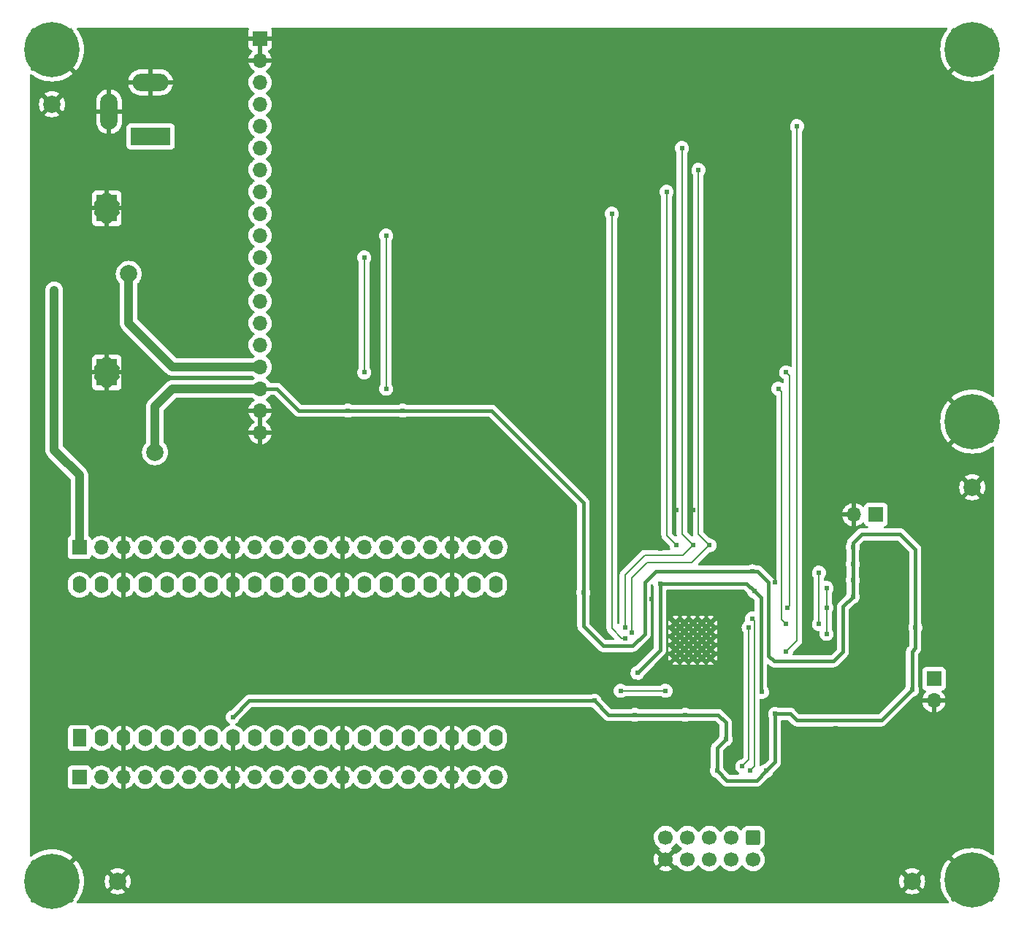
<source format=gbr>
%TF.GenerationSoftware,KiCad,Pcbnew,(6.0.6-0)*%
%TF.CreationDate,2024-02-14T10:46:04-05:00*%
%TF.ProjectId,DIYAH_Main_r0p0,44495941-485f-44d6-9169-6e5f72307030,rev?*%
%TF.SameCoordinates,Original*%
%TF.FileFunction,Copper,L2,Bot*%
%TF.FilePolarity,Positive*%
%FSLAX46Y46*%
G04 Gerber Fmt 4.6, Leading zero omitted, Abs format (unit mm)*
G04 Created by KiCad (PCBNEW (6.0.6-0)) date 2024-02-14 10:46:04*
%MOMM*%
%LPD*%
G01*
G04 APERTURE LIST*
G04 Aperture macros list*
%AMRoundRect*
0 Rectangle with rounded corners*
0 $1 Rounding radius*
0 $2 $3 $4 $5 $6 $7 $8 $9 X,Y pos of 4 corners*
0 Add a 4 corners polygon primitive as box body*
4,1,4,$2,$3,$4,$5,$6,$7,$8,$9,$2,$3,0*
0 Add four circle primitives for the rounded corners*
1,1,$1+$1,$2,$3*
1,1,$1+$1,$4,$5*
1,1,$1+$1,$6,$7*
1,1,$1+$1,$8,$9*
0 Add four rect primitives between the rounded corners*
20,1,$1+$1,$2,$3,$4,$5,0*
20,1,$1+$1,$4,$5,$6,$7,0*
20,1,$1+$1,$6,$7,$8,$9,0*
20,1,$1+$1,$8,$9,$2,$3,0*%
G04 Aperture macros list end*
%TA.AperFunction,ComponentPad*%
%ADD10C,0.609600*%
%TD*%
%TA.AperFunction,SMDPad,CuDef*%
%ADD11R,2.410000X3.100000*%
%TD*%
%TA.AperFunction,ComponentPad*%
%ADD12R,1.600000X2.000000*%
%TD*%
%TA.AperFunction,ComponentPad*%
%ADD13O,1.600000X2.000000*%
%TD*%
%TA.AperFunction,ComponentPad*%
%ADD14R,1.700000X1.700000*%
%TD*%
%TA.AperFunction,ComponentPad*%
%ADD15O,1.700000X1.700000*%
%TD*%
%TA.AperFunction,ComponentPad*%
%ADD16C,2.000000*%
%TD*%
%TA.AperFunction,ComponentPad*%
%ADD17C,0.800000*%
%TD*%
%TA.AperFunction,ComponentPad*%
%ADD18C,6.400000*%
%TD*%
%TA.AperFunction,ComponentPad*%
%ADD19R,4.600000X2.000000*%
%TD*%
%TA.AperFunction,ComponentPad*%
%ADD20O,4.200000X2.000000*%
%TD*%
%TA.AperFunction,ComponentPad*%
%ADD21O,2.000000X4.200000*%
%TD*%
%TA.AperFunction,ComponentPad*%
%ADD22RoundRect,0.250000X-0.600000X0.600000X-0.600000X-0.600000X0.600000X-0.600000X0.600000X0.600000X0*%
%TD*%
%TA.AperFunction,ComponentPad*%
%ADD23C,1.700000*%
%TD*%
%TA.AperFunction,ViaPad*%
%ADD24C,0.609600*%
%TD*%
%TA.AperFunction,Conductor*%
%ADD25C,1.016000*%
%TD*%
%TA.AperFunction,Conductor*%
%ADD26C,0.203200*%
%TD*%
%TA.AperFunction,Conductor*%
%ADD27C,0.381000*%
%TD*%
G04 APERTURE END LIST*
D10*
%TO.P,U2,73,EP*%
%TO.N,GND*%
X177673000Y-112522000D03*
X177673000Y-111506000D03*
X178689000Y-111506000D03*
X178689000Y-112522000D03*
X181737000Y-112522000D03*
X180721000Y-112522000D03*
X181737000Y-111506000D03*
X180721000Y-111506000D03*
X181737000Y-109474000D03*
X181737000Y-108458000D03*
X180721000Y-108458000D03*
X180721000Y-109474000D03*
X177673000Y-109474000D03*
X178689000Y-108458000D03*
X177673000Y-108458000D03*
X178689000Y-109474000D03*
X181737000Y-110490000D03*
X180721000Y-110490000D03*
X177673000Y-110490000D03*
X178689000Y-110490000D03*
X179705000Y-108458000D03*
X179705000Y-109474000D03*
X179705000Y-111506000D03*
X179705000Y-112522000D03*
X179705000Y-110490000D03*
%TD*%
%TO.P,U3,9,AGND*%
%TO.N,GND*%
X112522000Y-78359000D03*
X112522000Y-79375000D03*
X112522000Y-80391000D03*
X110998000Y-80391000D03*
X110998000Y-79375000D03*
X110998000Y-78359000D03*
D11*
X111760000Y-79375000D03*
%TD*%
D10*
%TO.P,U1,9,AGND*%
%TO.N,GND*%
X110998000Y-60325000D03*
X110998000Y-61341000D03*
X112522000Y-61341000D03*
X112522000Y-60325000D03*
X112522000Y-59309000D03*
X110998000Y-59309000D03*
D11*
X111760000Y-60325000D03*
%TD*%
D12*
%TO.P,A1,1,GP0*%
%TO.N,Net-(A1-Pad1)*%
X108585000Y-121807503D03*
D13*
%TO.P,A1,2,GP1*%
%TO.N,Net-(A1-Pad2)*%
X111125000Y-121807503D03*
%TO.P,A1,3,GND*%
%TO.N,GND*%
X113665000Y-121807503D03*
%TO.P,A1,4,GP2*%
%TO.N,Net-(A1-Pad4)*%
X116205000Y-121807503D03*
%TO.P,A1,5,GP3*%
%TO.N,Net-(A1-Pad5)*%
X118745000Y-121807503D03*
%TO.P,A1,6,GP4*%
%TO.N,Net-(A1-Pad6)*%
X121285000Y-121807503D03*
%TO.P,A1,7,GP5*%
%TO.N,Net-(A1-Pad7)*%
X123825000Y-121807503D03*
%TO.P,A1,8,GND*%
%TO.N,GND*%
X126365000Y-121807503D03*
%TO.P,A1,9,GP6*%
%TO.N,Net-(A1-Pad9)*%
X128905000Y-121807503D03*
%TO.P,A1,10,GP7*%
%TO.N,Net-(A1-Pad10)*%
X131445000Y-121807503D03*
%TO.P,A1,11,GP8*%
%TO.N,Net-(A1-Pad11)*%
X133985000Y-121807503D03*
%TO.P,A1,12,GP9*%
%TO.N,Net-(A1-Pad12)*%
X136525000Y-121807503D03*
%TO.P,A1,13,GND*%
%TO.N,GND*%
X139065000Y-121807503D03*
%TO.P,A1,14,GP10*%
%TO.N,Net-(A1-Pad14)*%
X141605000Y-121807503D03*
%TO.P,A1,15,GP11*%
%TO.N,Net-(A1-Pad15)*%
X144145000Y-121807503D03*
%TO.P,A1,16,GP12*%
%TO.N,Net-(A1-Pad16)*%
X146685000Y-121807503D03*
%TO.P,A1,17,GP13*%
%TO.N,Net-(A1-Pad17)*%
X149225000Y-121807503D03*
%TO.P,A1,18,GND*%
%TO.N,GND*%
X151765000Y-121807503D03*
%TO.P,A1,19,GP14*%
%TO.N,Net-(A1-Pad19)*%
X154305000Y-121807503D03*
%TO.P,A1,20,GP15*%
%TO.N,Net-(A1-Pad20)*%
X156845000Y-121807503D03*
%TO.P,A1,21,GP16*%
%TO.N,Net-(A1-Pad21)*%
X156845000Y-104027503D03*
%TO.P,A1,22,GP17*%
%TO.N,Net-(A1-Pad22)*%
X154305000Y-104027503D03*
%TO.P,A1,23,GND*%
%TO.N,GND*%
X151765000Y-104027503D03*
%TO.P,A1,24,GP18*%
%TO.N,Net-(A1-Pad24)*%
X149225000Y-104027503D03*
%TO.P,A1,25,GP19*%
%TO.N,Net-(A1-Pad25)*%
X146685000Y-104027503D03*
%TO.P,A1,26,GP20*%
%TO.N,PICO_GP20_SDA*%
X144145000Y-104027503D03*
%TO.P,A1,27,GP21*%
%TO.N,PICO_GP21_SCL*%
X141605000Y-104027503D03*
%TO.P,A1,28,GND*%
%TO.N,GND*%
X139065000Y-104027503D03*
%TO.P,A1,29,GP22*%
%TO.N,PICO_SDATA_IN*%
X136525000Y-104027503D03*
%TO.P,A1,30,RUN*%
%TO.N,Net-(A1-Pad30)*%
X133985000Y-104027503D03*
%TO.P,A1,31,GP26*%
%TO.N,Net-(A1-Pad31)*%
X131445000Y-104027503D03*
%TO.P,A1,32,GP27*%
%TO.N,Net-(A1-Pad32)*%
X128905000Y-104027503D03*
%TO.P,A1,33,GND*%
%TO.N,GND*%
X126365000Y-104027503D03*
%TO.P,A1,34,GP28*%
%TO.N,Net-(A1-Pad34)*%
X123825000Y-104027503D03*
%TO.P,A1,35,ADC_VREF*%
%TO.N,Net-(A1-Pad35)*%
X121285000Y-104027503D03*
%TO.P,A1,36,3V3_OUT*%
%TO.N,Net-(A1-Pad36)*%
X118745000Y-104027503D03*
%TO.P,A1,37,3V3_EN*%
%TO.N,Net-(A1-Pad37)*%
X116205000Y-104027503D03*
%TO.P,A1,38,GND*%
%TO.N,GND*%
X113665000Y-104027503D03*
%TO.P,A1,39,VSYS*%
%TO.N,Net-(A1-Pad39)*%
X111125000Y-104027503D03*
%TO.P,A1,40,VBUS*%
%TO.N,VBUS*%
X108585000Y-104027503D03*
%TD*%
D14*
%TO.P,J1,1,Pin_1*%
%TO.N,GND*%
X129540000Y-40640000D03*
D15*
%TO.P,J1,2,Pin_2*%
X129540000Y-43180000D03*
%TO.P,J1,3,Pin_3*%
%TO.N,+12V*%
X129540000Y-45720000D03*
%TO.P,J1,4,Pin_4*%
X129540000Y-48260000D03*
%TO.P,J1,5,Pin_5*%
%TO.N,MCLK*%
X129540000Y-50800000D03*
%TO.P,J1,6,Pin_6*%
%TO.N,BCLK*%
X129540000Y-53340000D03*
%TO.P,J1,7,Pin_7*%
%TO.N,LRCLK*%
X129540000Y-55880000D03*
%TO.P,J1,8,Pin_8*%
%TO.N,SDATA_IN*%
X129540000Y-58420000D03*
%TO.P,J1,9,Pin_9*%
%TO.N,SDATA_OUT*%
X129540000Y-60960000D03*
%TO.P,J1,10,Pin_10*%
%TO.N,SDA*%
X129540000Y-63500000D03*
%TO.P,J1,11,Pin_11*%
%TO.N,SCL*%
X129540000Y-66040000D03*
%TO.P,J1,12,Pin_12*%
%TO.N,PICO_GP2_SCK*%
X129540000Y-68580000D03*
%TO.P,J1,13,Pin_13*%
%TO.N,PICO_GP3_MOSI*%
X129540000Y-71120000D03*
%TO.P,J1,14,Pin_14*%
%TO.N,PICO_GP4_MISO*%
X129540000Y-73660000D03*
%TO.P,J1,15,Pin_15*%
%TO.N,PICO_GP5_CS*%
X129540000Y-76200000D03*
%TO.P,J1,16,Pin_16*%
%TO.N,+5V*%
X129540000Y-78740000D03*
%TO.P,J1,17,Pin_17*%
%TO.N,+3.3V*%
X129540000Y-81280000D03*
%TO.P,J1,18,Pin_18*%
%TO.N,GND*%
X129540000Y-83820000D03*
%TO.P,J1,19,Pin_19*%
X129540000Y-86360000D03*
%TD*%
D14*
%TO.P,J4,1,Pin_1*%
%TO.N,Net-(J4-Pad1)*%
X207645000Y-114930000D03*
D15*
%TO.P,J4,2,Pin_2*%
%TO.N,GND*%
X207645000Y-117470000D03*
%TD*%
D16*
%TO.P,TP5,1,1*%
%TO.N,GND*%
X205105000Y-138430000D03*
%TD*%
D17*
%TO.P,H6,1,1*%
%TO.N,GND*%
X107107056Y-140127056D03*
X105410000Y-140830000D03*
X107107056Y-136732944D03*
X103712944Y-136732944D03*
X103010000Y-138430000D03*
X107810000Y-138430000D03*
X105410000Y-136030000D03*
X103712944Y-140127056D03*
D18*
X105410000Y-138430000D03*
%TD*%
D14*
%TO.P,TP8,1,Pin_1*%
%TO.N,VBUS*%
X108585000Y-99695000D03*
D15*
%TO.P,TP8,2,Pin_2*%
%TO.N,Net-(A1-Pad39)*%
X111125000Y-99695000D03*
%TO.P,TP8,3,Pin_3*%
%TO.N,GND*%
X113665000Y-99695000D03*
%TO.P,TP8,4,Pin_4*%
%TO.N,Net-(A1-Pad37)*%
X116205000Y-99695000D03*
%TO.P,TP8,5,Pin_5*%
%TO.N,Net-(A1-Pad36)*%
X118745000Y-99695000D03*
%TO.P,TP8,6,Pin_6*%
%TO.N,Net-(A1-Pad35)*%
X121285000Y-99695000D03*
%TO.P,TP8,7,Pin_7*%
%TO.N,Net-(A1-Pad34)*%
X123825000Y-99695000D03*
%TO.P,TP8,8,Pin_8*%
%TO.N,GND*%
X126365000Y-99695000D03*
%TO.P,TP8,9,Pin_9*%
%TO.N,Net-(A1-Pad32)*%
X128905000Y-99695000D03*
%TO.P,TP8,10,Pin_10*%
%TO.N,Net-(A1-Pad31)*%
X131445000Y-99695000D03*
%TO.P,TP8,11,Pin_11*%
%TO.N,Net-(A1-Pad30)*%
X133985000Y-99695000D03*
%TO.P,TP8,12,Pin_12*%
%TO.N,PICO_SDATA_IN*%
X136525000Y-99695000D03*
%TO.P,TP8,13,Pin_13*%
%TO.N,GND*%
X139065000Y-99695000D03*
%TO.P,TP8,14,Pin_14*%
%TO.N,PICO_GP21_SCL*%
X141605000Y-99695000D03*
%TO.P,TP8,15,Pin_15*%
%TO.N,PICO_GP20_SDA*%
X144145000Y-99695000D03*
%TO.P,TP8,16,Pin_16*%
%TO.N,Net-(A1-Pad25)*%
X146685000Y-99695000D03*
%TO.P,TP8,17,Pin_17*%
%TO.N,Net-(A1-Pad24)*%
X149225000Y-99695000D03*
%TO.P,TP8,18,Pin_18*%
%TO.N,GND*%
X151765000Y-99695000D03*
%TO.P,TP8,19,Pin_19*%
%TO.N,Net-(A1-Pad22)*%
X154305000Y-99695000D03*
%TO.P,TP8,20,Pin_20*%
%TO.N,Net-(A1-Pad21)*%
X156845000Y-99695000D03*
%TD*%
D16*
%TO.P,TP6,1,1*%
%TO.N,GND*%
X105410000Y-48260000D03*
%TD*%
%TO.P,TP1,1,1*%
%TO.N,+5V*%
X114300000Y-67945000D03*
%TD*%
D17*
%TO.P,H4,1,1*%
%TO.N,GND*%
X210392944Y-43607056D03*
X209690000Y-41910000D03*
X210392944Y-40212944D03*
X214490000Y-41910000D03*
D18*
X212090000Y-41910000D03*
D17*
X213787056Y-40212944D03*
X213787056Y-43607056D03*
X212090000Y-44310000D03*
X212090000Y-39510000D03*
%TD*%
D14*
%TO.P,J2,1,Pin_1*%
%TO.N,Net-(J2-Pad1)*%
X200914000Y-95885000D03*
D15*
%TO.P,J2,2,Pin_2*%
%TO.N,GND*%
X198374000Y-95885000D03*
%TD*%
D17*
%TO.P,H5,1,1*%
%TO.N,GND*%
X107107056Y-40212944D03*
X103712944Y-43607056D03*
X105410000Y-44310000D03*
X107810000Y-41910000D03*
X103010000Y-41910000D03*
D18*
X105410000Y-41910000D03*
D17*
X105410000Y-39510000D03*
X103712944Y-40212944D03*
X107107056Y-43607056D03*
%TD*%
D14*
%TO.P,TP7,1,Pin_1*%
%TO.N,Net-(A1-Pad1)*%
X108585000Y-126365000D03*
D15*
%TO.P,TP7,2,Pin_2*%
%TO.N,Net-(A1-Pad2)*%
X111125000Y-126365000D03*
%TO.P,TP7,3,Pin_3*%
%TO.N,GND*%
X113665000Y-126365000D03*
%TO.P,TP7,4,Pin_4*%
%TO.N,Net-(A1-Pad4)*%
X116205000Y-126365000D03*
%TO.P,TP7,5,Pin_5*%
%TO.N,Net-(A1-Pad5)*%
X118745000Y-126365000D03*
%TO.P,TP7,6,Pin_6*%
%TO.N,Net-(A1-Pad6)*%
X121285000Y-126365000D03*
%TO.P,TP7,7,Pin_7*%
%TO.N,Net-(A1-Pad7)*%
X123825000Y-126365000D03*
%TO.P,TP7,8,Pin_8*%
%TO.N,GND*%
X126365000Y-126365000D03*
%TO.P,TP7,9,Pin_9*%
%TO.N,Net-(A1-Pad9)*%
X128905000Y-126365000D03*
%TO.P,TP7,10,Pin_10*%
%TO.N,Net-(A1-Pad10)*%
X131445000Y-126365000D03*
%TO.P,TP7,11,Pin_11*%
%TO.N,Net-(A1-Pad11)*%
X133985000Y-126365000D03*
%TO.P,TP7,12,Pin_12*%
%TO.N,Net-(A1-Pad12)*%
X136525000Y-126365000D03*
%TO.P,TP7,13,Pin_13*%
%TO.N,GND*%
X139065000Y-126365000D03*
%TO.P,TP7,14,Pin_14*%
%TO.N,Net-(A1-Pad14)*%
X141605000Y-126365000D03*
%TO.P,TP7,15,Pin_15*%
%TO.N,Net-(A1-Pad15)*%
X144145000Y-126365000D03*
%TO.P,TP7,16,Pin_16*%
%TO.N,Net-(A1-Pad16)*%
X146685000Y-126365000D03*
%TO.P,TP7,17,Pin_17*%
%TO.N,Net-(A1-Pad17)*%
X149225000Y-126365000D03*
%TO.P,TP7,18,Pin_18*%
%TO.N,GND*%
X151765000Y-126365000D03*
%TO.P,TP7,19,Pin_19*%
%TO.N,Net-(A1-Pad19)*%
X154305000Y-126365000D03*
%TO.P,TP7,20,Pin_20*%
%TO.N,Net-(A1-Pad20)*%
X156845000Y-126365000D03*
%TD*%
D19*
%TO.P,J3,1*%
%TO.N,+12V*%
X116840000Y-52020000D03*
D20*
%TO.P,J3,2*%
%TO.N,GND*%
X116840000Y-45720000D03*
D21*
%TO.P,J3,3*%
X112040000Y-49120000D03*
%TD*%
D22*
%TO.P,J6,1,Pin_1*%
%TO.N,SCL_USBi*%
X186690000Y-133350000D03*
D23*
%TO.P,J6,2,Pin_2*%
%TO.N,unconnected-(J6-Pad2)*%
X186690000Y-135890000D03*
%TO.P,J6,3,Pin_3*%
%TO.N,SDA_USBi*%
X184150000Y-133350000D03*
%TO.P,J6,4,Pin_4*%
%TO.N,unconnected-(J6-Pad4)*%
X184150000Y-135890000D03*
%TO.P,J6,5,Pin_5*%
%TO.N,unconnected-(J6-Pad5)*%
X181610000Y-133350000D03*
%TO.P,J6,6,Pin_6*%
%TO.N,unconnected-(J6-Pad6)*%
X181610000Y-135890000D03*
%TO.P,J6,7,Pin_7*%
%TO.N,unconnected-(J6-Pad7)*%
X179070000Y-133350000D03*
%TO.P,J6,8,Pin_8*%
%TO.N,unconnected-(J6-Pad8)*%
X179070000Y-135890000D03*
%TO.P,J6,9,Pin_9*%
%TO.N,unconnected-(J6-Pad9)*%
X176530000Y-133350000D03*
%TO.P,J6,10,Pin_10*%
%TO.N,GND*%
X176530000Y-135890000D03*
%TD*%
D16*
%TO.P,TP2,1,1*%
%TO.N,+3.3V*%
X117348000Y-88646000D03*
%TD*%
%TO.P,TP4,1,1*%
%TO.N,GND*%
X212090000Y-92710000D03*
%TD*%
%TO.P,TP3,1,1*%
%TO.N,GND*%
X113030000Y-138430000D03*
%TD*%
D18*
%TO.P,H3,1,1*%
%TO.N,GND*%
X212090000Y-85090000D03*
D17*
X210392944Y-83392944D03*
X210392944Y-86787056D03*
X212090000Y-82690000D03*
X214490000Y-85090000D03*
X213787056Y-86787056D03*
X212090000Y-87490000D03*
X209690000Y-85090000D03*
X213787056Y-83392944D03*
%TD*%
D18*
%TO.P,H2,1,1*%
%TO.N,GND*%
X212090000Y-138289995D03*
D17*
X209690000Y-138289995D03*
X212090000Y-140689995D03*
X212090000Y-135889995D03*
X210392944Y-136592939D03*
X210392944Y-139987051D03*
X214490000Y-138289995D03*
X213787056Y-136592939D03*
X213787056Y-139987051D03*
%TD*%
D24*
%TO.N,GND*%
X123190000Y-88392000D03*
X111379000Y-90551000D03*
X111379000Y-88392000D03*
X111379000Y-86233000D03*
X165100000Y-139700000D03*
X196850000Y-82550000D03*
X177800000Y-121920000D03*
X107950000Y-64135000D03*
X192913000Y-114173000D03*
X114300000Y-114300000D03*
X167005000Y-118491000D03*
X146050000Y-133350000D03*
X158750000Y-133350000D03*
X171450000Y-133350000D03*
X184150000Y-69850000D03*
X209550000Y-95250000D03*
X152400000Y-139700000D03*
X107696000Y-83185000D03*
X194310000Y-111760000D03*
X139700000Y-139700000D03*
X210439000Y-104775000D03*
X210439000Y-103505000D03*
X127000000Y-139700000D03*
X123317000Y-73152000D03*
X103632000Y-62230000D03*
X177927000Y-114554000D03*
X121412000Y-70866000D03*
X183896000Y-106299000D03*
X152400000Y-114300000D03*
X196850000Y-57150000D03*
X133350000Y-106045000D03*
X123190000Y-76581000D03*
X183515000Y-114427000D03*
X198755000Y-118745000D03*
X184023000Y-124206000D03*
X174879000Y-105664000D03*
X210439000Y-106045000D03*
X139700000Y-76200000D03*
X165100000Y-88900000D03*
X190500000Y-139700000D03*
X103632000Y-60325000D03*
X177800000Y-139700000D03*
X168275000Y-114935000D03*
X152400000Y-63500000D03*
X165100000Y-63500000D03*
X184150000Y-82550000D03*
X184150000Y-57150000D03*
X210439000Y-102235000D03*
X174752000Y-115443000D03*
X196850000Y-133350000D03*
X121920000Y-59563000D03*
X190500000Y-63500000D03*
X209550000Y-107950000D03*
X133350000Y-133350000D03*
X139700000Y-114300000D03*
X196850000Y-69850000D03*
X175895000Y-99822000D03*
X120650000Y-133350000D03*
X184150000Y-44450000D03*
X177800000Y-95377000D03*
X121920000Y-106045000D03*
X103251000Y-57785000D03*
X133350000Y-69850000D03*
X165100000Y-127000000D03*
X165100000Y-76200000D03*
X103505000Y-76835000D03*
X205105000Y-118110000D03*
X209550000Y-120650000D03*
X146050000Y-95250000D03*
X190500000Y-127000000D03*
X107950000Y-133350000D03*
X103632000Y-79375000D03*
X203200000Y-88900000D03*
X133350000Y-95250000D03*
X158750000Y-82550000D03*
X183642000Y-107950000D03*
X158750000Y-69850000D03*
X209550000Y-57150000D03*
X183515000Y-95377000D03*
X196215000Y-120650000D03*
X190373000Y-117475000D03*
X181991000Y-114427000D03*
X165100000Y-114300000D03*
X187960000Y-99441000D03*
X203200000Y-76200000D03*
X189230000Y-103759000D03*
X124460000Y-59563000D03*
X190373000Y-115570000D03*
X107188000Y-71120000D03*
X190500000Y-76200000D03*
X173990000Y-121920000D03*
X166370000Y-110490000D03*
X123190000Y-75692000D03*
X209550000Y-69850000D03*
X152400000Y-76200000D03*
X196850000Y-44450000D03*
X207264000Y-108966000D03*
X181610000Y-95377000D03*
X146050000Y-44450000D03*
X125349000Y-40259000D03*
X183515000Y-111506000D03*
X168402000Y-106045000D03*
X127000000Y-114300000D03*
X198247000Y-107315000D03*
X185420000Y-99695000D03*
X203200000Y-50800000D03*
X123063000Y-57531000D03*
X158750000Y-44450000D03*
X177800000Y-127000000D03*
X203200000Y-127000000D03*
X103632000Y-81280000D03*
X133350000Y-44450000D03*
X127000000Y-106045000D03*
X209550000Y-133350000D03*
X203200000Y-63500000D03*
X187960000Y-122428000D03*
X179705000Y-95377000D03*
X123063000Y-56642000D03*
X146050000Y-82550000D03*
X179705000Y-121920000D03*
X171450000Y-69850000D03*
X158750000Y-95250000D03*
X146050000Y-69850000D03*
X171450000Y-44450000D03*
%TO.N,VBUS*%
X105664000Y-69850000D03*
%TO.N,MCLK*%
X191770000Y-50800000D03*
X190500000Y-111760000D03*
%TO.N,BCLK*%
X178435000Y-53340000D03*
X171831000Y-108966000D03*
X179705000Y-99441000D03*
%TO.N,LRCLK*%
X172593000Y-109601000D03*
X180340000Y-55880000D03*
X181610000Y-99441000D03*
%TO.N,SDATA_IN*%
X177800000Y-99441000D03*
X176657000Y-58420000D03*
%TO.N,SDATA_OUT*%
X171831000Y-110236000D03*
X170307000Y-60960000D03*
%TO.N,+3.3V*%
X178816000Y-119126000D03*
X182499000Y-125603000D03*
X167005000Y-104902000D03*
X198247000Y-105410000D03*
X139700000Y-83820000D03*
X205486000Y-108966000D03*
X205105000Y-116205000D03*
X186589500Y-102462500D03*
X188214000Y-125603000D03*
X146050000Y-83820000D03*
X198247000Y-99695000D03*
X172974000Y-119126000D03*
X198247000Y-101600000D03*
X189230000Y-118999000D03*
X183515000Y-121920000D03*
X126365000Y-119380000D03*
X168275000Y-117475000D03*
X198247000Y-103505000D03*
%TO.N,Net-(Q1-Pad1)*%
X171323000Y-116332000D03*
X176530000Y-116332000D03*
%TO.N,Net-(C17-Pad2)*%
X187706000Y-116459000D03*
X186817000Y-104775000D03*
X173288000Y-114240000D03*
X175895000Y-103886000D03*
%TO.N,SDA*%
X144145000Y-63500000D03*
X189611000Y-81280000D03*
X190500000Y-108585000D03*
X144145000Y-81280000D03*
%TO.N,SCL*%
X141605000Y-66040000D03*
X190627000Y-106680000D03*
X141605000Y-79375000D03*
X190500000Y-79375000D03*
%TO.N,DSP_SCL_M*%
X195199000Y-104394000D03*
X195199000Y-109728000D03*
X195199000Y-106680000D03*
%TO.N,DSP_SDA_M*%
X194310000Y-102616000D03*
X194310000Y-108585000D03*
%TO.N,DSP_SCL_S*%
X186563000Y-107950000D03*
X186309000Y-125603000D03*
%TO.N,DSP SDA_S*%
X186166048Y-108966000D03*
X185420000Y-125095000D03*
%TD*%
D25*
%TO.N,+3.3V*%
X129540000Y-81280000D02*
X119380000Y-81280000D01*
X117348000Y-83312000D02*
X117348000Y-88646000D01*
X119380000Y-81280000D02*
X117348000Y-83312000D01*
D26*
%TO.N,DSP SDA_S*%
X186166048Y-108966000D02*
X186182000Y-108981952D01*
X186182000Y-124333000D02*
X185420000Y-125095000D01*
X186182000Y-108981952D02*
X186182000Y-124333000D01*
%TO.N,DSP_SCL_S*%
X186563000Y-107950000D02*
X186817000Y-108204000D01*
X186817000Y-108204000D02*
X186817000Y-125095000D01*
X186817000Y-125095000D02*
X186309000Y-125603000D01*
D27*
%TO.N,Net-(C17-Pad2)*%
X186817000Y-104775000D02*
X187579000Y-105537000D01*
X187579000Y-105537000D02*
X187579000Y-116332000D01*
X187579000Y-116332000D02*
X187706000Y-116459000D01*
%TO.N,+3.3V*%
X186589500Y-102462500D02*
X187171500Y-102462500D01*
X187171500Y-102462500D02*
X188468000Y-103759000D01*
X188468000Y-103759000D02*
X188468000Y-112268000D01*
X188468000Y-112268000D02*
X189103000Y-112903000D01*
X189103000Y-112903000D02*
X195961000Y-112903000D01*
X195961000Y-112903000D02*
X197104000Y-111760000D01*
X197104000Y-111760000D02*
X197104000Y-106553000D01*
X197104000Y-106553000D02*
X198247000Y-105410000D01*
D26*
%TO.N,SCL*%
X190627000Y-106680000D02*
X190881000Y-106426000D01*
X190881000Y-106426000D02*
X190881000Y-79756000D01*
X190881000Y-79756000D02*
X190500000Y-79375000D01*
%TO.N,DSP_SCL_M*%
X195199000Y-104394000D02*
X195199000Y-106680000D01*
X195199000Y-106680000D02*
X195199000Y-109728000D01*
%TO.N,LRCLK*%
X172593000Y-109601000D02*
X172593000Y-103251000D01*
X172593000Y-103251000D02*
X174371000Y-101473000D01*
X174371000Y-101473000D02*
X179578000Y-101473000D01*
X179578000Y-101473000D02*
X181610000Y-99441000D01*
%TO.N,SDATA_OUT*%
X171831000Y-110236000D02*
X171450000Y-110236000D01*
X171450000Y-110236000D02*
X170307000Y-109093000D01*
X170307000Y-109093000D02*
X170307000Y-60960000D01*
D25*
%TO.N,VBUS*%
X105918000Y-88646000D02*
X105664000Y-88392000D01*
X108585000Y-91313000D02*
X105918000Y-88646000D01*
X105664000Y-88392000D02*
X105664000Y-69850000D01*
X108585000Y-99695000D02*
X108585000Y-91313000D01*
D26*
%TO.N,MCLK*%
X191770000Y-110490000D02*
X191770000Y-50800000D01*
X190500000Y-111760000D02*
X191770000Y-110490000D01*
%TO.N,BCLK*%
X178435000Y-53340000D02*
X178435000Y-98171000D01*
X171831000Y-108966000D02*
X171831000Y-102870000D01*
X171831000Y-102870000D02*
X174117000Y-100584000D01*
X178562000Y-100584000D02*
X179705000Y-99441000D01*
X174117000Y-100584000D02*
X178562000Y-100584000D01*
X178435000Y-98171000D02*
X179705000Y-99441000D01*
%TO.N,LRCLK*%
X180340000Y-55880000D02*
X180340000Y-98171000D01*
X180340000Y-98171000D02*
X181610000Y-99441000D01*
%TO.N,SDATA_IN*%
X176657000Y-58420000D02*
X176657000Y-98298000D01*
X176657000Y-98298000D02*
X177800000Y-99441000D01*
D25*
%TO.N,+5V*%
X119380000Y-78740000D02*
X114300000Y-73660000D01*
X129540000Y-78740000D02*
X119380000Y-78740000D01*
X114300000Y-73660000D02*
X114300000Y-67945000D01*
D27*
%TO.N,+3.3V*%
X205486000Y-111379000D02*
X205105000Y-111760000D01*
X205486000Y-99949000D02*
X205486000Y-108966000D01*
X167005000Y-104902000D02*
X167005000Y-108839000D01*
X182499000Y-125603000D02*
X182499000Y-122936000D01*
X191770000Y-119761000D02*
X191008000Y-118999000D01*
X189230000Y-124587000D02*
X188214000Y-125603000D01*
X201549000Y-119761000D02*
X191770000Y-119761000D01*
X198247000Y-99695000D02*
X198247000Y-101600000D01*
X156337000Y-83820000D02*
X167005000Y-94488000D01*
X174117000Y-103759000D02*
X175413500Y-102462500D01*
X205105000Y-111760000D02*
X205105000Y-116205000D01*
X139700000Y-83820000D02*
X146050000Y-83820000D01*
X168275000Y-117475000D02*
X128270000Y-117475000D01*
X169926000Y-119126000D02*
X168275000Y-117475000D01*
X131445000Y-81280000D02*
X129540000Y-81280000D01*
X183642000Y-126746000D02*
X182499000Y-125603000D01*
X198247000Y-105410000D02*
X198247000Y-101600000D01*
X198247000Y-99187000D02*
X199263000Y-98171000D01*
X187071000Y-126746000D02*
X183642000Y-126746000D01*
X133985000Y-83820000D02*
X131445000Y-81280000D01*
X139700000Y-83820000D02*
X133985000Y-83820000D01*
X189230000Y-118999000D02*
X189230000Y-124587000D01*
X172974000Y-119126000D02*
X169926000Y-119126000D01*
X175413500Y-102462500D02*
X186589500Y-102462500D01*
X198247000Y-99695000D02*
X198247000Y-99187000D01*
X167005000Y-94488000D02*
X167005000Y-104902000D01*
X182626000Y-119126000D02*
X178816000Y-119126000D01*
X183515000Y-120015000D02*
X182626000Y-119126000D01*
X172720000Y-111125000D02*
X174117000Y-109728000D01*
X203708000Y-98171000D02*
X205486000Y-99949000D01*
X167005000Y-108839000D02*
X169291000Y-111125000D01*
X182499000Y-122936000D02*
X183515000Y-121920000D01*
X174117000Y-109728000D02*
X174117000Y-103759000D01*
X205486000Y-108966000D02*
X205486000Y-111379000D01*
X128270000Y-117475000D02*
X126365000Y-119380000D01*
X178816000Y-119126000D02*
X172974000Y-119126000D01*
X199263000Y-98171000D02*
X203708000Y-98171000D01*
X146050000Y-83820000D02*
X156337000Y-83820000D01*
X191008000Y-118999000D02*
X189230000Y-118999000D01*
X169291000Y-111125000D02*
X172720000Y-111125000D01*
X205105000Y-116205000D02*
X201549000Y-119761000D01*
X183515000Y-121920000D02*
X183515000Y-120015000D01*
X188214000Y-125603000D02*
X187071000Y-126746000D01*
D26*
%TO.N,Net-(Q1-Pad1)*%
X171323000Y-116332000D02*
X176530000Y-116332000D01*
D27*
%TO.N,Net-(C17-Pad2)*%
X185928000Y-103886000D02*
X186817000Y-104775000D01*
X175895000Y-111633000D02*
X175895000Y-103886000D01*
X175895000Y-103886000D02*
X185928000Y-103886000D01*
X173288000Y-114240000D02*
X175895000Y-111633000D01*
D26*
%TO.N,SDA*%
X189611000Y-81280000D02*
X189992000Y-81661000D01*
X189992000Y-81661000D02*
X189992000Y-108077000D01*
X189992000Y-108077000D02*
X190500000Y-108585000D01*
X144145000Y-81280000D02*
X144145000Y-63500000D01*
%TO.N,SCL*%
X141605000Y-79375000D02*
X141605000Y-66040000D01*
%TO.N,DSP_SDA_M*%
X194310000Y-102616000D02*
X194310000Y-108585000D01*
%TD*%
%TA.AperFunction,Conductor*%
%TO.N,GND*%
G36*
X128191778Y-39390002D02*
G01*
X128238271Y-39443658D01*
X128248375Y-39513932D01*
X128238650Y-39543096D01*
X128239828Y-39543538D01*
X128191522Y-39672394D01*
X128187895Y-39687649D01*
X128182369Y-39738514D01*
X128182000Y-39745328D01*
X128182000Y-40367885D01*
X128186475Y-40383124D01*
X128187865Y-40384329D01*
X128195548Y-40386000D01*
X130879884Y-40386000D01*
X130895123Y-40381525D01*
X130896328Y-40380135D01*
X130897999Y-40372452D01*
X130897999Y-39745331D01*
X130897629Y-39738510D01*
X130892105Y-39687648D01*
X130888479Y-39672396D01*
X130840172Y-39543538D01*
X130842772Y-39542563D01*
X130830654Y-39487149D01*
X130855392Y-39420601D01*
X130912182Y-39377993D01*
X130956343Y-39370000D01*
X209111383Y-39370000D01*
X209179504Y-39390002D01*
X209225997Y-39443658D01*
X209236101Y-39513932D01*
X209209303Y-39575294D01*
X209088134Y-39724925D01*
X209084246Y-39730276D01*
X208876169Y-40050687D01*
X208872872Y-40056397D01*
X208699422Y-40396811D01*
X208696740Y-40402836D01*
X208559829Y-40759502D01*
X208557788Y-40765784D01*
X208458906Y-41134816D01*
X208457535Y-41141266D01*
X208397766Y-41518629D01*
X208397080Y-41525167D01*
X208377084Y-41906699D01*
X208377084Y-41913301D01*
X208397080Y-42294833D01*
X208397766Y-42301371D01*
X208457535Y-42678734D01*
X208458906Y-42685184D01*
X208557788Y-43054216D01*
X208559829Y-43060498D01*
X208696740Y-43417164D01*
X208699422Y-43423189D01*
X208872872Y-43763603D01*
X208876169Y-43769313D01*
X209084253Y-44089735D01*
X209088123Y-44095061D01*
X209281478Y-44333835D01*
X209293733Y-44342300D01*
X209304824Y-44335966D01*
X212000905Y-41639885D01*
X212063217Y-41605859D01*
X212134032Y-41610924D01*
X212179095Y-41639885D01*
X212360115Y-41820905D01*
X212394141Y-41883217D01*
X212389076Y-41954032D01*
X212360115Y-41999095D01*
X209664900Y-44694310D01*
X209657759Y-44707386D01*
X209665216Y-44717753D01*
X209904935Y-44911874D01*
X209910272Y-44915751D01*
X210230685Y-45123830D01*
X210236394Y-45127127D01*
X210576811Y-45300578D01*
X210582836Y-45303260D01*
X210939502Y-45440171D01*
X210945784Y-45442212D01*
X211314816Y-45541094D01*
X211321266Y-45542465D01*
X211698629Y-45602234D01*
X211705167Y-45602920D01*
X212086699Y-45622916D01*
X212093301Y-45622916D01*
X212474833Y-45602920D01*
X212481371Y-45602234D01*
X212858734Y-45542465D01*
X212865184Y-45541094D01*
X213234216Y-45442212D01*
X213240498Y-45440171D01*
X213597164Y-45303260D01*
X213603189Y-45300578D01*
X213943606Y-45127127D01*
X213949315Y-45123830D01*
X214269727Y-44915752D01*
X214275070Y-44911870D01*
X214424706Y-44790697D01*
X214490233Y-44763371D01*
X214560131Y-44775811D01*
X214612208Y-44824065D01*
X214630000Y-44888617D01*
X214630000Y-82111383D01*
X214609998Y-82179504D01*
X214556342Y-82225997D01*
X214486068Y-82236101D01*
X214424706Y-82209303D01*
X214275070Y-82088130D01*
X214269727Y-82084248D01*
X213949315Y-81876170D01*
X213943606Y-81872873D01*
X213603189Y-81699422D01*
X213597164Y-81696740D01*
X213240498Y-81559829D01*
X213234216Y-81557788D01*
X212865184Y-81458906D01*
X212858734Y-81457535D01*
X212481371Y-81397766D01*
X212474833Y-81397080D01*
X212093301Y-81377084D01*
X212086699Y-81377084D01*
X211705167Y-81397080D01*
X211698629Y-81397766D01*
X211321266Y-81457535D01*
X211314816Y-81458906D01*
X210945784Y-81557788D01*
X210939502Y-81559829D01*
X210582836Y-81696740D01*
X210576811Y-81699422D01*
X210236397Y-81872872D01*
X210230687Y-81876169D01*
X209910265Y-82084253D01*
X209904939Y-82088123D01*
X209666165Y-82281478D01*
X209657700Y-82293733D01*
X209664034Y-82304824D01*
X212360115Y-85000905D01*
X212394141Y-85063217D01*
X212389076Y-85134032D01*
X212360115Y-85179095D01*
X209664900Y-87874310D01*
X209657759Y-87887386D01*
X209665216Y-87897753D01*
X209904935Y-88091874D01*
X209910272Y-88095751D01*
X210230685Y-88303830D01*
X210236394Y-88307127D01*
X210576811Y-88480578D01*
X210582836Y-88483260D01*
X210939502Y-88620171D01*
X210945784Y-88622212D01*
X211314816Y-88721094D01*
X211321266Y-88722465D01*
X211698629Y-88782234D01*
X211705167Y-88782920D01*
X212086699Y-88802916D01*
X212093301Y-88802916D01*
X212474833Y-88782920D01*
X212481371Y-88782234D01*
X212858734Y-88722465D01*
X212865184Y-88721094D01*
X213234216Y-88622212D01*
X213240498Y-88620171D01*
X213597164Y-88483260D01*
X213603189Y-88480578D01*
X213943606Y-88307127D01*
X213949315Y-88303830D01*
X214269727Y-88095752D01*
X214275070Y-88091870D01*
X214424706Y-87970697D01*
X214490233Y-87943371D01*
X214560131Y-87955811D01*
X214612208Y-88004065D01*
X214630000Y-88068617D01*
X214630000Y-135311378D01*
X214609998Y-135379499D01*
X214556342Y-135425992D01*
X214486068Y-135436096D01*
X214424706Y-135409298D01*
X214275070Y-135288125D01*
X214269727Y-135284243D01*
X213949315Y-135076165D01*
X213943606Y-135072868D01*
X213603189Y-134899417D01*
X213597164Y-134896735D01*
X213240498Y-134759824D01*
X213234216Y-134757783D01*
X212865184Y-134658901D01*
X212858734Y-134657530D01*
X212481371Y-134597761D01*
X212474833Y-134597075D01*
X212093301Y-134577079D01*
X212086699Y-134577079D01*
X211705167Y-134597075D01*
X211698629Y-134597761D01*
X211321266Y-134657530D01*
X211314816Y-134658901D01*
X210945784Y-134757783D01*
X210939502Y-134759824D01*
X210582836Y-134896735D01*
X210576811Y-134899417D01*
X210236397Y-135072867D01*
X210230687Y-135076164D01*
X209910265Y-135284248D01*
X209904939Y-135288118D01*
X209666165Y-135481473D01*
X209657700Y-135493728D01*
X209664034Y-135504819D01*
X212360115Y-138200900D01*
X212394141Y-138263212D01*
X212389076Y-138334027D01*
X212360115Y-138379090D01*
X212179095Y-138560110D01*
X212116783Y-138594136D01*
X212045968Y-138589071D01*
X212000905Y-138560110D01*
X209305690Y-135864895D01*
X209292614Y-135857754D01*
X209282247Y-135865211D01*
X209088123Y-136104934D01*
X209084253Y-136110260D01*
X208876169Y-136430682D01*
X208872872Y-136436392D01*
X208699422Y-136776806D01*
X208696740Y-136782831D01*
X208559829Y-137139497D01*
X208557788Y-137145779D01*
X208458906Y-137514811D01*
X208457535Y-137521261D01*
X208397766Y-137898624D01*
X208397080Y-137905162D01*
X208377084Y-138286694D01*
X208377084Y-138293296D01*
X208397080Y-138674828D01*
X208397766Y-138681366D01*
X208457535Y-139058729D01*
X208458906Y-139065179D01*
X208557788Y-139434211D01*
X208559829Y-139440493D01*
X208696740Y-139797159D01*
X208699422Y-139803184D01*
X208872872Y-140143598D01*
X208876169Y-140149308D01*
X209084246Y-140469719D01*
X209088134Y-140475070D01*
X209322677Y-140764706D01*
X209350003Y-140830233D01*
X209337563Y-140900131D01*
X209289309Y-140952208D01*
X209224757Y-140970000D01*
X108388617Y-140970000D01*
X108320496Y-140949998D01*
X108274003Y-140896342D01*
X108263899Y-140826068D01*
X108290697Y-140764706D01*
X108411866Y-140615075D01*
X108415754Y-140609724D01*
X108623831Y-140289313D01*
X108627128Y-140283603D01*
X108800578Y-139943189D01*
X108803260Y-139937164D01*
X108908628Y-139662670D01*
X112162160Y-139662670D01*
X112167887Y-139670320D01*
X112339042Y-139775205D01*
X112347837Y-139779687D01*
X112557988Y-139866734D01*
X112567373Y-139869783D01*
X112788554Y-139922885D01*
X112798301Y-139924428D01*
X113025070Y-139942275D01*
X113034930Y-139942275D01*
X113261699Y-139924428D01*
X113271446Y-139922885D01*
X113492627Y-139869783D01*
X113502012Y-139866734D01*
X113712163Y-139779687D01*
X113720958Y-139775205D01*
X113888445Y-139672568D01*
X113897400Y-139662670D01*
X204237160Y-139662670D01*
X204242887Y-139670320D01*
X204414042Y-139775205D01*
X204422837Y-139779687D01*
X204632988Y-139866734D01*
X204642373Y-139869783D01*
X204863554Y-139922885D01*
X204873301Y-139924428D01*
X205100070Y-139942275D01*
X205109930Y-139942275D01*
X205336699Y-139924428D01*
X205346446Y-139922885D01*
X205567627Y-139869783D01*
X205577012Y-139866734D01*
X205787163Y-139779687D01*
X205795958Y-139775205D01*
X205963445Y-139672568D01*
X205972907Y-139662110D01*
X205969124Y-139653334D01*
X205117812Y-138802022D01*
X205103868Y-138794408D01*
X205102035Y-138794539D01*
X205095420Y-138798790D01*
X204243920Y-139650290D01*
X204237160Y-139662670D01*
X113897400Y-139662670D01*
X113897907Y-139662110D01*
X113894124Y-139653334D01*
X113042812Y-138802022D01*
X113028868Y-138794408D01*
X113027035Y-138794539D01*
X113020420Y-138798790D01*
X112168920Y-139650290D01*
X112162160Y-139662670D01*
X108908628Y-139662670D01*
X108940171Y-139580498D01*
X108942212Y-139574216D01*
X109041094Y-139205184D01*
X109042465Y-139198734D01*
X109102234Y-138821371D01*
X109102920Y-138814833D01*
X109122831Y-138434930D01*
X111517725Y-138434930D01*
X111535572Y-138661699D01*
X111537115Y-138671446D01*
X111590217Y-138892627D01*
X111593266Y-138902012D01*
X111680313Y-139112163D01*
X111684795Y-139120958D01*
X111787432Y-139288445D01*
X111797890Y-139297907D01*
X111806666Y-139294124D01*
X112657978Y-138442812D01*
X112664356Y-138431132D01*
X113394408Y-138431132D01*
X113394539Y-138432965D01*
X113398790Y-138439580D01*
X114250290Y-139291080D01*
X114262670Y-139297840D01*
X114270320Y-139292113D01*
X114375205Y-139120958D01*
X114379687Y-139112163D01*
X114466734Y-138902012D01*
X114469783Y-138892627D01*
X114522885Y-138671446D01*
X114524428Y-138661699D01*
X114542275Y-138434930D01*
X203592725Y-138434930D01*
X203610572Y-138661699D01*
X203612115Y-138671446D01*
X203665217Y-138892627D01*
X203668266Y-138902012D01*
X203755313Y-139112163D01*
X203759795Y-139120958D01*
X203862432Y-139288445D01*
X203872890Y-139297907D01*
X203881666Y-139294124D01*
X204732978Y-138442812D01*
X204739356Y-138431132D01*
X205469408Y-138431132D01*
X205469539Y-138432965D01*
X205473790Y-138439580D01*
X206325290Y-139291080D01*
X206337670Y-139297840D01*
X206345320Y-139292113D01*
X206450205Y-139120958D01*
X206454687Y-139112163D01*
X206541734Y-138902012D01*
X206544783Y-138892627D01*
X206597885Y-138671446D01*
X206599428Y-138661699D01*
X206617275Y-138434930D01*
X206617275Y-138425070D01*
X206599428Y-138198301D01*
X206597885Y-138188554D01*
X206544783Y-137967373D01*
X206541734Y-137957988D01*
X206454687Y-137747837D01*
X206450205Y-137739042D01*
X206347568Y-137571555D01*
X206337110Y-137562093D01*
X206328334Y-137565876D01*
X205477022Y-138417188D01*
X205469408Y-138431132D01*
X204739356Y-138431132D01*
X204740592Y-138428868D01*
X204740461Y-138427035D01*
X204736210Y-138420420D01*
X203884710Y-137568920D01*
X203872330Y-137562160D01*
X203864680Y-137567887D01*
X203759795Y-137739042D01*
X203755313Y-137747837D01*
X203668266Y-137957988D01*
X203665217Y-137967373D01*
X203612115Y-138188554D01*
X203610572Y-138198301D01*
X203592725Y-138425070D01*
X203592725Y-138434930D01*
X114542275Y-138434930D01*
X114542275Y-138425070D01*
X114524428Y-138198301D01*
X114522885Y-138188554D01*
X114469783Y-137967373D01*
X114466734Y-137957988D01*
X114379687Y-137747837D01*
X114375205Y-137739042D01*
X114272568Y-137571555D01*
X114262110Y-137562093D01*
X114253334Y-137565876D01*
X113402022Y-138417188D01*
X113394408Y-138431132D01*
X112664356Y-138431132D01*
X112665592Y-138428868D01*
X112665461Y-138427035D01*
X112661210Y-138420420D01*
X111809710Y-137568920D01*
X111797330Y-137562160D01*
X111789680Y-137567887D01*
X111684795Y-137739042D01*
X111680313Y-137747837D01*
X111593266Y-137957988D01*
X111590217Y-137967373D01*
X111537115Y-138188554D01*
X111535572Y-138198301D01*
X111517725Y-138425070D01*
X111517725Y-138434930D01*
X109122831Y-138434930D01*
X109122916Y-138433301D01*
X109122916Y-138426699D01*
X109102920Y-138045167D01*
X109102234Y-138038629D01*
X109042465Y-137661266D01*
X109041094Y-137654816D01*
X108942212Y-137285784D01*
X108940171Y-137279502D01*
X108908843Y-137197890D01*
X112162093Y-137197890D01*
X112165876Y-137206666D01*
X113017188Y-138057978D01*
X113031132Y-138065592D01*
X113032965Y-138065461D01*
X113039580Y-138061210D01*
X113891080Y-137209710D01*
X113897840Y-137197330D01*
X113892113Y-137189680D01*
X113720958Y-137084795D01*
X113712163Y-137080313D01*
X113554128Y-137014853D01*
X175769977Y-137014853D01*
X175775258Y-137021907D01*
X175936756Y-137116279D01*
X175946042Y-137120729D01*
X176145001Y-137196703D01*
X176154899Y-137199579D01*
X176363595Y-137242038D01*
X176373823Y-137243257D01*
X176586650Y-137251062D01*
X176596936Y-137250595D01*
X176808185Y-137223534D01*
X176818262Y-137221392D01*
X177022255Y-137160191D01*
X177031842Y-137156433D01*
X177223098Y-137062738D01*
X177231944Y-137057465D01*
X177279247Y-137023723D01*
X177287648Y-137013023D01*
X177280660Y-136999870D01*
X176542812Y-136262022D01*
X176528868Y-136254408D01*
X176527035Y-136254539D01*
X176520420Y-136258790D01*
X175776737Y-137002473D01*
X175769977Y-137014853D01*
X113554128Y-137014853D01*
X113502012Y-136993266D01*
X113492627Y-136990217D01*
X113271446Y-136937115D01*
X113261699Y-136935572D01*
X113034930Y-136917725D01*
X113025070Y-136917725D01*
X112798301Y-136935572D01*
X112788554Y-136937115D01*
X112567373Y-136990217D01*
X112557988Y-136993266D01*
X112347837Y-137080313D01*
X112339042Y-137084795D01*
X112171555Y-137187432D01*
X112162093Y-137197890D01*
X108908843Y-137197890D01*
X108803260Y-136922836D01*
X108800578Y-136916811D01*
X108627128Y-136576397D01*
X108623831Y-136570687D01*
X108415747Y-136250265D01*
X108411877Y-136244939D01*
X108218522Y-136006165D01*
X108206267Y-135997700D01*
X108195176Y-136004034D01*
X105499095Y-138700115D01*
X105436783Y-138734141D01*
X105365968Y-138729076D01*
X105320905Y-138700115D01*
X105139885Y-138519095D01*
X105105859Y-138456783D01*
X105110924Y-138385968D01*
X105139885Y-138340905D01*
X107618927Y-135861863D01*
X175168050Y-135861863D01*
X175180309Y-136074477D01*
X175181745Y-136084697D01*
X175228565Y-136292446D01*
X175231645Y-136302275D01*
X175311770Y-136499603D01*
X175316413Y-136508794D01*
X175396460Y-136639420D01*
X175406916Y-136648880D01*
X175415694Y-136645096D01*
X176157978Y-135902812D01*
X176165592Y-135888868D01*
X176165461Y-135887035D01*
X176161210Y-135880420D01*
X175419849Y-135139059D01*
X175408313Y-135132759D01*
X175396031Y-135142382D01*
X175348089Y-135212662D01*
X175343004Y-135221613D01*
X175253338Y-135414783D01*
X175249775Y-135424470D01*
X175192864Y-135629681D01*
X175190933Y-135639800D01*
X175168302Y-135851574D01*
X175168050Y-135861863D01*
X107618927Y-135861863D01*
X107835100Y-135645690D01*
X107842241Y-135632614D01*
X107834784Y-135622247D01*
X107595065Y-135428126D01*
X107589728Y-135424249D01*
X107269315Y-135216170D01*
X107263606Y-135212873D01*
X106923189Y-135039422D01*
X106917164Y-135036740D01*
X106560498Y-134899829D01*
X106554216Y-134897788D01*
X106185184Y-134798906D01*
X106178734Y-134797535D01*
X105801371Y-134737766D01*
X105794833Y-134737080D01*
X105413301Y-134717084D01*
X105406699Y-134717084D01*
X105025167Y-134737080D01*
X105018629Y-134737766D01*
X104641266Y-134797535D01*
X104634816Y-134798906D01*
X104265784Y-134897788D01*
X104259502Y-134899829D01*
X103902836Y-135036740D01*
X103896811Y-135039422D01*
X103556397Y-135212872D01*
X103550687Y-135216169D01*
X103230276Y-135424246D01*
X103224925Y-135428134D01*
X103075294Y-135549303D01*
X103009767Y-135576629D01*
X102939869Y-135564189D01*
X102887792Y-135515935D01*
X102870000Y-135451383D01*
X102870000Y-133316695D01*
X175167251Y-133316695D01*
X175180110Y-133539715D01*
X175181247Y-133544761D01*
X175181248Y-133544767D01*
X175205304Y-133651508D01*
X175229222Y-133757639D01*
X175313266Y-133964616D01*
X175364942Y-134048944D01*
X175427291Y-134150688D01*
X175429987Y-134155088D01*
X175576250Y-134323938D01*
X175748126Y-134466632D01*
X175821445Y-134509476D01*
X175821955Y-134509774D01*
X175870679Y-134561412D01*
X175883750Y-134631195D01*
X175857019Y-134696967D01*
X175816562Y-134730327D01*
X175808460Y-134734544D01*
X175799734Y-134740039D01*
X175779677Y-134755099D01*
X175771223Y-134766427D01*
X175777968Y-134778758D01*
X176517188Y-135517978D01*
X176531132Y-135525592D01*
X176532965Y-135525461D01*
X176539580Y-135521210D01*
X177283389Y-134777401D01*
X177290410Y-134764544D01*
X177283611Y-134755213D01*
X177279559Y-134752521D01*
X177242602Y-134732120D01*
X177192631Y-134681687D01*
X177177859Y-134612245D01*
X177202975Y-134545839D01*
X177230327Y-134519232D01*
X177253797Y-134502491D01*
X177409860Y-134391173D01*
X177568096Y-134233489D01*
X177627594Y-134150689D01*
X177698453Y-134052077D01*
X177699776Y-134053028D01*
X177746645Y-134009857D01*
X177816580Y-133997625D01*
X177882026Y-134025144D01*
X177909875Y-134056994D01*
X177969987Y-134155088D01*
X178116250Y-134323938D01*
X178288126Y-134466632D01*
X178358595Y-134507811D01*
X178361445Y-134509476D01*
X178410169Y-134561114D01*
X178423240Y-134630897D01*
X178396509Y-134696669D01*
X178356055Y-134730027D01*
X178343607Y-134736507D01*
X178339474Y-134739610D01*
X178339471Y-134739612D01*
X178169100Y-134867530D01*
X178164965Y-134870635D01*
X178010629Y-135032138D01*
X178007720Y-135036403D01*
X178007714Y-135036411D01*
X177980596Y-135076165D01*
X177903204Y-135189618D01*
X177902898Y-135190066D01*
X177847987Y-135235069D01*
X177777462Y-135243240D01*
X177713715Y-135211986D01*
X177693017Y-135187501D01*
X177663062Y-135141197D01*
X177652377Y-135131995D01*
X177642812Y-135136398D01*
X176902022Y-135877188D01*
X176894408Y-135891132D01*
X176894539Y-135892965D01*
X176898790Y-135899580D01*
X177640474Y-136641264D01*
X177652484Y-136647823D01*
X177664223Y-136638855D01*
X177698022Y-136591819D01*
X177699277Y-136592721D01*
X177746391Y-136549355D01*
X177816330Y-136537148D01*
X177881767Y-136564691D01*
X177909580Y-136596513D01*
X177967287Y-136690683D01*
X177967291Y-136690688D01*
X177969987Y-136695088D01*
X178116250Y-136863938D01*
X178288126Y-137006632D01*
X178481000Y-137119338D01*
X178689692Y-137199030D01*
X178694760Y-137200061D01*
X178694763Y-137200062D01*
X178799604Y-137221392D01*
X178908597Y-137243567D01*
X178913772Y-137243757D01*
X178913774Y-137243757D01*
X179126673Y-137251564D01*
X179126677Y-137251564D01*
X179131837Y-137251753D01*
X179136957Y-137251097D01*
X179136959Y-137251097D01*
X179348288Y-137224025D01*
X179348289Y-137224025D01*
X179353416Y-137223368D01*
X179358366Y-137221883D01*
X179562429Y-137160661D01*
X179562434Y-137160659D01*
X179567384Y-137159174D01*
X179767994Y-137060896D01*
X179949860Y-136931173D01*
X180108096Y-136773489D01*
X180238453Y-136592077D01*
X180239776Y-136593028D01*
X180286645Y-136549857D01*
X180356580Y-136537625D01*
X180422026Y-136565144D01*
X180449875Y-136596994D01*
X180509987Y-136695088D01*
X180656250Y-136863938D01*
X180828126Y-137006632D01*
X181021000Y-137119338D01*
X181229692Y-137199030D01*
X181234760Y-137200061D01*
X181234763Y-137200062D01*
X181339604Y-137221392D01*
X181448597Y-137243567D01*
X181453772Y-137243757D01*
X181453774Y-137243757D01*
X181666673Y-137251564D01*
X181666677Y-137251564D01*
X181671837Y-137251753D01*
X181676957Y-137251097D01*
X181676959Y-137251097D01*
X181888288Y-137224025D01*
X181888289Y-137224025D01*
X181893416Y-137223368D01*
X181898366Y-137221883D01*
X182102429Y-137160661D01*
X182102434Y-137160659D01*
X182107384Y-137159174D01*
X182307994Y-137060896D01*
X182489860Y-136931173D01*
X182648096Y-136773489D01*
X182778453Y-136592077D01*
X182779776Y-136593028D01*
X182826645Y-136549857D01*
X182896580Y-136537625D01*
X182962026Y-136565144D01*
X182989875Y-136596994D01*
X183049987Y-136695088D01*
X183196250Y-136863938D01*
X183368126Y-137006632D01*
X183561000Y-137119338D01*
X183769692Y-137199030D01*
X183774760Y-137200061D01*
X183774763Y-137200062D01*
X183879604Y-137221392D01*
X183988597Y-137243567D01*
X183993772Y-137243757D01*
X183993774Y-137243757D01*
X184206673Y-137251564D01*
X184206677Y-137251564D01*
X184211837Y-137251753D01*
X184216957Y-137251097D01*
X184216959Y-137251097D01*
X184428288Y-137224025D01*
X184428289Y-137224025D01*
X184433416Y-137223368D01*
X184438366Y-137221883D01*
X184642429Y-137160661D01*
X184642434Y-137160659D01*
X184647384Y-137159174D01*
X184847994Y-137060896D01*
X185029860Y-136931173D01*
X185188096Y-136773489D01*
X185318453Y-136592077D01*
X185319776Y-136593028D01*
X185366645Y-136549857D01*
X185436580Y-136537625D01*
X185502026Y-136565144D01*
X185529875Y-136596994D01*
X185589987Y-136695088D01*
X185736250Y-136863938D01*
X185908126Y-137006632D01*
X186101000Y-137119338D01*
X186309692Y-137199030D01*
X186314760Y-137200061D01*
X186314763Y-137200062D01*
X186419604Y-137221392D01*
X186528597Y-137243567D01*
X186533772Y-137243757D01*
X186533774Y-137243757D01*
X186746673Y-137251564D01*
X186746677Y-137251564D01*
X186751837Y-137251753D01*
X186756957Y-137251097D01*
X186756959Y-137251097D01*
X186968288Y-137224025D01*
X186968289Y-137224025D01*
X186973416Y-137223368D01*
X186978366Y-137221883D01*
X187058339Y-137197890D01*
X204237093Y-137197890D01*
X204240876Y-137206666D01*
X205092188Y-138057978D01*
X205106132Y-138065592D01*
X205107965Y-138065461D01*
X205114580Y-138061210D01*
X205966080Y-137209710D01*
X205972840Y-137197330D01*
X205967113Y-137189680D01*
X205795958Y-137084795D01*
X205787163Y-137080313D01*
X205577012Y-136993266D01*
X205567627Y-136990217D01*
X205346446Y-136937115D01*
X205336699Y-136935572D01*
X205109930Y-136917725D01*
X205100070Y-136917725D01*
X204873301Y-136935572D01*
X204863554Y-136937115D01*
X204642373Y-136990217D01*
X204632988Y-136993266D01*
X204422837Y-137080313D01*
X204414042Y-137084795D01*
X204246555Y-137187432D01*
X204237093Y-137197890D01*
X187058339Y-137197890D01*
X187182429Y-137160661D01*
X187182434Y-137160659D01*
X187187384Y-137159174D01*
X187387994Y-137060896D01*
X187569860Y-136931173D01*
X187728096Y-136773489D01*
X187858453Y-136592077D01*
X187866203Y-136576397D01*
X187955136Y-136396453D01*
X187955137Y-136396451D01*
X187957430Y-136391811D01*
X187989900Y-136284940D01*
X188020865Y-136183023D01*
X188020865Y-136183021D01*
X188022370Y-136178069D01*
X188051529Y-135956590D01*
X188051858Y-135943136D01*
X188053074Y-135893365D01*
X188053074Y-135893361D01*
X188053156Y-135890000D01*
X188034852Y-135667361D01*
X187980431Y-135450702D01*
X187891354Y-135245840D01*
X187817704Y-135131995D01*
X187772822Y-135062617D01*
X187772820Y-135062614D01*
X187770014Y-135058277D01*
X187619670Y-134893051D01*
X187577006Y-134859357D01*
X187535944Y-134801441D01*
X187532712Y-134730518D01*
X187568337Y-134669107D01*
X187601647Y-134646376D01*
X187607007Y-134643865D01*
X187613946Y-134641550D01*
X187764348Y-134548478D01*
X187889305Y-134423303D01*
X187911357Y-134387529D01*
X187978275Y-134278968D01*
X187978276Y-134278966D01*
X187982115Y-134272738D01*
X188037797Y-134104861D01*
X188048500Y-134000400D01*
X188048500Y-132699600D01*
X188048163Y-132696350D01*
X188038238Y-132600692D01*
X188038237Y-132600688D01*
X188037526Y-132593834D01*
X188003598Y-132492138D01*
X187983868Y-132433002D01*
X187981550Y-132426054D01*
X187888478Y-132275652D01*
X187763303Y-132150695D01*
X187689030Y-132104912D01*
X187618968Y-132061725D01*
X187618966Y-132061724D01*
X187612738Y-132057885D01*
X187452254Y-132004655D01*
X187451389Y-132004368D01*
X187451387Y-132004368D01*
X187444861Y-132002203D01*
X187438025Y-132001503D01*
X187438022Y-132001502D01*
X187394969Y-131997091D01*
X187340400Y-131991500D01*
X186039600Y-131991500D01*
X186036354Y-131991837D01*
X186036350Y-131991837D01*
X185940692Y-132001762D01*
X185940688Y-132001763D01*
X185933834Y-132002474D01*
X185927298Y-132004655D01*
X185927296Y-132004655D01*
X185864631Y-132025562D01*
X185766054Y-132058450D01*
X185615652Y-132151522D01*
X185610479Y-132156704D01*
X185552686Y-132214598D01*
X185490695Y-132276697D01*
X185486855Y-132282927D01*
X185486854Y-132282928D01*
X185441275Y-132356870D01*
X185397885Y-132427262D01*
X185395579Y-132434213D01*
X185393561Y-132438542D01*
X185346644Y-132491828D01*
X185278367Y-132511290D01*
X185210407Y-132490749D01*
X185186172Y-132470094D01*
X185083152Y-132356876D01*
X185083142Y-132356867D01*
X185079670Y-132353051D01*
X185075619Y-132349852D01*
X185075615Y-132349848D01*
X184908414Y-132217800D01*
X184908410Y-132217798D01*
X184904359Y-132214598D01*
X184708789Y-132106638D01*
X184703920Y-132104914D01*
X184703916Y-132104912D01*
X184503087Y-132033795D01*
X184503083Y-132033794D01*
X184498212Y-132032069D01*
X184493119Y-132031162D01*
X184493116Y-132031161D01*
X184283373Y-131993800D01*
X184283367Y-131993799D01*
X184278284Y-131992894D01*
X184204452Y-131991992D01*
X184060081Y-131990228D01*
X184060079Y-131990228D01*
X184054911Y-131990165D01*
X183834091Y-132023955D01*
X183621756Y-132093357D01*
X183591443Y-132109137D01*
X183501678Y-132155866D01*
X183423607Y-132196507D01*
X183419474Y-132199610D01*
X183419471Y-132199612D01*
X183249100Y-132327530D01*
X183244965Y-132330635D01*
X183090629Y-132492138D01*
X182983201Y-132649621D01*
X182928293Y-132694621D01*
X182857768Y-132702792D01*
X182794021Y-132671538D01*
X182773324Y-132647054D01*
X182692822Y-132522617D01*
X182692820Y-132522614D01*
X182690014Y-132518277D01*
X182539670Y-132353051D01*
X182535619Y-132349852D01*
X182535615Y-132349848D01*
X182368414Y-132217800D01*
X182368410Y-132217798D01*
X182364359Y-132214598D01*
X182168789Y-132106638D01*
X182163920Y-132104914D01*
X182163916Y-132104912D01*
X181963087Y-132033795D01*
X181963083Y-132033794D01*
X181958212Y-132032069D01*
X181953119Y-132031162D01*
X181953116Y-132031161D01*
X181743373Y-131993800D01*
X181743367Y-131993799D01*
X181738284Y-131992894D01*
X181664452Y-131991992D01*
X181520081Y-131990228D01*
X181520079Y-131990228D01*
X181514911Y-131990165D01*
X181294091Y-132023955D01*
X181081756Y-132093357D01*
X181051443Y-132109137D01*
X180961678Y-132155866D01*
X180883607Y-132196507D01*
X180879474Y-132199610D01*
X180879471Y-132199612D01*
X180709100Y-132327530D01*
X180704965Y-132330635D01*
X180550629Y-132492138D01*
X180443201Y-132649621D01*
X180388293Y-132694621D01*
X180317768Y-132702792D01*
X180254021Y-132671538D01*
X180233324Y-132647054D01*
X180152822Y-132522617D01*
X180152820Y-132522614D01*
X180150014Y-132518277D01*
X179999670Y-132353051D01*
X179995619Y-132349852D01*
X179995615Y-132349848D01*
X179828414Y-132217800D01*
X179828410Y-132217798D01*
X179824359Y-132214598D01*
X179628789Y-132106638D01*
X179623920Y-132104914D01*
X179623916Y-132104912D01*
X179423087Y-132033795D01*
X179423083Y-132033794D01*
X179418212Y-132032069D01*
X179413119Y-132031162D01*
X179413116Y-132031161D01*
X179203373Y-131993800D01*
X179203367Y-131993799D01*
X179198284Y-131992894D01*
X179124452Y-131991992D01*
X178980081Y-131990228D01*
X178980079Y-131990228D01*
X178974911Y-131990165D01*
X178754091Y-132023955D01*
X178541756Y-132093357D01*
X178511443Y-132109137D01*
X178421678Y-132155866D01*
X178343607Y-132196507D01*
X178339474Y-132199610D01*
X178339471Y-132199612D01*
X178169100Y-132327530D01*
X178164965Y-132330635D01*
X178010629Y-132492138D01*
X177903201Y-132649621D01*
X177848293Y-132694621D01*
X177777768Y-132702792D01*
X177714021Y-132671538D01*
X177693324Y-132647054D01*
X177612822Y-132522617D01*
X177612820Y-132522614D01*
X177610014Y-132518277D01*
X177459670Y-132353051D01*
X177455619Y-132349852D01*
X177455615Y-132349848D01*
X177288414Y-132217800D01*
X177288410Y-132217798D01*
X177284359Y-132214598D01*
X177088789Y-132106638D01*
X177083920Y-132104914D01*
X177083916Y-132104912D01*
X176883087Y-132033795D01*
X176883083Y-132033794D01*
X176878212Y-132032069D01*
X176873119Y-132031162D01*
X176873116Y-132031161D01*
X176663373Y-131993800D01*
X176663367Y-131993799D01*
X176658284Y-131992894D01*
X176584452Y-131991992D01*
X176440081Y-131990228D01*
X176440079Y-131990228D01*
X176434911Y-131990165D01*
X176214091Y-132023955D01*
X176001756Y-132093357D01*
X175971443Y-132109137D01*
X175881678Y-132155866D01*
X175803607Y-132196507D01*
X175799474Y-132199610D01*
X175799471Y-132199612D01*
X175629100Y-132327530D01*
X175624965Y-132330635D01*
X175470629Y-132492138D01*
X175344743Y-132676680D01*
X175250688Y-132879305D01*
X175190989Y-133094570D01*
X175167251Y-133316695D01*
X102870000Y-133316695D01*
X102870000Y-127263134D01*
X107226500Y-127263134D01*
X107233255Y-127325316D01*
X107284385Y-127461705D01*
X107371739Y-127578261D01*
X107488295Y-127665615D01*
X107624684Y-127716745D01*
X107686866Y-127723500D01*
X109483134Y-127723500D01*
X109545316Y-127716745D01*
X109681705Y-127665615D01*
X109798261Y-127578261D01*
X109885615Y-127461705D01*
X109900026Y-127423264D01*
X109929598Y-127344382D01*
X109972240Y-127287618D01*
X110038802Y-127262918D01*
X110108150Y-127278126D01*
X110142817Y-127306114D01*
X110171250Y-127338938D01*
X110343126Y-127481632D01*
X110536000Y-127594338D01*
X110744692Y-127674030D01*
X110749760Y-127675061D01*
X110749763Y-127675062D01*
X110844862Y-127694410D01*
X110963597Y-127718567D01*
X110968772Y-127718757D01*
X110968774Y-127718757D01*
X111181673Y-127726564D01*
X111181677Y-127726564D01*
X111186837Y-127726753D01*
X111191957Y-127726097D01*
X111191959Y-127726097D01*
X111403288Y-127699025D01*
X111403289Y-127699025D01*
X111408416Y-127698368D01*
X111413366Y-127696883D01*
X111617429Y-127635661D01*
X111617434Y-127635659D01*
X111622384Y-127634174D01*
X111822994Y-127535896D01*
X112004860Y-127406173D01*
X112020455Y-127390633D01*
X112148616Y-127262918D01*
X112163096Y-127248489D01*
X112179038Y-127226304D01*
X112293453Y-127067077D01*
X112294640Y-127067930D01*
X112341960Y-127024362D01*
X112411897Y-127012145D01*
X112477338Y-127039678D01*
X112505166Y-127071511D01*
X112562694Y-127165388D01*
X112568777Y-127173699D01*
X112708213Y-127334667D01*
X112715580Y-127341883D01*
X112879434Y-127477916D01*
X112887881Y-127483831D01*
X113071756Y-127591279D01*
X113081042Y-127595729D01*
X113280001Y-127671703D01*
X113289899Y-127674579D01*
X113393250Y-127695606D01*
X113407299Y-127694410D01*
X113411000Y-127684065D01*
X113411000Y-127683517D01*
X113919000Y-127683517D01*
X113923064Y-127697359D01*
X113936478Y-127699393D01*
X113943184Y-127698534D01*
X113953262Y-127696392D01*
X114157255Y-127635191D01*
X114166842Y-127631433D01*
X114358095Y-127537739D01*
X114366945Y-127532464D01*
X114540328Y-127408792D01*
X114548200Y-127402139D01*
X114699052Y-127251812D01*
X114705730Y-127243965D01*
X114833022Y-127066819D01*
X114834279Y-127067722D01*
X114881373Y-127024362D01*
X114951311Y-127012145D01*
X115016751Y-127039678D01*
X115044579Y-127071511D01*
X115104987Y-127170088D01*
X115251250Y-127338938D01*
X115423126Y-127481632D01*
X115616000Y-127594338D01*
X115824692Y-127674030D01*
X115829760Y-127675061D01*
X115829763Y-127675062D01*
X115924862Y-127694410D01*
X116043597Y-127718567D01*
X116048772Y-127718757D01*
X116048774Y-127718757D01*
X116261673Y-127726564D01*
X116261677Y-127726564D01*
X116266837Y-127726753D01*
X116271957Y-127726097D01*
X116271959Y-127726097D01*
X116483288Y-127699025D01*
X116483289Y-127699025D01*
X116488416Y-127698368D01*
X116493366Y-127696883D01*
X116697429Y-127635661D01*
X116697434Y-127635659D01*
X116702384Y-127634174D01*
X116902994Y-127535896D01*
X117084860Y-127406173D01*
X117100455Y-127390633D01*
X117228616Y-127262918D01*
X117243096Y-127248489D01*
X117259038Y-127226304D01*
X117373453Y-127067077D01*
X117374776Y-127068028D01*
X117421645Y-127024857D01*
X117491580Y-127012625D01*
X117557026Y-127040144D01*
X117584875Y-127071994D01*
X117644987Y-127170088D01*
X117791250Y-127338938D01*
X117963126Y-127481632D01*
X118156000Y-127594338D01*
X118364692Y-127674030D01*
X118369760Y-127675061D01*
X118369763Y-127675062D01*
X118464862Y-127694410D01*
X118583597Y-127718567D01*
X118588772Y-127718757D01*
X118588774Y-127718757D01*
X118801673Y-127726564D01*
X118801677Y-127726564D01*
X118806837Y-127726753D01*
X118811957Y-127726097D01*
X118811959Y-127726097D01*
X119023288Y-127699025D01*
X119023289Y-127699025D01*
X119028416Y-127698368D01*
X119033366Y-127696883D01*
X119237429Y-127635661D01*
X119237434Y-127635659D01*
X119242384Y-127634174D01*
X119442994Y-127535896D01*
X119624860Y-127406173D01*
X119640455Y-127390633D01*
X119768616Y-127262918D01*
X119783096Y-127248489D01*
X119799038Y-127226304D01*
X119913453Y-127067077D01*
X119914776Y-127068028D01*
X119961645Y-127024857D01*
X120031580Y-127012625D01*
X120097026Y-127040144D01*
X120124875Y-127071994D01*
X120184987Y-127170088D01*
X120331250Y-127338938D01*
X120503126Y-127481632D01*
X120696000Y-127594338D01*
X120904692Y-127674030D01*
X120909760Y-127675061D01*
X120909763Y-127675062D01*
X121004862Y-127694410D01*
X121123597Y-127718567D01*
X121128772Y-127718757D01*
X121128774Y-127718757D01*
X121341673Y-127726564D01*
X121341677Y-127726564D01*
X121346837Y-127726753D01*
X121351957Y-127726097D01*
X121351959Y-127726097D01*
X121563288Y-127699025D01*
X121563289Y-127699025D01*
X121568416Y-127698368D01*
X121573366Y-127696883D01*
X121777429Y-127635661D01*
X121777434Y-127635659D01*
X121782384Y-127634174D01*
X121982994Y-127535896D01*
X122164860Y-127406173D01*
X122180455Y-127390633D01*
X122308616Y-127262918D01*
X122323096Y-127248489D01*
X122339038Y-127226304D01*
X122453453Y-127067077D01*
X122454776Y-127068028D01*
X122501645Y-127024857D01*
X122571580Y-127012625D01*
X122637026Y-127040144D01*
X122664875Y-127071994D01*
X122724987Y-127170088D01*
X122871250Y-127338938D01*
X123043126Y-127481632D01*
X123236000Y-127594338D01*
X123444692Y-127674030D01*
X123449760Y-127675061D01*
X123449763Y-127675062D01*
X123544862Y-127694410D01*
X123663597Y-127718567D01*
X123668772Y-127718757D01*
X123668774Y-127718757D01*
X123881673Y-127726564D01*
X123881677Y-127726564D01*
X123886837Y-127726753D01*
X123891957Y-127726097D01*
X123891959Y-127726097D01*
X124103288Y-127699025D01*
X124103289Y-127699025D01*
X124108416Y-127698368D01*
X124113366Y-127696883D01*
X124317429Y-127635661D01*
X124317434Y-127635659D01*
X124322384Y-127634174D01*
X124522994Y-127535896D01*
X124704860Y-127406173D01*
X124720455Y-127390633D01*
X124848616Y-127262918D01*
X124863096Y-127248489D01*
X124879038Y-127226304D01*
X124993453Y-127067077D01*
X124994640Y-127067930D01*
X125041960Y-127024362D01*
X125111897Y-127012145D01*
X125177338Y-127039678D01*
X125205166Y-127071511D01*
X125262694Y-127165388D01*
X125268777Y-127173699D01*
X125408213Y-127334667D01*
X125415580Y-127341883D01*
X125579434Y-127477916D01*
X125587881Y-127483831D01*
X125771756Y-127591279D01*
X125781042Y-127595729D01*
X125980001Y-127671703D01*
X125989899Y-127674579D01*
X126093250Y-127695606D01*
X126107299Y-127694410D01*
X126111000Y-127684065D01*
X126111000Y-127683517D01*
X126619000Y-127683517D01*
X126623064Y-127697359D01*
X126636478Y-127699393D01*
X126643184Y-127698534D01*
X126653262Y-127696392D01*
X126857255Y-127635191D01*
X126866842Y-127631433D01*
X127058095Y-127537739D01*
X127066945Y-127532464D01*
X127240328Y-127408792D01*
X127248200Y-127402139D01*
X127399052Y-127251812D01*
X127405730Y-127243965D01*
X127533022Y-127066819D01*
X127534279Y-127067722D01*
X127581373Y-127024362D01*
X127651311Y-127012145D01*
X127716751Y-127039678D01*
X127744579Y-127071511D01*
X127804987Y-127170088D01*
X127951250Y-127338938D01*
X128123126Y-127481632D01*
X128316000Y-127594338D01*
X128524692Y-127674030D01*
X128529760Y-127675061D01*
X128529763Y-127675062D01*
X128624862Y-127694410D01*
X128743597Y-127718567D01*
X128748772Y-127718757D01*
X128748774Y-127718757D01*
X128961673Y-127726564D01*
X128961677Y-127726564D01*
X128966837Y-127726753D01*
X128971957Y-127726097D01*
X128971959Y-127726097D01*
X129183288Y-127699025D01*
X129183289Y-127699025D01*
X129188416Y-127698368D01*
X129193366Y-127696883D01*
X129397429Y-127635661D01*
X129397434Y-127635659D01*
X129402384Y-127634174D01*
X129602994Y-127535896D01*
X129784860Y-127406173D01*
X129800455Y-127390633D01*
X129928616Y-127262918D01*
X129943096Y-127248489D01*
X129959038Y-127226304D01*
X130073453Y-127067077D01*
X130074776Y-127068028D01*
X130121645Y-127024857D01*
X130191580Y-127012625D01*
X130257026Y-127040144D01*
X130284875Y-127071994D01*
X130344987Y-127170088D01*
X130491250Y-127338938D01*
X130663126Y-127481632D01*
X130856000Y-127594338D01*
X131064692Y-127674030D01*
X131069760Y-127675061D01*
X131069763Y-127675062D01*
X131164862Y-127694410D01*
X131283597Y-127718567D01*
X131288772Y-127718757D01*
X131288774Y-127718757D01*
X131501673Y-127726564D01*
X131501677Y-127726564D01*
X131506837Y-127726753D01*
X131511957Y-127726097D01*
X131511959Y-127726097D01*
X131723288Y-127699025D01*
X131723289Y-127699025D01*
X131728416Y-127698368D01*
X131733366Y-127696883D01*
X131937429Y-127635661D01*
X131937434Y-127635659D01*
X131942384Y-127634174D01*
X132142994Y-127535896D01*
X132324860Y-127406173D01*
X132340455Y-127390633D01*
X132468616Y-127262918D01*
X132483096Y-127248489D01*
X132499038Y-127226304D01*
X132613453Y-127067077D01*
X132614776Y-127068028D01*
X132661645Y-127024857D01*
X132731580Y-127012625D01*
X132797026Y-127040144D01*
X132824875Y-127071994D01*
X132884987Y-127170088D01*
X133031250Y-127338938D01*
X133203126Y-127481632D01*
X133396000Y-127594338D01*
X133604692Y-127674030D01*
X133609760Y-127675061D01*
X133609763Y-127675062D01*
X133704862Y-127694410D01*
X133823597Y-127718567D01*
X133828772Y-127718757D01*
X133828774Y-127718757D01*
X134041673Y-127726564D01*
X134041677Y-127726564D01*
X134046837Y-127726753D01*
X134051957Y-127726097D01*
X134051959Y-127726097D01*
X134263288Y-127699025D01*
X134263289Y-127699025D01*
X134268416Y-127698368D01*
X134273366Y-127696883D01*
X134477429Y-127635661D01*
X134477434Y-127635659D01*
X134482384Y-127634174D01*
X134682994Y-127535896D01*
X134864860Y-127406173D01*
X134880455Y-127390633D01*
X135008616Y-127262918D01*
X135023096Y-127248489D01*
X135039038Y-127226304D01*
X135153453Y-127067077D01*
X135154776Y-127068028D01*
X135201645Y-127024857D01*
X135271580Y-127012625D01*
X135337026Y-127040144D01*
X135364875Y-127071994D01*
X135424987Y-127170088D01*
X135571250Y-127338938D01*
X135743126Y-127481632D01*
X135936000Y-127594338D01*
X136144692Y-127674030D01*
X136149760Y-127675061D01*
X136149763Y-127675062D01*
X136244862Y-127694410D01*
X136363597Y-127718567D01*
X136368772Y-127718757D01*
X136368774Y-127718757D01*
X136581673Y-127726564D01*
X136581677Y-127726564D01*
X136586837Y-127726753D01*
X136591957Y-127726097D01*
X136591959Y-127726097D01*
X136803288Y-127699025D01*
X136803289Y-127699025D01*
X136808416Y-127698368D01*
X136813366Y-127696883D01*
X137017429Y-127635661D01*
X137017434Y-127635659D01*
X137022384Y-127634174D01*
X137222994Y-127535896D01*
X137404860Y-127406173D01*
X137420455Y-127390633D01*
X137548616Y-127262918D01*
X137563096Y-127248489D01*
X137579038Y-127226304D01*
X137693453Y-127067077D01*
X137694640Y-127067930D01*
X137741960Y-127024362D01*
X137811897Y-127012145D01*
X137877338Y-127039678D01*
X137905166Y-127071511D01*
X137962694Y-127165388D01*
X137968777Y-127173699D01*
X138108213Y-127334667D01*
X138115580Y-127341883D01*
X138279434Y-127477916D01*
X138287881Y-127483831D01*
X138471756Y-127591279D01*
X138481042Y-127595729D01*
X138680001Y-127671703D01*
X138689899Y-127674579D01*
X138793250Y-127695606D01*
X138807299Y-127694410D01*
X138811000Y-127684065D01*
X138811000Y-127683517D01*
X139319000Y-127683517D01*
X139323064Y-127697359D01*
X139336478Y-127699393D01*
X139343184Y-127698534D01*
X139353262Y-127696392D01*
X139557255Y-127635191D01*
X139566842Y-127631433D01*
X139758095Y-127537739D01*
X139766945Y-127532464D01*
X139940328Y-127408792D01*
X139948200Y-127402139D01*
X140099052Y-127251812D01*
X140105730Y-127243965D01*
X140233022Y-127066819D01*
X140234279Y-127067722D01*
X140281373Y-127024362D01*
X140351311Y-127012145D01*
X140416751Y-127039678D01*
X140444579Y-127071511D01*
X140504987Y-127170088D01*
X140651250Y-127338938D01*
X140823126Y-127481632D01*
X141016000Y-127594338D01*
X141224692Y-127674030D01*
X141229760Y-127675061D01*
X141229763Y-127675062D01*
X141324862Y-127694410D01*
X141443597Y-127718567D01*
X141448772Y-127718757D01*
X141448774Y-127718757D01*
X141661673Y-127726564D01*
X141661677Y-127726564D01*
X141666837Y-127726753D01*
X141671957Y-127726097D01*
X141671959Y-127726097D01*
X141883288Y-127699025D01*
X141883289Y-127699025D01*
X141888416Y-127698368D01*
X141893366Y-127696883D01*
X142097429Y-127635661D01*
X142097434Y-127635659D01*
X142102384Y-127634174D01*
X142302994Y-127535896D01*
X142484860Y-127406173D01*
X142500455Y-127390633D01*
X142628616Y-127262918D01*
X142643096Y-127248489D01*
X142659038Y-127226304D01*
X142773453Y-127067077D01*
X142774776Y-127068028D01*
X142821645Y-127024857D01*
X142891580Y-127012625D01*
X142957026Y-127040144D01*
X142984875Y-127071994D01*
X143044987Y-127170088D01*
X143191250Y-127338938D01*
X143363126Y-127481632D01*
X143556000Y-127594338D01*
X143764692Y-127674030D01*
X143769760Y-127675061D01*
X143769763Y-127675062D01*
X143864862Y-127694410D01*
X143983597Y-127718567D01*
X143988772Y-127718757D01*
X143988774Y-127718757D01*
X144201673Y-127726564D01*
X144201677Y-127726564D01*
X144206837Y-127726753D01*
X144211957Y-127726097D01*
X144211959Y-127726097D01*
X144423288Y-127699025D01*
X144423289Y-127699025D01*
X144428416Y-127698368D01*
X144433366Y-127696883D01*
X144637429Y-127635661D01*
X144637434Y-127635659D01*
X144642384Y-127634174D01*
X144842994Y-127535896D01*
X145024860Y-127406173D01*
X145040455Y-127390633D01*
X145168616Y-127262918D01*
X145183096Y-127248489D01*
X145199038Y-127226304D01*
X145313453Y-127067077D01*
X145314776Y-127068028D01*
X145361645Y-127024857D01*
X145431580Y-127012625D01*
X145497026Y-127040144D01*
X145524875Y-127071994D01*
X145584987Y-127170088D01*
X145731250Y-127338938D01*
X145903126Y-127481632D01*
X146096000Y-127594338D01*
X146304692Y-127674030D01*
X146309760Y-127675061D01*
X146309763Y-127675062D01*
X146404862Y-127694410D01*
X146523597Y-127718567D01*
X146528772Y-127718757D01*
X146528774Y-127718757D01*
X146741673Y-127726564D01*
X146741677Y-127726564D01*
X146746837Y-127726753D01*
X146751957Y-127726097D01*
X146751959Y-127726097D01*
X146963288Y-127699025D01*
X146963289Y-127699025D01*
X146968416Y-127698368D01*
X146973366Y-127696883D01*
X147177429Y-127635661D01*
X147177434Y-127635659D01*
X147182384Y-127634174D01*
X147382994Y-127535896D01*
X147564860Y-127406173D01*
X147580455Y-127390633D01*
X147708616Y-127262918D01*
X147723096Y-127248489D01*
X147739038Y-127226304D01*
X147853453Y-127067077D01*
X147854776Y-127068028D01*
X147901645Y-127024857D01*
X147971580Y-127012625D01*
X148037026Y-127040144D01*
X148064875Y-127071994D01*
X148124987Y-127170088D01*
X148271250Y-127338938D01*
X148443126Y-127481632D01*
X148636000Y-127594338D01*
X148844692Y-127674030D01*
X148849760Y-127675061D01*
X148849763Y-127675062D01*
X148944862Y-127694410D01*
X149063597Y-127718567D01*
X149068772Y-127718757D01*
X149068774Y-127718757D01*
X149281673Y-127726564D01*
X149281677Y-127726564D01*
X149286837Y-127726753D01*
X149291957Y-127726097D01*
X149291959Y-127726097D01*
X149503288Y-127699025D01*
X149503289Y-127699025D01*
X149508416Y-127698368D01*
X149513366Y-127696883D01*
X149717429Y-127635661D01*
X149717434Y-127635659D01*
X149722384Y-127634174D01*
X149922994Y-127535896D01*
X150104860Y-127406173D01*
X150120455Y-127390633D01*
X150248616Y-127262918D01*
X150263096Y-127248489D01*
X150279038Y-127226304D01*
X150393453Y-127067077D01*
X150394640Y-127067930D01*
X150441960Y-127024362D01*
X150511897Y-127012145D01*
X150577338Y-127039678D01*
X150605166Y-127071511D01*
X150662694Y-127165388D01*
X150668777Y-127173699D01*
X150808213Y-127334667D01*
X150815580Y-127341883D01*
X150979434Y-127477916D01*
X150987881Y-127483831D01*
X151171756Y-127591279D01*
X151181042Y-127595729D01*
X151380001Y-127671703D01*
X151389899Y-127674579D01*
X151493250Y-127695606D01*
X151507299Y-127694410D01*
X151511000Y-127684065D01*
X151511000Y-127683517D01*
X152019000Y-127683517D01*
X152023064Y-127697359D01*
X152036478Y-127699393D01*
X152043184Y-127698534D01*
X152053262Y-127696392D01*
X152257255Y-127635191D01*
X152266842Y-127631433D01*
X152458095Y-127537739D01*
X152466945Y-127532464D01*
X152640328Y-127408792D01*
X152648200Y-127402139D01*
X152799052Y-127251812D01*
X152805730Y-127243965D01*
X152933022Y-127066819D01*
X152934279Y-127067722D01*
X152981373Y-127024362D01*
X153051311Y-127012145D01*
X153116751Y-127039678D01*
X153144579Y-127071511D01*
X153204987Y-127170088D01*
X153351250Y-127338938D01*
X153523126Y-127481632D01*
X153716000Y-127594338D01*
X153924692Y-127674030D01*
X153929760Y-127675061D01*
X153929763Y-127675062D01*
X154024862Y-127694410D01*
X154143597Y-127718567D01*
X154148772Y-127718757D01*
X154148774Y-127718757D01*
X154361673Y-127726564D01*
X154361677Y-127726564D01*
X154366837Y-127726753D01*
X154371957Y-127726097D01*
X154371959Y-127726097D01*
X154583288Y-127699025D01*
X154583289Y-127699025D01*
X154588416Y-127698368D01*
X154593366Y-127696883D01*
X154797429Y-127635661D01*
X154797434Y-127635659D01*
X154802384Y-127634174D01*
X155002994Y-127535896D01*
X155184860Y-127406173D01*
X155200455Y-127390633D01*
X155328616Y-127262918D01*
X155343096Y-127248489D01*
X155359038Y-127226304D01*
X155473453Y-127067077D01*
X155474776Y-127068028D01*
X155521645Y-127024857D01*
X155591580Y-127012625D01*
X155657026Y-127040144D01*
X155684875Y-127071994D01*
X155744987Y-127170088D01*
X155891250Y-127338938D01*
X156063126Y-127481632D01*
X156256000Y-127594338D01*
X156464692Y-127674030D01*
X156469760Y-127675061D01*
X156469763Y-127675062D01*
X156564862Y-127694410D01*
X156683597Y-127718567D01*
X156688772Y-127718757D01*
X156688774Y-127718757D01*
X156901673Y-127726564D01*
X156901677Y-127726564D01*
X156906837Y-127726753D01*
X156911957Y-127726097D01*
X156911959Y-127726097D01*
X157123288Y-127699025D01*
X157123289Y-127699025D01*
X157128416Y-127698368D01*
X157133366Y-127696883D01*
X157337429Y-127635661D01*
X157337434Y-127635659D01*
X157342384Y-127634174D01*
X157542994Y-127535896D01*
X157724860Y-127406173D01*
X157740455Y-127390633D01*
X157868616Y-127262918D01*
X157883096Y-127248489D01*
X157899038Y-127226304D01*
X158010435Y-127071277D01*
X158013453Y-127067077D01*
X158026995Y-127039678D01*
X158110136Y-126871453D01*
X158110137Y-126871451D01*
X158112430Y-126866811D01*
X158177370Y-126653069D01*
X158206529Y-126431590D01*
X158208156Y-126365000D01*
X158189852Y-126142361D01*
X158135431Y-125925702D01*
X158046354Y-125720840D01*
X157967815Y-125599437D01*
X157927822Y-125537617D01*
X157927820Y-125537614D01*
X157925014Y-125533277D01*
X157774670Y-125368051D01*
X157770619Y-125364852D01*
X157770615Y-125364848D01*
X157603414Y-125232800D01*
X157603410Y-125232798D01*
X157599359Y-125229598D01*
X157577194Y-125217362D01*
X157495154Y-125172074D01*
X157403789Y-125121638D01*
X157398920Y-125119914D01*
X157398916Y-125119912D01*
X157198087Y-125048795D01*
X157198083Y-125048794D01*
X157193212Y-125047069D01*
X157188119Y-125046162D01*
X157188116Y-125046161D01*
X156978373Y-125008800D01*
X156978367Y-125008799D01*
X156973284Y-125007894D01*
X156899452Y-125006992D01*
X156755081Y-125005228D01*
X156755079Y-125005228D01*
X156749911Y-125005165D01*
X156529091Y-125038955D01*
X156316756Y-125108357D01*
X156250175Y-125143017D01*
X156166096Y-125186786D01*
X156118607Y-125211507D01*
X156114474Y-125214610D01*
X156114471Y-125214612D01*
X155972272Y-125321378D01*
X155939965Y-125345635D01*
X155936393Y-125349373D01*
X155793153Y-125499265D01*
X155785629Y-125507138D01*
X155678201Y-125664621D01*
X155623293Y-125709621D01*
X155552768Y-125717792D01*
X155489021Y-125686538D01*
X155468324Y-125662054D01*
X155387822Y-125537617D01*
X155387820Y-125537614D01*
X155385014Y-125533277D01*
X155234670Y-125368051D01*
X155230619Y-125364852D01*
X155230615Y-125364848D01*
X155063414Y-125232800D01*
X155063410Y-125232798D01*
X155059359Y-125229598D01*
X155037194Y-125217362D01*
X154955154Y-125172074D01*
X154863789Y-125121638D01*
X154858920Y-125119914D01*
X154858916Y-125119912D01*
X154658087Y-125048795D01*
X154658083Y-125048794D01*
X154653212Y-125047069D01*
X154648119Y-125046162D01*
X154648116Y-125046161D01*
X154438373Y-125008800D01*
X154438367Y-125008799D01*
X154433284Y-125007894D01*
X154359452Y-125006992D01*
X154215081Y-125005228D01*
X154215079Y-125005228D01*
X154209911Y-125005165D01*
X153989091Y-125038955D01*
X153776756Y-125108357D01*
X153710175Y-125143017D01*
X153626096Y-125186786D01*
X153578607Y-125211507D01*
X153574474Y-125214610D01*
X153574471Y-125214612D01*
X153432272Y-125321378D01*
X153399965Y-125345635D01*
X153396393Y-125349373D01*
X153253153Y-125499265D01*
X153245629Y-125507138D01*
X153138204Y-125664618D01*
X153137898Y-125665066D01*
X153082987Y-125710069D01*
X153012462Y-125718240D01*
X152948715Y-125686986D01*
X152928018Y-125662502D01*
X152847426Y-125537926D01*
X152841136Y-125529757D01*
X152697806Y-125372240D01*
X152690273Y-125365215D01*
X152523139Y-125233222D01*
X152514552Y-125227517D01*
X152328117Y-125124599D01*
X152318705Y-125120369D01*
X152117959Y-125049280D01*
X152107988Y-125046646D01*
X152036837Y-125033972D01*
X152023540Y-125035432D01*
X152019000Y-125049989D01*
X152019000Y-127683517D01*
X151511000Y-127683517D01*
X151511000Y-125048102D01*
X151507082Y-125034758D01*
X151492806Y-125032771D01*
X151454324Y-125038660D01*
X151444288Y-125041051D01*
X151241868Y-125107212D01*
X151232359Y-125111209D01*
X151043463Y-125209542D01*
X151034738Y-125215036D01*
X150864433Y-125342905D01*
X150856726Y-125349748D01*
X150709590Y-125503717D01*
X150703109Y-125511722D01*
X150598498Y-125665074D01*
X150543587Y-125710076D01*
X150473062Y-125718247D01*
X150409315Y-125686993D01*
X150388618Y-125662509D01*
X150307822Y-125537617D01*
X150307820Y-125537614D01*
X150305014Y-125533277D01*
X150154670Y-125368051D01*
X150150619Y-125364852D01*
X150150615Y-125364848D01*
X149983414Y-125232800D01*
X149983410Y-125232798D01*
X149979359Y-125229598D01*
X149957194Y-125217362D01*
X149875154Y-125172074D01*
X149783789Y-125121638D01*
X149778920Y-125119914D01*
X149778916Y-125119912D01*
X149578087Y-125048795D01*
X149578083Y-125048794D01*
X149573212Y-125047069D01*
X149568119Y-125046162D01*
X149568116Y-125046161D01*
X149358373Y-125008800D01*
X149358367Y-125008799D01*
X149353284Y-125007894D01*
X149279452Y-125006992D01*
X149135081Y-125005228D01*
X149135079Y-125005228D01*
X149129911Y-125005165D01*
X148909091Y-125038955D01*
X148696756Y-125108357D01*
X148630175Y-125143017D01*
X148546096Y-125186786D01*
X148498607Y-125211507D01*
X148494474Y-125214610D01*
X148494471Y-125214612D01*
X148352272Y-125321378D01*
X148319965Y-125345635D01*
X148316393Y-125349373D01*
X148173153Y-125499265D01*
X148165629Y-125507138D01*
X148058201Y-125664621D01*
X148003293Y-125709621D01*
X147932768Y-125717792D01*
X147869021Y-125686538D01*
X147848324Y-125662054D01*
X147767822Y-125537617D01*
X147767820Y-125537614D01*
X147765014Y-125533277D01*
X147614670Y-125368051D01*
X147610619Y-125364852D01*
X147610615Y-125364848D01*
X147443414Y-125232800D01*
X147443410Y-125232798D01*
X147439359Y-125229598D01*
X147417194Y-125217362D01*
X147335154Y-125172074D01*
X147243789Y-125121638D01*
X147238920Y-125119914D01*
X147238916Y-125119912D01*
X147038087Y-125048795D01*
X147038083Y-125048794D01*
X147033212Y-125047069D01*
X147028119Y-125046162D01*
X147028116Y-125046161D01*
X146818373Y-125008800D01*
X146818367Y-125008799D01*
X146813284Y-125007894D01*
X146739452Y-125006992D01*
X146595081Y-125005228D01*
X146595079Y-125005228D01*
X146589911Y-125005165D01*
X146369091Y-125038955D01*
X146156756Y-125108357D01*
X146090175Y-125143017D01*
X146006096Y-125186786D01*
X145958607Y-125211507D01*
X145954474Y-125214610D01*
X145954471Y-125214612D01*
X145812272Y-125321378D01*
X145779965Y-125345635D01*
X145776393Y-125349373D01*
X145633153Y-125499265D01*
X145625629Y-125507138D01*
X145518201Y-125664621D01*
X145463293Y-125709621D01*
X145392768Y-125717792D01*
X145329021Y-125686538D01*
X145308324Y-125662054D01*
X145227822Y-125537617D01*
X145227820Y-125537614D01*
X145225014Y-125533277D01*
X145074670Y-125368051D01*
X145070619Y-125364852D01*
X145070615Y-125364848D01*
X144903414Y-125232800D01*
X144903410Y-125232798D01*
X144899359Y-125229598D01*
X144877194Y-125217362D01*
X144795154Y-125172074D01*
X144703789Y-125121638D01*
X144698920Y-125119914D01*
X144698916Y-125119912D01*
X144498087Y-125048795D01*
X144498083Y-125048794D01*
X144493212Y-125047069D01*
X144488119Y-125046162D01*
X144488116Y-125046161D01*
X144278373Y-125008800D01*
X144278367Y-125008799D01*
X144273284Y-125007894D01*
X144199452Y-125006992D01*
X144055081Y-125005228D01*
X144055079Y-125005228D01*
X144049911Y-125005165D01*
X143829091Y-125038955D01*
X143616756Y-125108357D01*
X143550175Y-125143017D01*
X143466096Y-125186786D01*
X143418607Y-125211507D01*
X143414474Y-125214610D01*
X143414471Y-125214612D01*
X143272272Y-125321378D01*
X143239965Y-125345635D01*
X143236393Y-125349373D01*
X143093153Y-125499265D01*
X143085629Y-125507138D01*
X142978201Y-125664621D01*
X142923293Y-125709621D01*
X142852768Y-125717792D01*
X142789021Y-125686538D01*
X142768324Y-125662054D01*
X142687822Y-125537617D01*
X142687820Y-125537614D01*
X142685014Y-125533277D01*
X142534670Y-125368051D01*
X142530619Y-125364852D01*
X142530615Y-125364848D01*
X142363414Y-125232800D01*
X142363410Y-125232798D01*
X142359359Y-125229598D01*
X142337194Y-125217362D01*
X142255154Y-125172074D01*
X142163789Y-125121638D01*
X142158920Y-125119914D01*
X142158916Y-125119912D01*
X141958087Y-125048795D01*
X141958083Y-125048794D01*
X141953212Y-125047069D01*
X141948119Y-125046162D01*
X141948116Y-125046161D01*
X141738373Y-125008800D01*
X141738367Y-125008799D01*
X141733284Y-125007894D01*
X141659452Y-125006992D01*
X141515081Y-125005228D01*
X141515079Y-125005228D01*
X141509911Y-125005165D01*
X141289091Y-125038955D01*
X141076756Y-125108357D01*
X141010175Y-125143017D01*
X140926096Y-125186786D01*
X140878607Y-125211507D01*
X140874474Y-125214610D01*
X140874471Y-125214612D01*
X140732272Y-125321378D01*
X140699965Y-125345635D01*
X140696393Y-125349373D01*
X140553153Y-125499265D01*
X140545629Y-125507138D01*
X140438204Y-125664618D01*
X140437898Y-125665066D01*
X140382987Y-125710069D01*
X140312462Y-125718240D01*
X140248715Y-125686986D01*
X140228018Y-125662502D01*
X140147426Y-125537926D01*
X140141136Y-125529757D01*
X139997806Y-125372240D01*
X139990273Y-125365215D01*
X139823139Y-125233222D01*
X139814552Y-125227517D01*
X139628117Y-125124599D01*
X139618705Y-125120369D01*
X139417959Y-125049280D01*
X139407988Y-125046646D01*
X139336837Y-125033972D01*
X139323540Y-125035432D01*
X139319000Y-125049989D01*
X139319000Y-127683517D01*
X138811000Y-127683517D01*
X138811000Y-125048102D01*
X138807082Y-125034758D01*
X138792806Y-125032771D01*
X138754324Y-125038660D01*
X138744288Y-125041051D01*
X138541868Y-125107212D01*
X138532359Y-125111209D01*
X138343463Y-125209542D01*
X138334738Y-125215036D01*
X138164433Y-125342905D01*
X138156726Y-125349748D01*
X138009590Y-125503717D01*
X138003109Y-125511722D01*
X137898498Y-125665074D01*
X137843587Y-125710076D01*
X137773062Y-125718247D01*
X137709315Y-125686993D01*
X137688618Y-125662509D01*
X137607822Y-125537617D01*
X137607820Y-125537614D01*
X137605014Y-125533277D01*
X137454670Y-125368051D01*
X137450619Y-125364852D01*
X137450615Y-125364848D01*
X137283414Y-125232800D01*
X137283410Y-125232798D01*
X137279359Y-125229598D01*
X137257194Y-125217362D01*
X137175154Y-125172074D01*
X137083789Y-125121638D01*
X137078920Y-125119914D01*
X137078916Y-125119912D01*
X136878087Y-125048795D01*
X136878083Y-125048794D01*
X136873212Y-125047069D01*
X136868119Y-125046162D01*
X136868116Y-125046161D01*
X136658373Y-125008800D01*
X136658367Y-125008799D01*
X136653284Y-125007894D01*
X136579452Y-125006992D01*
X136435081Y-125005228D01*
X136435079Y-125005228D01*
X136429911Y-125005165D01*
X136209091Y-125038955D01*
X135996756Y-125108357D01*
X135930175Y-125143017D01*
X135846096Y-125186786D01*
X135798607Y-125211507D01*
X135794474Y-125214610D01*
X135794471Y-125214612D01*
X135652272Y-125321378D01*
X135619965Y-125345635D01*
X135616393Y-125349373D01*
X135473153Y-125499265D01*
X135465629Y-125507138D01*
X135358201Y-125664621D01*
X135303293Y-125709621D01*
X135232768Y-125717792D01*
X135169021Y-125686538D01*
X135148324Y-125662054D01*
X135067822Y-125537617D01*
X135067820Y-125537614D01*
X135065014Y-125533277D01*
X134914670Y-125368051D01*
X134910619Y-125364852D01*
X134910615Y-125364848D01*
X134743414Y-125232800D01*
X134743410Y-125232798D01*
X134739359Y-125229598D01*
X134717194Y-125217362D01*
X134635154Y-125172074D01*
X134543789Y-125121638D01*
X134538920Y-125119914D01*
X134538916Y-125119912D01*
X134338087Y-125048795D01*
X134338083Y-125048794D01*
X134333212Y-125047069D01*
X134328119Y-125046162D01*
X134328116Y-125046161D01*
X134118373Y-125008800D01*
X134118367Y-125008799D01*
X134113284Y-125007894D01*
X134039452Y-125006992D01*
X133895081Y-125005228D01*
X133895079Y-125005228D01*
X133889911Y-125005165D01*
X133669091Y-125038955D01*
X133456756Y-125108357D01*
X133390175Y-125143017D01*
X133306096Y-125186786D01*
X133258607Y-125211507D01*
X133254474Y-125214610D01*
X133254471Y-125214612D01*
X133112272Y-125321378D01*
X133079965Y-125345635D01*
X133076393Y-125349373D01*
X132933153Y-125499265D01*
X132925629Y-125507138D01*
X132818201Y-125664621D01*
X132763293Y-125709621D01*
X132692768Y-125717792D01*
X132629021Y-125686538D01*
X132608324Y-125662054D01*
X132527822Y-125537617D01*
X132527820Y-125537614D01*
X132525014Y-125533277D01*
X132374670Y-125368051D01*
X132370619Y-125364852D01*
X132370615Y-125364848D01*
X132203414Y-125232800D01*
X132203410Y-125232798D01*
X132199359Y-125229598D01*
X132177194Y-125217362D01*
X132095154Y-125172074D01*
X132003789Y-125121638D01*
X131998920Y-125119914D01*
X131998916Y-125119912D01*
X131798087Y-125048795D01*
X131798083Y-125048794D01*
X131793212Y-125047069D01*
X131788119Y-125046162D01*
X131788116Y-125046161D01*
X131578373Y-125008800D01*
X131578367Y-125008799D01*
X131573284Y-125007894D01*
X131499452Y-125006992D01*
X131355081Y-125005228D01*
X131355079Y-125005228D01*
X131349911Y-125005165D01*
X131129091Y-125038955D01*
X130916756Y-125108357D01*
X130850175Y-125143017D01*
X130766096Y-125186786D01*
X130718607Y-125211507D01*
X130714474Y-125214610D01*
X130714471Y-125214612D01*
X130572272Y-125321378D01*
X130539965Y-125345635D01*
X130536393Y-125349373D01*
X130393153Y-125499265D01*
X130385629Y-125507138D01*
X130278201Y-125664621D01*
X130223293Y-125709621D01*
X130152768Y-125717792D01*
X130089021Y-125686538D01*
X130068324Y-125662054D01*
X129987822Y-125537617D01*
X129987820Y-125537614D01*
X129985014Y-125533277D01*
X129834670Y-125368051D01*
X129830619Y-125364852D01*
X129830615Y-125364848D01*
X129663414Y-125232800D01*
X129663410Y-125232798D01*
X129659359Y-125229598D01*
X129637194Y-125217362D01*
X129555154Y-125172074D01*
X129463789Y-125121638D01*
X129458920Y-125119914D01*
X129458916Y-125119912D01*
X129258087Y-125048795D01*
X129258083Y-125048794D01*
X129253212Y-125047069D01*
X129248119Y-125046162D01*
X129248116Y-125046161D01*
X129038373Y-125008800D01*
X129038367Y-125008799D01*
X129033284Y-125007894D01*
X128959452Y-125006992D01*
X128815081Y-125005228D01*
X128815079Y-125005228D01*
X128809911Y-125005165D01*
X128589091Y-125038955D01*
X128376756Y-125108357D01*
X128310175Y-125143017D01*
X128226096Y-125186786D01*
X128178607Y-125211507D01*
X128174474Y-125214610D01*
X128174471Y-125214612D01*
X128032272Y-125321378D01*
X127999965Y-125345635D01*
X127996393Y-125349373D01*
X127853153Y-125499265D01*
X127845629Y-125507138D01*
X127738204Y-125664618D01*
X127737898Y-125665066D01*
X127682987Y-125710069D01*
X127612462Y-125718240D01*
X127548715Y-125686986D01*
X127528018Y-125662502D01*
X127447426Y-125537926D01*
X127441136Y-125529757D01*
X127297806Y-125372240D01*
X127290273Y-125365215D01*
X127123139Y-125233222D01*
X127114552Y-125227517D01*
X126928117Y-125124599D01*
X126918705Y-125120369D01*
X126717959Y-125049280D01*
X126707988Y-125046646D01*
X126636837Y-125033972D01*
X126623540Y-125035432D01*
X126619000Y-125049989D01*
X126619000Y-127683517D01*
X126111000Y-127683517D01*
X126111000Y-125048102D01*
X126107082Y-125034758D01*
X126092806Y-125032771D01*
X126054324Y-125038660D01*
X126044288Y-125041051D01*
X125841868Y-125107212D01*
X125832359Y-125111209D01*
X125643463Y-125209542D01*
X125634738Y-125215036D01*
X125464433Y-125342905D01*
X125456726Y-125349748D01*
X125309590Y-125503717D01*
X125303109Y-125511722D01*
X125198498Y-125665074D01*
X125143587Y-125710076D01*
X125073062Y-125718247D01*
X125009315Y-125686993D01*
X124988618Y-125662509D01*
X124907822Y-125537617D01*
X124907820Y-125537614D01*
X124905014Y-125533277D01*
X124754670Y-125368051D01*
X124750619Y-125364852D01*
X124750615Y-125364848D01*
X124583414Y-125232800D01*
X124583410Y-125232798D01*
X124579359Y-125229598D01*
X124557194Y-125217362D01*
X124475154Y-125172074D01*
X124383789Y-125121638D01*
X124378920Y-125119914D01*
X124378916Y-125119912D01*
X124178087Y-125048795D01*
X124178083Y-125048794D01*
X124173212Y-125047069D01*
X124168119Y-125046162D01*
X124168116Y-125046161D01*
X123958373Y-125008800D01*
X123958367Y-125008799D01*
X123953284Y-125007894D01*
X123879452Y-125006992D01*
X123735081Y-125005228D01*
X123735079Y-125005228D01*
X123729911Y-125005165D01*
X123509091Y-125038955D01*
X123296756Y-125108357D01*
X123230175Y-125143017D01*
X123146096Y-125186786D01*
X123098607Y-125211507D01*
X123094474Y-125214610D01*
X123094471Y-125214612D01*
X122952272Y-125321378D01*
X122919965Y-125345635D01*
X122916393Y-125349373D01*
X122773153Y-125499265D01*
X122765629Y-125507138D01*
X122658201Y-125664621D01*
X122603293Y-125709621D01*
X122532768Y-125717792D01*
X122469021Y-125686538D01*
X122448324Y-125662054D01*
X122367822Y-125537617D01*
X122367820Y-125537614D01*
X122365014Y-125533277D01*
X122214670Y-125368051D01*
X122210619Y-125364852D01*
X122210615Y-125364848D01*
X122043414Y-125232800D01*
X122043410Y-125232798D01*
X122039359Y-125229598D01*
X122017194Y-125217362D01*
X121935154Y-125172074D01*
X121843789Y-125121638D01*
X121838920Y-125119914D01*
X121838916Y-125119912D01*
X121638087Y-125048795D01*
X121638083Y-125048794D01*
X121633212Y-125047069D01*
X121628119Y-125046162D01*
X121628116Y-125046161D01*
X121418373Y-125008800D01*
X121418367Y-125008799D01*
X121413284Y-125007894D01*
X121339452Y-125006992D01*
X121195081Y-125005228D01*
X121195079Y-125005228D01*
X121189911Y-125005165D01*
X120969091Y-125038955D01*
X120756756Y-125108357D01*
X120690175Y-125143017D01*
X120606096Y-125186786D01*
X120558607Y-125211507D01*
X120554474Y-125214610D01*
X120554471Y-125214612D01*
X120412272Y-125321378D01*
X120379965Y-125345635D01*
X120376393Y-125349373D01*
X120233153Y-125499265D01*
X120225629Y-125507138D01*
X120118201Y-125664621D01*
X120063293Y-125709621D01*
X119992768Y-125717792D01*
X119929021Y-125686538D01*
X119908324Y-125662054D01*
X119827822Y-125537617D01*
X119827820Y-125537614D01*
X119825014Y-125533277D01*
X119674670Y-125368051D01*
X119670619Y-125364852D01*
X119670615Y-125364848D01*
X119503414Y-125232800D01*
X119503410Y-125232798D01*
X119499359Y-125229598D01*
X119477194Y-125217362D01*
X119395154Y-125172074D01*
X119303789Y-125121638D01*
X119298920Y-125119914D01*
X119298916Y-125119912D01*
X119098087Y-125048795D01*
X119098083Y-125048794D01*
X119093212Y-125047069D01*
X119088119Y-125046162D01*
X119088116Y-125046161D01*
X118878373Y-125008800D01*
X118878367Y-125008799D01*
X118873284Y-125007894D01*
X118799452Y-125006992D01*
X118655081Y-125005228D01*
X118655079Y-125005228D01*
X118649911Y-125005165D01*
X118429091Y-125038955D01*
X118216756Y-125108357D01*
X118150175Y-125143017D01*
X118066096Y-125186786D01*
X118018607Y-125211507D01*
X118014474Y-125214610D01*
X118014471Y-125214612D01*
X117872272Y-125321378D01*
X117839965Y-125345635D01*
X117836393Y-125349373D01*
X117693153Y-125499265D01*
X117685629Y-125507138D01*
X117578201Y-125664621D01*
X117523293Y-125709621D01*
X117452768Y-125717792D01*
X117389021Y-125686538D01*
X117368324Y-125662054D01*
X117287822Y-125537617D01*
X117287820Y-125537614D01*
X117285014Y-125533277D01*
X117134670Y-125368051D01*
X117130619Y-125364852D01*
X117130615Y-125364848D01*
X116963414Y-125232800D01*
X116963410Y-125232798D01*
X116959359Y-125229598D01*
X116937194Y-125217362D01*
X116855154Y-125172074D01*
X116763789Y-125121638D01*
X116758920Y-125119914D01*
X116758916Y-125119912D01*
X116558087Y-125048795D01*
X116558083Y-125048794D01*
X116553212Y-125047069D01*
X116548119Y-125046162D01*
X116548116Y-125046161D01*
X116338373Y-125008800D01*
X116338367Y-125008799D01*
X116333284Y-125007894D01*
X116259452Y-125006992D01*
X116115081Y-125005228D01*
X116115079Y-125005228D01*
X116109911Y-125005165D01*
X115889091Y-125038955D01*
X115676756Y-125108357D01*
X115610175Y-125143017D01*
X115526096Y-125186786D01*
X115478607Y-125211507D01*
X115474474Y-125214610D01*
X115474471Y-125214612D01*
X115332272Y-125321378D01*
X115299965Y-125345635D01*
X115296393Y-125349373D01*
X115153153Y-125499265D01*
X115145629Y-125507138D01*
X115038204Y-125664618D01*
X115037898Y-125665066D01*
X114982987Y-125710069D01*
X114912462Y-125718240D01*
X114848715Y-125686986D01*
X114828018Y-125662502D01*
X114747426Y-125537926D01*
X114741136Y-125529757D01*
X114597806Y-125372240D01*
X114590273Y-125365215D01*
X114423139Y-125233222D01*
X114414552Y-125227517D01*
X114228117Y-125124599D01*
X114218705Y-125120369D01*
X114017959Y-125049280D01*
X114007988Y-125046646D01*
X113936837Y-125033972D01*
X113923540Y-125035432D01*
X113919000Y-125049989D01*
X113919000Y-127683517D01*
X113411000Y-127683517D01*
X113411000Y-125048102D01*
X113407082Y-125034758D01*
X113392806Y-125032771D01*
X113354324Y-125038660D01*
X113344288Y-125041051D01*
X113141868Y-125107212D01*
X113132359Y-125111209D01*
X112943463Y-125209542D01*
X112934738Y-125215036D01*
X112764433Y-125342905D01*
X112756726Y-125349748D01*
X112609590Y-125503717D01*
X112603109Y-125511722D01*
X112498498Y-125665074D01*
X112443587Y-125710076D01*
X112373062Y-125718247D01*
X112309315Y-125686993D01*
X112288618Y-125662509D01*
X112207822Y-125537617D01*
X112207820Y-125537614D01*
X112205014Y-125533277D01*
X112054670Y-125368051D01*
X112050619Y-125364852D01*
X112050615Y-125364848D01*
X111883414Y-125232800D01*
X111883410Y-125232798D01*
X111879359Y-125229598D01*
X111857194Y-125217362D01*
X111775154Y-125172074D01*
X111683789Y-125121638D01*
X111678920Y-125119914D01*
X111678916Y-125119912D01*
X111478087Y-125048795D01*
X111478083Y-125048794D01*
X111473212Y-125047069D01*
X111468119Y-125046162D01*
X111468116Y-125046161D01*
X111258373Y-125008800D01*
X111258367Y-125008799D01*
X111253284Y-125007894D01*
X111179452Y-125006992D01*
X111035081Y-125005228D01*
X111035079Y-125005228D01*
X111029911Y-125005165D01*
X110809091Y-125038955D01*
X110596756Y-125108357D01*
X110530175Y-125143017D01*
X110446096Y-125186786D01*
X110398607Y-125211507D01*
X110394474Y-125214610D01*
X110394471Y-125214612D01*
X110252272Y-125321378D01*
X110219965Y-125345635D01*
X110163537Y-125404684D01*
X110139283Y-125430064D01*
X110077759Y-125465494D01*
X110006846Y-125462037D01*
X109949060Y-125420791D01*
X109930207Y-125387243D01*
X109888767Y-125276703D01*
X109885615Y-125268295D01*
X109798261Y-125151739D01*
X109681705Y-125064385D01*
X109545316Y-125013255D01*
X109483134Y-125006500D01*
X107686866Y-125006500D01*
X107624684Y-125013255D01*
X107488295Y-125064385D01*
X107371739Y-125151739D01*
X107284385Y-125268295D01*
X107233255Y-125404684D01*
X107226500Y-125466866D01*
X107226500Y-127263134D01*
X102870000Y-127263134D01*
X102870000Y-122855637D01*
X107276500Y-122855637D01*
X107283255Y-122917819D01*
X107334385Y-123054208D01*
X107421739Y-123170764D01*
X107538295Y-123258118D01*
X107674684Y-123309248D01*
X107736866Y-123316003D01*
X109433134Y-123316003D01*
X109495316Y-123309248D01*
X109631705Y-123258118D01*
X109748261Y-123170764D01*
X109835615Y-123054208D01*
X109886745Y-122917819D01*
X109887917Y-122907029D01*
X109888803Y-122904897D01*
X109889425Y-122902281D01*
X109889848Y-122902382D01*
X109915155Y-122841468D01*
X109973517Y-122801040D01*
X110044471Y-122798581D01*
X110105490Y-122834874D01*
X110112489Y-122843534D01*
X110115643Y-122847292D01*
X110118802Y-122851803D01*
X110280700Y-123013701D01*
X110285208Y-123016858D01*
X110285211Y-123016860D01*
X110326542Y-123045800D01*
X110468251Y-123145026D01*
X110473233Y-123147349D01*
X110473238Y-123147352D01*
X110640904Y-123225535D01*
X110675757Y-123241787D01*
X110681065Y-123243209D01*
X110681067Y-123243210D01*
X110891598Y-123299622D01*
X110891600Y-123299622D01*
X110896913Y-123301046D01*
X111125000Y-123321001D01*
X111353087Y-123301046D01*
X111358400Y-123299622D01*
X111358402Y-123299622D01*
X111568933Y-123243210D01*
X111568935Y-123243209D01*
X111574243Y-123241787D01*
X111609096Y-123225535D01*
X111776762Y-123147352D01*
X111776767Y-123147349D01*
X111781749Y-123145026D01*
X111923458Y-123045800D01*
X111964789Y-123016860D01*
X111964792Y-123016858D01*
X111969300Y-123013701D01*
X112131198Y-122851803D01*
X112262523Y-122664252D01*
X112264846Y-122659270D01*
X112264849Y-122659265D01*
X112281081Y-122624454D01*
X112327998Y-122571169D01*
X112396275Y-122551708D01*
X112464235Y-122572250D01*
X112509471Y-122624454D01*
X112525586Y-122659014D01*
X112531069Y-122668510D01*
X112656028Y-122846970D01*
X112663084Y-122855378D01*
X112817125Y-123009419D01*
X112825533Y-123016475D01*
X113003993Y-123141434D01*
X113013489Y-123146917D01*
X113210947Y-123238993D01*
X113221239Y-123242739D01*
X113393503Y-123288897D01*
X113407599Y-123288561D01*
X113411000Y-123280619D01*
X113411000Y-120339536D01*
X113407027Y-120326005D01*
X113398478Y-120324776D01*
X113221239Y-120372267D01*
X113210947Y-120376013D01*
X113013489Y-120468089D01*
X113003993Y-120473572D01*
X112825533Y-120598531D01*
X112817125Y-120605587D01*
X112663084Y-120759628D01*
X112656028Y-120768036D01*
X112531069Y-120946496D01*
X112525586Y-120955992D01*
X112509471Y-120990552D01*
X112462554Y-121043837D01*
X112394277Y-121063298D01*
X112326317Y-121042756D01*
X112281081Y-120990552D01*
X112264849Y-120955741D01*
X112264846Y-120955736D01*
X112262523Y-120950754D01*
X112131198Y-120763203D01*
X111969300Y-120601305D01*
X111964792Y-120598148D01*
X111964789Y-120598146D01*
X111886611Y-120543405D01*
X111781749Y-120469980D01*
X111776767Y-120467657D01*
X111776762Y-120467654D01*
X111579225Y-120375542D01*
X111579224Y-120375542D01*
X111574243Y-120373219D01*
X111568935Y-120371797D01*
X111568933Y-120371796D01*
X111358402Y-120315384D01*
X111358400Y-120315384D01*
X111353087Y-120313960D01*
X111125000Y-120294005D01*
X110896913Y-120313960D01*
X110891600Y-120315384D01*
X110891598Y-120315384D01*
X110681067Y-120371796D01*
X110681065Y-120371797D01*
X110675757Y-120373219D01*
X110670776Y-120375542D01*
X110670775Y-120375542D01*
X110473238Y-120467654D01*
X110473233Y-120467657D01*
X110468251Y-120469980D01*
X110363389Y-120543405D01*
X110285211Y-120598146D01*
X110285208Y-120598148D01*
X110280700Y-120601305D01*
X110118802Y-120763203D01*
X110115643Y-120767714D01*
X110112108Y-120771927D01*
X110110974Y-120770976D01*
X110060929Y-120810974D01*
X109990310Y-120818279D01*
X109926951Y-120786245D01*
X109890970Y-120725041D01*
X109887918Y-120707986D01*
X109886745Y-120697187D01*
X109835615Y-120560798D01*
X109748261Y-120444242D01*
X109631705Y-120356888D01*
X109495316Y-120305758D01*
X109433134Y-120299003D01*
X107736866Y-120299003D01*
X107674684Y-120305758D01*
X107538295Y-120356888D01*
X107421739Y-120444242D01*
X107334385Y-120560798D01*
X107283255Y-120697187D01*
X107276500Y-120759369D01*
X107276500Y-122855637D01*
X102870000Y-122855637D01*
X102870000Y-116320573D01*
X170504634Y-116320573D01*
X170505321Y-116327580D01*
X170505321Y-116327583D01*
X170514967Y-116425957D01*
X170522439Y-116502164D01*
X170580033Y-116675299D01*
X170583682Y-116681324D01*
X170668721Y-116821739D01*
X170674554Y-116831371D01*
X170679445Y-116836436D01*
X170679446Y-116836437D01*
X170710817Y-116868922D01*
X170801303Y-116962623D01*
X170807195Y-116966478D01*
X170807199Y-116966482D01*
X170885038Y-117017418D01*
X170953981Y-117062533D01*
X170960585Y-117064989D01*
X170960587Y-117064990D01*
X171039490Y-117094334D01*
X171125000Y-117126135D01*
X171305860Y-117150267D01*
X171312871Y-117149629D01*
X171312875Y-117149629D01*
X171452580Y-117136914D01*
X171487571Y-117133729D01*
X171494273Y-117131551D01*
X171494275Y-117131551D01*
X171654405Y-117079522D01*
X171654408Y-117079521D01*
X171661104Y-117077345D01*
X171685952Y-117062533D01*
X171811777Y-116987527D01*
X171811780Y-116987525D01*
X171817832Y-116983917D01*
X171825251Y-116976852D01*
X171827080Y-116975911D01*
X171828543Y-116974800D01*
X171828738Y-116975057D01*
X171888374Y-116944362D01*
X171912140Y-116942100D01*
X175939379Y-116942100D01*
X176008372Y-116962668D01*
X176160981Y-117062533D01*
X176167585Y-117064989D01*
X176167587Y-117064990D01*
X176246490Y-117094334D01*
X176332000Y-117126135D01*
X176512860Y-117150267D01*
X176519871Y-117149629D01*
X176519875Y-117149629D01*
X176659580Y-117136914D01*
X176694571Y-117133729D01*
X176701273Y-117131551D01*
X176701275Y-117131551D01*
X176861405Y-117079522D01*
X176861408Y-117079521D01*
X176868104Y-117077345D01*
X176892952Y-117062533D01*
X177018777Y-116987527D01*
X177018780Y-116987525D01*
X177024832Y-116983917D01*
X177103216Y-116909273D01*
X177151862Y-116862948D01*
X177151864Y-116862945D01*
X177156966Y-116858087D01*
X177257939Y-116706110D01*
X177277139Y-116655567D01*
X177320233Y-116542122D01*
X177320234Y-116542117D01*
X177322733Y-116535539D01*
X177330278Y-116481852D01*
X177347576Y-116358775D01*
X177347576Y-116358770D01*
X177348127Y-116354852D01*
X177348446Y-116332000D01*
X177328107Y-116150675D01*
X177268101Y-115978361D01*
X177171411Y-115823624D01*
X177099397Y-115751106D01*
X177047804Y-115699151D01*
X177047800Y-115699148D01*
X177042841Y-115694154D01*
X177031657Y-115687056D01*
X176983451Y-115656464D01*
X176888783Y-115596386D01*
X176782090Y-115558394D01*
X176723527Y-115537540D01*
X176723525Y-115537539D01*
X176716893Y-115535178D01*
X176709907Y-115534345D01*
X176709903Y-115534344D01*
X176580326Y-115518894D01*
X176535714Y-115513574D01*
X176528711Y-115514310D01*
X176528710Y-115514310D01*
X176482475Y-115519170D01*
X176354251Y-115532646D01*
X176347583Y-115534916D01*
X176188190Y-115589178D01*
X176188187Y-115589179D01*
X176181523Y-115591448D01*
X176026114Y-115687056D01*
X176021081Y-115691985D01*
X176016980Y-115695189D01*
X175950986Y-115721367D01*
X175939406Y-115721900D01*
X171913468Y-115721900D01*
X171845347Y-115701898D01*
X171838970Y-115697305D01*
X171835841Y-115694154D01*
X171829893Y-115690379D01*
X171829889Y-115690376D01*
X171743337Y-115635449D01*
X171681783Y-115596386D01*
X171575090Y-115558394D01*
X171516527Y-115537540D01*
X171516525Y-115537539D01*
X171509893Y-115535178D01*
X171502907Y-115534345D01*
X171502903Y-115534344D01*
X171373326Y-115518894D01*
X171328714Y-115513574D01*
X171321711Y-115514310D01*
X171321710Y-115514310D01*
X171275475Y-115519170D01*
X171147251Y-115532646D01*
X171140583Y-115534916D01*
X170981190Y-115589178D01*
X170981187Y-115589179D01*
X170974523Y-115591448D01*
X170819114Y-115687056D01*
X170688750Y-115814718D01*
X170589908Y-115968090D01*
X170587499Y-115974710D01*
X170587497Y-115974713D01*
X170539945Y-116105361D01*
X170527502Y-116139549D01*
X170504634Y-116320573D01*
X102870000Y-116320573D01*
X102870000Y-104284630D01*
X107276500Y-104284630D01*
X107276738Y-104287347D01*
X107276738Y-104287354D01*
X107279967Y-104324257D01*
X107291457Y-104455590D01*
X107292881Y-104460903D01*
X107292881Y-104460905D01*
X107326133Y-104585000D01*
X107350716Y-104676746D01*
X107353039Y-104681727D01*
X107353039Y-104681728D01*
X107445151Y-104879265D01*
X107445154Y-104879270D01*
X107447477Y-104884252D01*
X107483815Y-104936148D01*
X107572651Y-105063018D01*
X107578802Y-105071803D01*
X107740700Y-105233701D01*
X107745208Y-105236858D01*
X107745211Y-105236860D01*
X107809651Y-105281981D01*
X107928251Y-105365026D01*
X107933233Y-105367349D01*
X107933238Y-105367352D01*
X108073705Y-105432852D01*
X108135757Y-105461787D01*
X108141065Y-105463209D01*
X108141067Y-105463210D01*
X108351598Y-105519622D01*
X108351600Y-105519622D01*
X108356913Y-105521046D01*
X108585000Y-105541001D01*
X108813087Y-105521046D01*
X108818400Y-105519622D01*
X108818402Y-105519622D01*
X109028933Y-105463210D01*
X109028935Y-105463209D01*
X109034243Y-105461787D01*
X109096295Y-105432852D01*
X109236762Y-105367352D01*
X109236767Y-105367349D01*
X109241749Y-105365026D01*
X109360349Y-105281981D01*
X109424789Y-105236860D01*
X109424792Y-105236858D01*
X109429300Y-105233701D01*
X109591198Y-105071803D01*
X109597350Y-105063018D01*
X109686185Y-104936148D01*
X109722523Y-104884252D01*
X109724846Y-104879270D01*
X109724849Y-104879265D01*
X109740805Y-104845046D01*
X109787722Y-104791761D01*
X109855999Y-104772300D01*
X109923959Y-104792842D01*
X109969195Y-104845046D01*
X109985151Y-104879265D01*
X109985154Y-104879270D01*
X109987477Y-104884252D01*
X110023815Y-104936148D01*
X110112651Y-105063018D01*
X110118802Y-105071803D01*
X110280700Y-105233701D01*
X110285208Y-105236858D01*
X110285211Y-105236860D01*
X110349651Y-105281981D01*
X110468251Y-105365026D01*
X110473233Y-105367349D01*
X110473238Y-105367352D01*
X110613705Y-105432852D01*
X110675757Y-105461787D01*
X110681065Y-105463209D01*
X110681067Y-105463210D01*
X110891598Y-105519622D01*
X110891600Y-105519622D01*
X110896913Y-105521046D01*
X111125000Y-105541001D01*
X111353087Y-105521046D01*
X111358400Y-105519622D01*
X111358402Y-105519622D01*
X111568933Y-105463210D01*
X111568935Y-105463209D01*
X111574243Y-105461787D01*
X111636295Y-105432852D01*
X111776762Y-105367352D01*
X111776767Y-105367349D01*
X111781749Y-105365026D01*
X111900349Y-105281981D01*
X111964789Y-105236860D01*
X111964792Y-105236858D01*
X111969300Y-105233701D01*
X112131198Y-105071803D01*
X112137350Y-105063018D01*
X112226185Y-104936148D01*
X112262523Y-104884252D01*
X112264846Y-104879270D01*
X112264849Y-104879265D01*
X112281081Y-104844454D01*
X112327998Y-104791169D01*
X112396275Y-104771708D01*
X112464235Y-104792250D01*
X112509471Y-104844454D01*
X112525586Y-104879014D01*
X112531069Y-104888510D01*
X112656028Y-105066970D01*
X112663084Y-105075378D01*
X112817125Y-105229419D01*
X112825533Y-105236475D01*
X113003993Y-105361434D01*
X113013489Y-105366917D01*
X113210947Y-105458993D01*
X113221239Y-105462739D01*
X113393503Y-105508897D01*
X113407599Y-105508561D01*
X113411000Y-105500619D01*
X113411000Y-105495470D01*
X113919000Y-105495470D01*
X113922973Y-105509001D01*
X113931522Y-105510230D01*
X114108761Y-105462739D01*
X114119053Y-105458993D01*
X114316511Y-105366917D01*
X114326007Y-105361434D01*
X114504467Y-105236475D01*
X114512875Y-105229419D01*
X114666916Y-105075378D01*
X114673972Y-105066970D01*
X114798931Y-104888510D01*
X114804414Y-104879014D01*
X114820529Y-104844454D01*
X114867446Y-104791169D01*
X114935723Y-104771708D01*
X115003683Y-104792250D01*
X115048919Y-104844454D01*
X115065151Y-104879265D01*
X115065154Y-104879270D01*
X115067477Y-104884252D01*
X115103815Y-104936148D01*
X115192651Y-105063018D01*
X115198802Y-105071803D01*
X115360700Y-105233701D01*
X115365208Y-105236858D01*
X115365211Y-105236860D01*
X115429651Y-105281981D01*
X115548251Y-105365026D01*
X115553233Y-105367349D01*
X115553238Y-105367352D01*
X115693705Y-105432852D01*
X115755757Y-105461787D01*
X115761065Y-105463209D01*
X115761067Y-105463210D01*
X115971598Y-105519622D01*
X115971600Y-105519622D01*
X115976913Y-105521046D01*
X116205000Y-105541001D01*
X116433087Y-105521046D01*
X116438400Y-105519622D01*
X116438402Y-105519622D01*
X116648933Y-105463210D01*
X116648935Y-105463209D01*
X116654243Y-105461787D01*
X116716295Y-105432852D01*
X116856762Y-105367352D01*
X116856767Y-105367349D01*
X116861749Y-105365026D01*
X116980349Y-105281981D01*
X117044789Y-105236860D01*
X117044792Y-105236858D01*
X117049300Y-105233701D01*
X117211198Y-105071803D01*
X117217350Y-105063018D01*
X117306185Y-104936148D01*
X117342523Y-104884252D01*
X117344846Y-104879270D01*
X117344849Y-104879265D01*
X117360805Y-104845046D01*
X117407722Y-104791761D01*
X117475999Y-104772300D01*
X117543959Y-104792842D01*
X117589195Y-104845046D01*
X117605151Y-104879265D01*
X117605154Y-104879270D01*
X117607477Y-104884252D01*
X117643815Y-104936148D01*
X117732651Y-105063018D01*
X117738802Y-105071803D01*
X117900700Y-105233701D01*
X117905208Y-105236858D01*
X117905211Y-105236860D01*
X117969651Y-105281981D01*
X118088251Y-105365026D01*
X118093233Y-105367349D01*
X118093238Y-105367352D01*
X118233705Y-105432852D01*
X118295757Y-105461787D01*
X118301065Y-105463209D01*
X118301067Y-105463210D01*
X118511598Y-105519622D01*
X118511600Y-105519622D01*
X118516913Y-105521046D01*
X118745000Y-105541001D01*
X118973087Y-105521046D01*
X118978400Y-105519622D01*
X118978402Y-105519622D01*
X119188933Y-105463210D01*
X119188935Y-105463209D01*
X119194243Y-105461787D01*
X119256295Y-105432852D01*
X119396762Y-105367352D01*
X119396767Y-105367349D01*
X119401749Y-105365026D01*
X119520349Y-105281981D01*
X119584789Y-105236860D01*
X119584792Y-105236858D01*
X119589300Y-105233701D01*
X119751198Y-105071803D01*
X119757350Y-105063018D01*
X119846185Y-104936148D01*
X119882523Y-104884252D01*
X119884846Y-104879270D01*
X119884849Y-104879265D01*
X119900805Y-104845046D01*
X119947722Y-104791761D01*
X120015999Y-104772300D01*
X120083959Y-104792842D01*
X120129195Y-104845046D01*
X120145151Y-104879265D01*
X120145154Y-104879270D01*
X120147477Y-104884252D01*
X120183815Y-104936148D01*
X120272651Y-105063018D01*
X120278802Y-105071803D01*
X120440700Y-105233701D01*
X120445208Y-105236858D01*
X120445211Y-105236860D01*
X120509651Y-105281981D01*
X120628251Y-105365026D01*
X120633233Y-105367349D01*
X120633238Y-105367352D01*
X120773705Y-105432852D01*
X120835757Y-105461787D01*
X120841065Y-105463209D01*
X120841067Y-105463210D01*
X121051598Y-105519622D01*
X121051600Y-105519622D01*
X121056913Y-105521046D01*
X121285000Y-105541001D01*
X121513087Y-105521046D01*
X121518400Y-105519622D01*
X121518402Y-105519622D01*
X121728933Y-105463210D01*
X121728935Y-105463209D01*
X121734243Y-105461787D01*
X121796295Y-105432852D01*
X121936762Y-105367352D01*
X121936767Y-105367349D01*
X121941749Y-105365026D01*
X122060349Y-105281981D01*
X122124789Y-105236860D01*
X122124792Y-105236858D01*
X122129300Y-105233701D01*
X122291198Y-105071803D01*
X122297350Y-105063018D01*
X122386185Y-104936148D01*
X122422523Y-104884252D01*
X122424846Y-104879270D01*
X122424849Y-104879265D01*
X122440805Y-104845046D01*
X122487722Y-104791761D01*
X122555999Y-104772300D01*
X122623959Y-104792842D01*
X122669195Y-104845046D01*
X122685151Y-104879265D01*
X122685154Y-104879270D01*
X122687477Y-104884252D01*
X122723815Y-104936148D01*
X122812651Y-105063018D01*
X122818802Y-105071803D01*
X122980700Y-105233701D01*
X122985208Y-105236858D01*
X122985211Y-105236860D01*
X123049651Y-105281981D01*
X123168251Y-105365026D01*
X123173233Y-105367349D01*
X123173238Y-105367352D01*
X123313705Y-105432852D01*
X123375757Y-105461787D01*
X123381065Y-105463209D01*
X123381067Y-105463210D01*
X123591598Y-105519622D01*
X123591600Y-105519622D01*
X123596913Y-105521046D01*
X123825000Y-105541001D01*
X124053087Y-105521046D01*
X124058400Y-105519622D01*
X124058402Y-105519622D01*
X124268933Y-105463210D01*
X124268935Y-105463209D01*
X124274243Y-105461787D01*
X124336295Y-105432852D01*
X124476762Y-105367352D01*
X124476767Y-105367349D01*
X124481749Y-105365026D01*
X124600349Y-105281981D01*
X124664789Y-105236860D01*
X124664792Y-105236858D01*
X124669300Y-105233701D01*
X124831198Y-105071803D01*
X124837350Y-105063018D01*
X124926185Y-104936148D01*
X124962523Y-104884252D01*
X124964846Y-104879270D01*
X124964849Y-104879265D01*
X124981081Y-104844454D01*
X125027998Y-104791169D01*
X125096275Y-104771708D01*
X125164235Y-104792250D01*
X125209471Y-104844454D01*
X125225586Y-104879014D01*
X125231069Y-104888510D01*
X125356028Y-105066970D01*
X125363084Y-105075378D01*
X125517125Y-105229419D01*
X125525533Y-105236475D01*
X125703993Y-105361434D01*
X125713489Y-105366917D01*
X125910947Y-105458993D01*
X125921239Y-105462739D01*
X126093503Y-105508897D01*
X126107599Y-105508561D01*
X126111000Y-105500619D01*
X126111000Y-105495470D01*
X126619000Y-105495470D01*
X126622973Y-105509001D01*
X126631522Y-105510230D01*
X126808761Y-105462739D01*
X126819053Y-105458993D01*
X127016511Y-105366917D01*
X127026007Y-105361434D01*
X127204467Y-105236475D01*
X127212875Y-105229419D01*
X127366916Y-105075378D01*
X127373972Y-105066970D01*
X127498931Y-104888510D01*
X127504414Y-104879014D01*
X127520529Y-104844454D01*
X127567446Y-104791169D01*
X127635723Y-104771708D01*
X127703683Y-104792250D01*
X127748919Y-104844454D01*
X127765151Y-104879265D01*
X127765154Y-104879270D01*
X127767477Y-104884252D01*
X127803815Y-104936148D01*
X127892651Y-105063018D01*
X127898802Y-105071803D01*
X128060700Y-105233701D01*
X128065208Y-105236858D01*
X128065211Y-105236860D01*
X128129651Y-105281981D01*
X128248251Y-105365026D01*
X128253233Y-105367349D01*
X128253238Y-105367352D01*
X128393705Y-105432852D01*
X128455757Y-105461787D01*
X128461065Y-105463209D01*
X128461067Y-105463210D01*
X128671598Y-105519622D01*
X128671600Y-105519622D01*
X128676913Y-105521046D01*
X128905000Y-105541001D01*
X129133087Y-105521046D01*
X129138400Y-105519622D01*
X129138402Y-105519622D01*
X129348933Y-105463210D01*
X129348935Y-105463209D01*
X129354243Y-105461787D01*
X129416295Y-105432852D01*
X129556762Y-105367352D01*
X129556767Y-105367349D01*
X129561749Y-105365026D01*
X129680349Y-105281981D01*
X129744789Y-105236860D01*
X129744792Y-105236858D01*
X129749300Y-105233701D01*
X129911198Y-105071803D01*
X129917350Y-105063018D01*
X130006185Y-104936148D01*
X130042523Y-104884252D01*
X130044846Y-104879270D01*
X130044849Y-104879265D01*
X130060805Y-104845046D01*
X130107722Y-104791761D01*
X130175999Y-104772300D01*
X130243959Y-104792842D01*
X130289195Y-104845046D01*
X130305151Y-104879265D01*
X130305154Y-104879270D01*
X130307477Y-104884252D01*
X130343815Y-104936148D01*
X130432651Y-105063018D01*
X130438802Y-105071803D01*
X130600700Y-105233701D01*
X130605208Y-105236858D01*
X130605211Y-105236860D01*
X130669651Y-105281981D01*
X130788251Y-105365026D01*
X130793233Y-105367349D01*
X130793238Y-105367352D01*
X130933705Y-105432852D01*
X130995757Y-105461787D01*
X131001065Y-105463209D01*
X131001067Y-105463210D01*
X131211598Y-105519622D01*
X131211600Y-105519622D01*
X131216913Y-105521046D01*
X131445000Y-105541001D01*
X131673087Y-105521046D01*
X131678400Y-105519622D01*
X131678402Y-105519622D01*
X131888933Y-105463210D01*
X131888935Y-105463209D01*
X131894243Y-105461787D01*
X131956295Y-105432852D01*
X132096762Y-105367352D01*
X132096767Y-105367349D01*
X132101749Y-105365026D01*
X132220349Y-105281981D01*
X132284789Y-105236860D01*
X132284792Y-105236858D01*
X132289300Y-105233701D01*
X132451198Y-105071803D01*
X132457350Y-105063018D01*
X132546185Y-104936148D01*
X132582523Y-104884252D01*
X132584846Y-104879270D01*
X132584849Y-104879265D01*
X132600805Y-104845046D01*
X132647722Y-104791761D01*
X132715999Y-104772300D01*
X132783959Y-104792842D01*
X132829195Y-104845046D01*
X132845151Y-104879265D01*
X132845154Y-104879270D01*
X132847477Y-104884252D01*
X132883815Y-104936148D01*
X132972651Y-105063018D01*
X132978802Y-105071803D01*
X133140700Y-105233701D01*
X133145208Y-105236858D01*
X133145211Y-105236860D01*
X133209651Y-105281981D01*
X133328251Y-105365026D01*
X133333233Y-105367349D01*
X133333238Y-105367352D01*
X133473705Y-105432852D01*
X133535757Y-105461787D01*
X133541065Y-105463209D01*
X133541067Y-105463210D01*
X133751598Y-105519622D01*
X133751600Y-105519622D01*
X133756913Y-105521046D01*
X133985000Y-105541001D01*
X134213087Y-105521046D01*
X134218400Y-105519622D01*
X134218402Y-105519622D01*
X134428933Y-105463210D01*
X134428935Y-105463209D01*
X134434243Y-105461787D01*
X134496295Y-105432852D01*
X134636762Y-105367352D01*
X134636767Y-105367349D01*
X134641749Y-105365026D01*
X134760349Y-105281981D01*
X134824789Y-105236860D01*
X134824792Y-105236858D01*
X134829300Y-105233701D01*
X134991198Y-105071803D01*
X134997350Y-105063018D01*
X135086185Y-104936148D01*
X135122523Y-104884252D01*
X135124846Y-104879270D01*
X135124849Y-104879265D01*
X135140805Y-104845046D01*
X135187722Y-104791761D01*
X135255999Y-104772300D01*
X135323959Y-104792842D01*
X135369195Y-104845046D01*
X135385151Y-104879265D01*
X135385154Y-104879270D01*
X135387477Y-104884252D01*
X135423815Y-104936148D01*
X135512651Y-105063018D01*
X135518802Y-105071803D01*
X135680700Y-105233701D01*
X135685208Y-105236858D01*
X135685211Y-105236860D01*
X135749651Y-105281981D01*
X135868251Y-105365026D01*
X135873233Y-105367349D01*
X135873238Y-105367352D01*
X136013705Y-105432852D01*
X136075757Y-105461787D01*
X136081065Y-105463209D01*
X136081067Y-105463210D01*
X136291598Y-105519622D01*
X136291600Y-105519622D01*
X136296913Y-105521046D01*
X136525000Y-105541001D01*
X136753087Y-105521046D01*
X136758400Y-105519622D01*
X136758402Y-105519622D01*
X136968933Y-105463210D01*
X136968935Y-105463209D01*
X136974243Y-105461787D01*
X137036295Y-105432852D01*
X137176762Y-105367352D01*
X137176767Y-105367349D01*
X137181749Y-105365026D01*
X137300349Y-105281981D01*
X137364789Y-105236860D01*
X137364792Y-105236858D01*
X137369300Y-105233701D01*
X137531198Y-105071803D01*
X137537350Y-105063018D01*
X137626185Y-104936148D01*
X137662523Y-104884252D01*
X137664846Y-104879270D01*
X137664849Y-104879265D01*
X137681081Y-104844454D01*
X137727998Y-104791169D01*
X137796275Y-104771708D01*
X137864235Y-104792250D01*
X137909471Y-104844454D01*
X137925586Y-104879014D01*
X137931069Y-104888510D01*
X138056028Y-105066970D01*
X138063084Y-105075378D01*
X138217125Y-105229419D01*
X138225533Y-105236475D01*
X138403993Y-105361434D01*
X138413489Y-105366917D01*
X138610947Y-105458993D01*
X138621239Y-105462739D01*
X138793503Y-105508897D01*
X138807599Y-105508561D01*
X138811000Y-105500619D01*
X138811000Y-105495470D01*
X139319000Y-105495470D01*
X139322973Y-105509001D01*
X139331522Y-105510230D01*
X139508761Y-105462739D01*
X139519053Y-105458993D01*
X139716511Y-105366917D01*
X139726007Y-105361434D01*
X139904467Y-105236475D01*
X139912875Y-105229419D01*
X140066916Y-105075378D01*
X140073972Y-105066970D01*
X140198931Y-104888510D01*
X140204414Y-104879014D01*
X140220529Y-104844454D01*
X140267446Y-104791169D01*
X140335723Y-104771708D01*
X140403683Y-104792250D01*
X140448919Y-104844454D01*
X140465151Y-104879265D01*
X140465154Y-104879270D01*
X140467477Y-104884252D01*
X140503815Y-104936148D01*
X140592651Y-105063018D01*
X140598802Y-105071803D01*
X140760700Y-105233701D01*
X140765208Y-105236858D01*
X140765211Y-105236860D01*
X140829651Y-105281981D01*
X140948251Y-105365026D01*
X140953233Y-105367349D01*
X140953238Y-105367352D01*
X141093705Y-105432852D01*
X141155757Y-105461787D01*
X141161065Y-105463209D01*
X141161067Y-105463210D01*
X141371598Y-105519622D01*
X141371600Y-105519622D01*
X141376913Y-105521046D01*
X141605000Y-105541001D01*
X141833087Y-105521046D01*
X141838400Y-105519622D01*
X141838402Y-105519622D01*
X142048933Y-105463210D01*
X142048935Y-105463209D01*
X142054243Y-105461787D01*
X142116295Y-105432852D01*
X142256762Y-105367352D01*
X142256767Y-105367349D01*
X142261749Y-105365026D01*
X142380349Y-105281981D01*
X142444789Y-105236860D01*
X142444792Y-105236858D01*
X142449300Y-105233701D01*
X142611198Y-105071803D01*
X142617350Y-105063018D01*
X142706185Y-104936148D01*
X142742523Y-104884252D01*
X142744846Y-104879270D01*
X142744849Y-104879265D01*
X142760805Y-104845046D01*
X142807722Y-104791761D01*
X142875999Y-104772300D01*
X142943959Y-104792842D01*
X142989195Y-104845046D01*
X143005151Y-104879265D01*
X143005154Y-104879270D01*
X143007477Y-104884252D01*
X143043815Y-104936148D01*
X143132651Y-105063018D01*
X143138802Y-105071803D01*
X143300700Y-105233701D01*
X143305208Y-105236858D01*
X143305211Y-105236860D01*
X143369651Y-105281981D01*
X143488251Y-105365026D01*
X143493233Y-105367349D01*
X143493238Y-105367352D01*
X143633705Y-105432852D01*
X143695757Y-105461787D01*
X143701065Y-105463209D01*
X143701067Y-105463210D01*
X143911598Y-105519622D01*
X143911600Y-105519622D01*
X143916913Y-105521046D01*
X144145000Y-105541001D01*
X144373087Y-105521046D01*
X144378400Y-105519622D01*
X144378402Y-105519622D01*
X144588933Y-105463210D01*
X144588935Y-105463209D01*
X144594243Y-105461787D01*
X144656295Y-105432852D01*
X144796762Y-105367352D01*
X144796767Y-105367349D01*
X144801749Y-105365026D01*
X144920349Y-105281981D01*
X144984789Y-105236860D01*
X144984792Y-105236858D01*
X144989300Y-105233701D01*
X145151198Y-105071803D01*
X145157350Y-105063018D01*
X145246185Y-104936148D01*
X145282523Y-104884252D01*
X145284846Y-104879270D01*
X145284849Y-104879265D01*
X145300805Y-104845046D01*
X145347722Y-104791761D01*
X145415999Y-104772300D01*
X145483959Y-104792842D01*
X145529195Y-104845046D01*
X145545151Y-104879265D01*
X145545154Y-104879270D01*
X145547477Y-104884252D01*
X145583815Y-104936148D01*
X145672651Y-105063018D01*
X145678802Y-105071803D01*
X145840700Y-105233701D01*
X145845208Y-105236858D01*
X145845211Y-105236860D01*
X145909651Y-105281981D01*
X146028251Y-105365026D01*
X146033233Y-105367349D01*
X146033238Y-105367352D01*
X146173705Y-105432852D01*
X146235757Y-105461787D01*
X146241065Y-105463209D01*
X146241067Y-105463210D01*
X146451598Y-105519622D01*
X146451600Y-105519622D01*
X146456913Y-105521046D01*
X146685000Y-105541001D01*
X146913087Y-105521046D01*
X146918400Y-105519622D01*
X146918402Y-105519622D01*
X147128933Y-105463210D01*
X147128935Y-105463209D01*
X147134243Y-105461787D01*
X147196295Y-105432852D01*
X147336762Y-105367352D01*
X147336767Y-105367349D01*
X147341749Y-105365026D01*
X147460349Y-105281981D01*
X147524789Y-105236860D01*
X147524792Y-105236858D01*
X147529300Y-105233701D01*
X147691198Y-105071803D01*
X147697350Y-105063018D01*
X147786185Y-104936148D01*
X147822523Y-104884252D01*
X147824846Y-104879270D01*
X147824849Y-104879265D01*
X147840805Y-104845046D01*
X147887722Y-104791761D01*
X147955999Y-104772300D01*
X148023959Y-104792842D01*
X148069195Y-104845046D01*
X148085151Y-104879265D01*
X148085154Y-104879270D01*
X148087477Y-104884252D01*
X148123815Y-104936148D01*
X148212651Y-105063018D01*
X148218802Y-105071803D01*
X148380700Y-105233701D01*
X148385208Y-105236858D01*
X148385211Y-105236860D01*
X148449651Y-105281981D01*
X148568251Y-105365026D01*
X148573233Y-105367349D01*
X148573238Y-105367352D01*
X148713705Y-105432852D01*
X148775757Y-105461787D01*
X148781065Y-105463209D01*
X148781067Y-105463210D01*
X148991598Y-105519622D01*
X148991600Y-105519622D01*
X148996913Y-105521046D01*
X149225000Y-105541001D01*
X149453087Y-105521046D01*
X149458400Y-105519622D01*
X149458402Y-105519622D01*
X149668933Y-105463210D01*
X149668935Y-105463209D01*
X149674243Y-105461787D01*
X149736295Y-105432852D01*
X149876762Y-105367352D01*
X149876767Y-105367349D01*
X149881749Y-105365026D01*
X150000349Y-105281981D01*
X150064789Y-105236860D01*
X150064792Y-105236858D01*
X150069300Y-105233701D01*
X150231198Y-105071803D01*
X150237350Y-105063018D01*
X150326185Y-104936148D01*
X150362523Y-104884252D01*
X150364846Y-104879270D01*
X150364849Y-104879265D01*
X150381081Y-104844454D01*
X150427998Y-104791169D01*
X150496275Y-104771708D01*
X150564235Y-104792250D01*
X150609471Y-104844454D01*
X150625586Y-104879014D01*
X150631069Y-104888510D01*
X150756028Y-105066970D01*
X150763084Y-105075378D01*
X150917125Y-105229419D01*
X150925533Y-105236475D01*
X151103993Y-105361434D01*
X151113489Y-105366917D01*
X151310947Y-105458993D01*
X151321239Y-105462739D01*
X151493503Y-105508897D01*
X151507599Y-105508561D01*
X151511000Y-105500619D01*
X151511000Y-105495470D01*
X152019000Y-105495470D01*
X152022973Y-105509001D01*
X152031522Y-105510230D01*
X152208761Y-105462739D01*
X152219053Y-105458993D01*
X152416511Y-105366917D01*
X152426007Y-105361434D01*
X152604467Y-105236475D01*
X152612875Y-105229419D01*
X152766916Y-105075378D01*
X152773972Y-105066970D01*
X152898931Y-104888510D01*
X152904414Y-104879014D01*
X152920529Y-104844454D01*
X152967446Y-104791169D01*
X153035723Y-104771708D01*
X153103683Y-104792250D01*
X153148919Y-104844454D01*
X153165151Y-104879265D01*
X153165154Y-104879270D01*
X153167477Y-104884252D01*
X153203815Y-104936148D01*
X153292651Y-105063018D01*
X153298802Y-105071803D01*
X153460700Y-105233701D01*
X153465208Y-105236858D01*
X153465211Y-105236860D01*
X153529651Y-105281981D01*
X153648251Y-105365026D01*
X153653233Y-105367349D01*
X153653238Y-105367352D01*
X153793705Y-105432852D01*
X153855757Y-105461787D01*
X153861065Y-105463209D01*
X153861067Y-105463210D01*
X154071598Y-105519622D01*
X154071600Y-105519622D01*
X154076913Y-105521046D01*
X154305000Y-105541001D01*
X154533087Y-105521046D01*
X154538400Y-105519622D01*
X154538402Y-105519622D01*
X154748933Y-105463210D01*
X154748935Y-105463209D01*
X154754243Y-105461787D01*
X154816295Y-105432852D01*
X154956762Y-105367352D01*
X154956767Y-105367349D01*
X154961749Y-105365026D01*
X155080349Y-105281981D01*
X155144789Y-105236860D01*
X155144792Y-105236858D01*
X155149300Y-105233701D01*
X155311198Y-105071803D01*
X155317350Y-105063018D01*
X155406185Y-104936148D01*
X155442523Y-104884252D01*
X155444846Y-104879270D01*
X155444849Y-104879265D01*
X155460805Y-104845046D01*
X155507722Y-104791761D01*
X155575999Y-104772300D01*
X155643959Y-104792842D01*
X155689195Y-104845046D01*
X155705151Y-104879265D01*
X155705154Y-104879270D01*
X155707477Y-104884252D01*
X155743815Y-104936148D01*
X155832651Y-105063018D01*
X155838802Y-105071803D01*
X156000700Y-105233701D01*
X156005208Y-105236858D01*
X156005211Y-105236860D01*
X156069651Y-105281981D01*
X156188251Y-105365026D01*
X156193233Y-105367349D01*
X156193238Y-105367352D01*
X156333705Y-105432852D01*
X156395757Y-105461787D01*
X156401065Y-105463209D01*
X156401067Y-105463210D01*
X156611598Y-105519622D01*
X156611600Y-105519622D01*
X156616913Y-105521046D01*
X156845000Y-105541001D01*
X157073087Y-105521046D01*
X157078400Y-105519622D01*
X157078402Y-105519622D01*
X157288933Y-105463210D01*
X157288935Y-105463209D01*
X157294243Y-105461787D01*
X157356295Y-105432852D01*
X157496762Y-105367352D01*
X157496767Y-105367349D01*
X157501749Y-105365026D01*
X157620349Y-105281981D01*
X157684789Y-105236860D01*
X157684792Y-105236858D01*
X157689300Y-105233701D01*
X157851198Y-105071803D01*
X157857350Y-105063018D01*
X157946185Y-104936148D01*
X157982523Y-104884252D01*
X157984846Y-104879270D01*
X157984849Y-104879265D01*
X158076961Y-104681728D01*
X158076961Y-104681727D01*
X158079284Y-104676746D01*
X158103868Y-104585000D01*
X158137119Y-104460905D01*
X158137119Y-104460903D01*
X158138543Y-104455590D01*
X158150033Y-104324257D01*
X158153262Y-104287354D01*
X158153262Y-104287347D01*
X158153500Y-104284630D01*
X158153500Y-103770376D01*
X158151926Y-103752379D01*
X158139022Y-103604896D01*
X158138543Y-103599416D01*
X158136299Y-103591040D01*
X158080707Y-103383570D01*
X158080706Y-103383568D01*
X158079284Y-103378260D01*
X158076961Y-103373278D01*
X157984849Y-103175741D01*
X157984846Y-103175736D01*
X157982523Y-103170754D01*
X157898744Y-103051106D01*
X157854357Y-102987714D01*
X157854355Y-102987711D01*
X157851198Y-102983203D01*
X157689300Y-102821305D01*
X157684792Y-102818148D01*
X157684789Y-102818146D01*
X157606611Y-102763405D01*
X157501749Y-102689980D01*
X157496767Y-102687657D01*
X157496762Y-102687654D01*
X157299225Y-102595542D01*
X157299224Y-102595542D01*
X157294243Y-102593219D01*
X157288935Y-102591797D01*
X157288933Y-102591796D01*
X157078402Y-102535384D01*
X157078400Y-102535384D01*
X157073087Y-102533960D01*
X156845000Y-102514005D01*
X156616913Y-102533960D01*
X156611600Y-102535384D01*
X156611598Y-102535384D01*
X156401067Y-102591796D01*
X156401065Y-102591797D01*
X156395757Y-102593219D01*
X156390776Y-102595542D01*
X156390775Y-102595542D01*
X156193238Y-102687654D01*
X156193233Y-102687657D01*
X156188251Y-102689980D01*
X156083389Y-102763405D01*
X156005211Y-102818146D01*
X156005208Y-102818148D01*
X156000700Y-102821305D01*
X155838802Y-102983203D01*
X155835645Y-102987711D01*
X155835643Y-102987714D01*
X155791256Y-103051106D01*
X155707477Y-103170754D01*
X155705154Y-103175736D01*
X155705151Y-103175741D01*
X155689195Y-103209960D01*
X155642278Y-103263245D01*
X155574001Y-103282706D01*
X155506041Y-103262164D01*
X155460805Y-103209960D01*
X155444849Y-103175741D01*
X155444846Y-103175736D01*
X155442523Y-103170754D01*
X155358744Y-103051106D01*
X155314357Y-102987714D01*
X155314355Y-102987711D01*
X155311198Y-102983203D01*
X155149300Y-102821305D01*
X155144792Y-102818148D01*
X155144789Y-102818146D01*
X155066611Y-102763405D01*
X154961749Y-102689980D01*
X154956767Y-102687657D01*
X154956762Y-102687654D01*
X154759225Y-102595542D01*
X154759224Y-102595542D01*
X154754243Y-102593219D01*
X154748935Y-102591797D01*
X154748933Y-102591796D01*
X154538402Y-102535384D01*
X154538400Y-102535384D01*
X154533087Y-102533960D01*
X154305000Y-102514005D01*
X154076913Y-102533960D01*
X154071600Y-102535384D01*
X154071598Y-102535384D01*
X153861067Y-102591796D01*
X153861065Y-102591797D01*
X153855757Y-102593219D01*
X153850776Y-102595542D01*
X153850775Y-102595542D01*
X153653238Y-102687654D01*
X153653233Y-102687657D01*
X153648251Y-102689980D01*
X153543389Y-102763405D01*
X153465211Y-102818146D01*
X153465208Y-102818148D01*
X153460700Y-102821305D01*
X153298802Y-102983203D01*
X153295645Y-102987711D01*
X153295643Y-102987714D01*
X153251256Y-103051106D01*
X153167477Y-103170754D01*
X153165154Y-103175736D01*
X153165151Y-103175741D01*
X153148919Y-103210552D01*
X153102002Y-103263837D01*
X153033725Y-103283298D01*
X152965765Y-103262756D01*
X152920529Y-103210552D01*
X152904414Y-103175992D01*
X152898931Y-103166496D01*
X152773972Y-102988036D01*
X152766916Y-102979628D01*
X152612875Y-102825587D01*
X152604467Y-102818531D01*
X152426007Y-102693572D01*
X152416511Y-102688089D01*
X152219053Y-102596013D01*
X152208761Y-102592267D01*
X152036497Y-102546109D01*
X152022401Y-102546445D01*
X152019000Y-102554387D01*
X152019000Y-105495470D01*
X151511000Y-105495470D01*
X151511000Y-102559536D01*
X151507027Y-102546005D01*
X151498478Y-102544776D01*
X151321239Y-102592267D01*
X151310947Y-102596013D01*
X151113489Y-102688089D01*
X151103993Y-102693572D01*
X150925533Y-102818531D01*
X150917125Y-102825587D01*
X150763084Y-102979628D01*
X150756028Y-102988036D01*
X150631069Y-103166496D01*
X150625586Y-103175992D01*
X150609471Y-103210552D01*
X150562554Y-103263837D01*
X150494277Y-103283298D01*
X150426317Y-103262756D01*
X150381081Y-103210552D01*
X150364849Y-103175741D01*
X150364846Y-103175736D01*
X150362523Y-103170754D01*
X150278744Y-103051106D01*
X150234357Y-102987714D01*
X150234355Y-102987711D01*
X150231198Y-102983203D01*
X150069300Y-102821305D01*
X150064792Y-102818148D01*
X150064789Y-102818146D01*
X149986611Y-102763405D01*
X149881749Y-102689980D01*
X149876767Y-102687657D01*
X149876762Y-102687654D01*
X149679225Y-102595542D01*
X149679224Y-102595542D01*
X149674243Y-102593219D01*
X149668935Y-102591797D01*
X149668933Y-102591796D01*
X149458402Y-102535384D01*
X149458400Y-102535384D01*
X149453087Y-102533960D01*
X149225000Y-102514005D01*
X148996913Y-102533960D01*
X148991600Y-102535384D01*
X148991598Y-102535384D01*
X148781067Y-102591796D01*
X148781065Y-102591797D01*
X148775757Y-102593219D01*
X148770776Y-102595542D01*
X148770775Y-102595542D01*
X148573238Y-102687654D01*
X148573233Y-102687657D01*
X148568251Y-102689980D01*
X148463389Y-102763405D01*
X148385211Y-102818146D01*
X148385208Y-102818148D01*
X148380700Y-102821305D01*
X148218802Y-102983203D01*
X148215645Y-102987711D01*
X148215643Y-102987714D01*
X148171256Y-103051106D01*
X148087477Y-103170754D01*
X148085154Y-103175736D01*
X148085151Y-103175741D01*
X148069195Y-103209960D01*
X148022278Y-103263245D01*
X147954001Y-103282706D01*
X147886041Y-103262164D01*
X147840805Y-103209960D01*
X147824849Y-103175741D01*
X147824846Y-103175736D01*
X147822523Y-103170754D01*
X147738744Y-103051106D01*
X147694357Y-102987714D01*
X147694355Y-102987711D01*
X147691198Y-102983203D01*
X147529300Y-102821305D01*
X147524792Y-102818148D01*
X147524789Y-102818146D01*
X147446611Y-102763405D01*
X147341749Y-102689980D01*
X147336767Y-102687657D01*
X147336762Y-102687654D01*
X147139225Y-102595542D01*
X147139224Y-102595542D01*
X147134243Y-102593219D01*
X147128935Y-102591797D01*
X147128933Y-102591796D01*
X146918402Y-102535384D01*
X146918400Y-102535384D01*
X146913087Y-102533960D01*
X146685000Y-102514005D01*
X146456913Y-102533960D01*
X146451600Y-102535384D01*
X146451598Y-102535384D01*
X146241067Y-102591796D01*
X146241065Y-102591797D01*
X146235757Y-102593219D01*
X146230776Y-102595542D01*
X146230775Y-102595542D01*
X146033238Y-102687654D01*
X146033233Y-102687657D01*
X146028251Y-102689980D01*
X145923389Y-102763405D01*
X145845211Y-102818146D01*
X145845208Y-102818148D01*
X145840700Y-102821305D01*
X145678802Y-102983203D01*
X145675645Y-102987711D01*
X145675643Y-102987714D01*
X145631256Y-103051106D01*
X145547477Y-103170754D01*
X145545154Y-103175736D01*
X145545151Y-103175741D01*
X145529195Y-103209960D01*
X145482278Y-103263245D01*
X145414001Y-103282706D01*
X145346041Y-103262164D01*
X145300805Y-103209960D01*
X145284849Y-103175741D01*
X145284846Y-103175736D01*
X145282523Y-103170754D01*
X145198744Y-103051106D01*
X145154357Y-102987714D01*
X145154355Y-102987711D01*
X145151198Y-102983203D01*
X144989300Y-102821305D01*
X144984792Y-102818148D01*
X144984789Y-102818146D01*
X144906611Y-102763405D01*
X144801749Y-102689980D01*
X144796767Y-102687657D01*
X144796762Y-102687654D01*
X144599225Y-102595542D01*
X144599224Y-102595542D01*
X144594243Y-102593219D01*
X144588935Y-102591797D01*
X144588933Y-102591796D01*
X144378402Y-102535384D01*
X144378400Y-102535384D01*
X144373087Y-102533960D01*
X144145000Y-102514005D01*
X143916913Y-102533960D01*
X143911600Y-102535384D01*
X143911598Y-102535384D01*
X143701067Y-102591796D01*
X143701065Y-102591797D01*
X143695757Y-102593219D01*
X143690776Y-102595542D01*
X143690775Y-102595542D01*
X143493238Y-102687654D01*
X143493233Y-102687657D01*
X143488251Y-102689980D01*
X143383389Y-102763405D01*
X143305211Y-102818146D01*
X143305208Y-102818148D01*
X143300700Y-102821305D01*
X143138802Y-102983203D01*
X143135645Y-102987711D01*
X143135643Y-102987714D01*
X143091256Y-103051106D01*
X143007477Y-103170754D01*
X143005154Y-103175736D01*
X143005151Y-103175741D01*
X142989195Y-103209960D01*
X142942278Y-103263245D01*
X142874001Y-103282706D01*
X142806041Y-103262164D01*
X142760805Y-103209960D01*
X142744849Y-103175741D01*
X142744846Y-103175736D01*
X142742523Y-103170754D01*
X142658744Y-103051106D01*
X142614357Y-102987714D01*
X142614355Y-102987711D01*
X142611198Y-102983203D01*
X142449300Y-102821305D01*
X142444792Y-102818148D01*
X142444789Y-102818146D01*
X142366611Y-102763405D01*
X142261749Y-102689980D01*
X142256767Y-102687657D01*
X142256762Y-102687654D01*
X142059225Y-102595542D01*
X142059224Y-102595542D01*
X142054243Y-102593219D01*
X142048935Y-102591797D01*
X142048933Y-102591796D01*
X141838402Y-102535384D01*
X141838400Y-102535384D01*
X141833087Y-102533960D01*
X141605000Y-102514005D01*
X141376913Y-102533960D01*
X141371600Y-102535384D01*
X141371598Y-102535384D01*
X141161067Y-102591796D01*
X141161065Y-102591797D01*
X141155757Y-102593219D01*
X141150776Y-102595542D01*
X141150775Y-102595542D01*
X140953238Y-102687654D01*
X140953233Y-102687657D01*
X140948251Y-102689980D01*
X140843389Y-102763405D01*
X140765211Y-102818146D01*
X140765208Y-102818148D01*
X140760700Y-102821305D01*
X140598802Y-102983203D01*
X140595645Y-102987711D01*
X140595643Y-102987714D01*
X140551256Y-103051106D01*
X140467477Y-103170754D01*
X140465154Y-103175736D01*
X140465151Y-103175741D01*
X140448919Y-103210552D01*
X140402002Y-103263837D01*
X140333725Y-103283298D01*
X140265765Y-103262756D01*
X140220529Y-103210552D01*
X140204414Y-103175992D01*
X140198931Y-103166496D01*
X140073972Y-102988036D01*
X140066916Y-102979628D01*
X139912875Y-102825587D01*
X139904467Y-102818531D01*
X139726007Y-102693572D01*
X139716511Y-102688089D01*
X139519053Y-102596013D01*
X139508761Y-102592267D01*
X139336497Y-102546109D01*
X139322401Y-102546445D01*
X139319000Y-102554387D01*
X139319000Y-105495470D01*
X138811000Y-105495470D01*
X138811000Y-102559536D01*
X138807027Y-102546005D01*
X138798478Y-102544776D01*
X138621239Y-102592267D01*
X138610947Y-102596013D01*
X138413489Y-102688089D01*
X138403993Y-102693572D01*
X138225533Y-102818531D01*
X138217125Y-102825587D01*
X138063084Y-102979628D01*
X138056028Y-102988036D01*
X137931069Y-103166496D01*
X137925586Y-103175992D01*
X137909471Y-103210552D01*
X137862554Y-103263837D01*
X137794277Y-103283298D01*
X137726317Y-103262756D01*
X137681081Y-103210552D01*
X137664849Y-103175741D01*
X137664846Y-103175736D01*
X137662523Y-103170754D01*
X137578744Y-103051106D01*
X137534357Y-102987714D01*
X137534355Y-102987711D01*
X137531198Y-102983203D01*
X137369300Y-102821305D01*
X137364792Y-102818148D01*
X137364789Y-102818146D01*
X137286611Y-102763405D01*
X137181749Y-102689980D01*
X137176767Y-102687657D01*
X137176762Y-102687654D01*
X136979225Y-102595542D01*
X136979224Y-102595542D01*
X136974243Y-102593219D01*
X136968935Y-102591797D01*
X136968933Y-102591796D01*
X136758402Y-102535384D01*
X136758400Y-102535384D01*
X136753087Y-102533960D01*
X136525000Y-102514005D01*
X136296913Y-102533960D01*
X136291600Y-102535384D01*
X136291598Y-102535384D01*
X136081067Y-102591796D01*
X136081065Y-102591797D01*
X136075757Y-102593219D01*
X136070776Y-102595542D01*
X136070775Y-102595542D01*
X135873238Y-102687654D01*
X135873233Y-102687657D01*
X135868251Y-102689980D01*
X135763389Y-102763405D01*
X135685211Y-102818146D01*
X135685208Y-102818148D01*
X135680700Y-102821305D01*
X135518802Y-102983203D01*
X135515645Y-102987711D01*
X135515643Y-102987714D01*
X135471256Y-103051106D01*
X135387477Y-103170754D01*
X135385154Y-103175736D01*
X135385151Y-103175741D01*
X135369195Y-103209960D01*
X135322278Y-103263245D01*
X135254001Y-103282706D01*
X135186041Y-103262164D01*
X135140805Y-103209960D01*
X135124849Y-103175741D01*
X135124846Y-103175736D01*
X135122523Y-103170754D01*
X135038744Y-103051106D01*
X134994357Y-102987714D01*
X134994355Y-102987711D01*
X134991198Y-102983203D01*
X134829300Y-102821305D01*
X134824792Y-102818148D01*
X134824789Y-102818146D01*
X134746611Y-102763405D01*
X134641749Y-102689980D01*
X134636767Y-102687657D01*
X134636762Y-102687654D01*
X134439225Y-102595542D01*
X134439224Y-102595542D01*
X134434243Y-102593219D01*
X134428935Y-102591797D01*
X134428933Y-102591796D01*
X134218402Y-102535384D01*
X134218400Y-102535384D01*
X134213087Y-102533960D01*
X133985000Y-102514005D01*
X133756913Y-102533960D01*
X133751600Y-102535384D01*
X133751598Y-102535384D01*
X133541067Y-102591796D01*
X133541065Y-102591797D01*
X133535757Y-102593219D01*
X133530776Y-102595542D01*
X133530775Y-102595542D01*
X133333238Y-102687654D01*
X133333233Y-102687657D01*
X133328251Y-102689980D01*
X133223389Y-102763405D01*
X133145211Y-102818146D01*
X133145208Y-102818148D01*
X133140700Y-102821305D01*
X132978802Y-102983203D01*
X132975645Y-102987711D01*
X132975643Y-102987714D01*
X132931256Y-103051106D01*
X132847477Y-103170754D01*
X132845154Y-103175736D01*
X132845151Y-103175741D01*
X132829195Y-103209960D01*
X132782278Y-103263245D01*
X132714001Y-103282706D01*
X132646041Y-103262164D01*
X132600805Y-103209960D01*
X132584849Y-103175741D01*
X132584846Y-103175736D01*
X132582523Y-103170754D01*
X132498744Y-103051106D01*
X132454357Y-102987714D01*
X132454355Y-102987711D01*
X132451198Y-102983203D01*
X132289300Y-102821305D01*
X132284792Y-102818148D01*
X132284789Y-102818146D01*
X132206611Y-102763405D01*
X132101749Y-102689980D01*
X132096767Y-102687657D01*
X132096762Y-102687654D01*
X131899225Y-102595542D01*
X131899224Y-102595542D01*
X131894243Y-102593219D01*
X131888935Y-102591797D01*
X131888933Y-102591796D01*
X131678402Y-102535384D01*
X131678400Y-102535384D01*
X131673087Y-102533960D01*
X131445000Y-102514005D01*
X131216913Y-102533960D01*
X131211600Y-102535384D01*
X131211598Y-102535384D01*
X131001067Y-102591796D01*
X131001065Y-102591797D01*
X130995757Y-102593219D01*
X130990776Y-102595542D01*
X130990775Y-102595542D01*
X130793238Y-102687654D01*
X130793233Y-102687657D01*
X130788251Y-102689980D01*
X130683389Y-102763405D01*
X130605211Y-102818146D01*
X130605208Y-102818148D01*
X130600700Y-102821305D01*
X130438802Y-102983203D01*
X130435645Y-102987711D01*
X130435643Y-102987714D01*
X130391256Y-103051106D01*
X130307477Y-103170754D01*
X130305154Y-103175736D01*
X130305151Y-103175741D01*
X130289195Y-103209960D01*
X130242278Y-103263245D01*
X130174001Y-103282706D01*
X130106041Y-103262164D01*
X130060805Y-103209960D01*
X130044849Y-103175741D01*
X130044846Y-103175736D01*
X130042523Y-103170754D01*
X129958744Y-103051106D01*
X129914357Y-102987714D01*
X129914355Y-102987711D01*
X129911198Y-102983203D01*
X129749300Y-102821305D01*
X129744792Y-102818148D01*
X129744789Y-102818146D01*
X129666611Y-102763405D01*
X129561749Y-102689980D01*
X129556767Y-102687657D01*
X129556762Y-102687654D01*
X129359225Y-102595542D01*
X129359224Y-102595542D01*
X129354243Y-102593219D01*
X129348935Y-102591797D01*
X129348933Y-102591796D01*
X129138402Y-102535384D01*
X129138400Y-102535384D01*
X129133087Y-102533960D01*
X128905000Y-102514005D01*
X128676913Y-102533960D01*
X128671600Y-102535384D01*
X128671598Y-102535384D01*
X128461067Y-102591796D01*
X128461065Y-102591797D01*
X128455757Y-102593219D01*
X128450776Y-102595542D01*
X128450775Y-102595542D01*
X128253238Y-102687654D01*
X128253233Y-102687657D01*
X128248251Y-102689980D01*
X128143389Y-102763405D01*
X128065211Y-102818146D01*
X128065208Y-102818148D01*
X128060700Y-102821305D01*
X127898802Y-102983203D01*
X127895645Y-102987711D01*
X127895643Y-102987714D01*
X127851256Y-103051106D01*
X127767477Y-103170754D01*
X127765154Y-103175736D01*
X127765151Y-103175741D01*
X127748919Y-103210552D01*
X127702002Y-103263837D01*
X127633725Y-103283298D01*
X127565765Y-103262756D01*
X127520529Y-103210552D01*
X127504414Y-103175992D01*
X127498931Y-103166496D01*
X127373972Y-102988036D01*
X127366916Y-102979628D01*
X127212875Y-102825587D01*
X127204467Y-102818531D01*
X127026007Y-102693572D01*
X127016511Y-102688089D01*
X126819053Y-102596013D01*
X126808761Y-102592267D01*
X126636497Y-102546109D01*
X126622401Y-102546445D01*
X126619000Y-102554387D01*
X126619000Y-105495470D01*
X126111000Y-105495470D01*
X126111000Y-102559536D01*
X126107027Y-102546005D01*
X126098478Y-102544776D01*
X125921239Y-102592267D01*
X125910947Y-102596013D01*
X125713489Y-102688089D01*
X125703993Y-102693572D01*
X125525533Y-102818531D01*
X125517125Y-102825587D01*
X125363084Y-102979628D01*
X125356028Y-102988036D01*
X125231069Y-103166496D01*
X125225586Y-103175992D01*
X125209471Y-103210552D01*
X125162554Y-103263837D01*
X125094277Y-103283298D01*
X125026317Y-103262756D01*
X124981081Y-103210552D01*
X124964849Y-103175741D01*
X124964846Y-103175736D01*
X124962523Y-103170754D01*
X124878744Y-103051106D01*
X124834357Y-102987714D01*
X124834355Y-102987711D01*
X124831198Y-102983203D01*
X124669300Y-102821305D01*
X124664792Y-102818148D01*
X124664789Y-102818146D01*
X124586611Y-102763405D01*
X124481749Y-102689980D01*
X124476767Y-102687657D01*
X124476762Y-102687654D01*
X124279225Y-102595542D01*
X124279224Y-102595542D01*
X124274243Y-102593219D01*
X124268935Y-102591797D01*
X124268933Y-102591796D01*
X124058402Y-102535384D01*
X124058400Y-102535384D01*
X124053087Y-102533960D01*
X123825000Y-102514005D01*
X123596913Y-102533960D01*
X123591600Y-102535384D01*
X123591598Y-102535384D01*
X123381067Y-102591796D01*
X123381065Y-102591797D01*
X123375757Y-102593219D01*
X123370776Y-102595542D01*
X123370775Y-102595542D01*
X123173238Y-102687654D01*
X123173233Y-102687657D01*
X123168251Y-102689980D01*
X123063389Y-102763405D01*
X122985211Y-102818146D01*
X122985208Y-102818148D01*
X122980700Y-102821305D01*
X122818802Y-102983203D01*
X122815645Y-102987711D01*
X122815643Y-102987714D01*
X122771256Y-103051106D01*
X122687477Y-103170754D01*
X122685154Y-103175736D01*
X122685151Y-103175741D01*
X122669195Y-103209960D01*
X122622278Y-103263245D01*
X122554001Y-103282706D01*
X122486041Y-103262164D01*
X122440805Y-103209960D01*
X122424849Y-103175741D01*
X122424846Y-103175736D01*
X122422523Y-103170754D01*
X122338744Y-103051106D01*
X122294357Y-102987714D01*
X122294355Y-102987711D01*
X122291198Y-102983203D01*
X122129300Y-102821305D01*
X122124792Y-102818148D01*
X122124789Y-102818146D01*
X122046611Y-102763405D01*
X121941749Y-102689980D01*
X121936767Y-102687657D01*
X121936762Y-102687654D01*
X121739225Y-102595542D01*
X121739224Y-102595542D01*
X121734243Y-102593219D01*
X121728935Y-102591797D01*
X121728933Y-102591796D01*
X121518402Y-102535384D01*
X121518400Y-102535384D01*
X121513087Y-102533960D01*
X121285000Y-102514005D01*
X121056913Y-102533960D01*
X121051600Y-102535384D01*
X121051598Y-102535384D01*
X120841067Y-102591796D01*
X120841065Y-102591797D01*
X120835757Y-102593219D01*
X120830776Y-102595542D01*
X120830775Y-102595542D01*
X120633238Y-102687654D01*
X120633233Y-102687657D01*
X120628251Y-102689980D01*
X120523389Y-102763405D01*
X120445211Y-102818146D01*
X120445208Y-102818148D01*
X120440700Y-102821305D01*
X120278802Y-102983203D01*
X120275645Y-102987711D01*
X120275643Y-102987714D01*
X120231256Y-103051106D01*
X120147477Y-103170754D01*
X120145154Y-103175736D01*
X120145151Y-103175741D01*
X120129195Y-103209960D01*
X120082278Y-103263245D01*
X120014001Y-103282706D01*
X119946041Y-103262164D01*
X119900805Y-103209960D01*
X119884849Y-103175741D01*
X119884846Y-103175736D01*
X119882523Y-103170754D01*
X119798744Y-103051106D01*
X119754357Y-102987714D01*
X119754355Y-102987711D01*
X119751198Y-102983203D01*
X119589300Y-102821305D01*
X119584792Y-102818148D01*
X119584789Y-102818146D01*
X119506611Y-102763405D01*
X119401749Y-102689980D01*
X119396767Y-102687657D01*
X119396762Y-102687654D01*
X119199225Y-102595542D01*
X119199224Y-102595542D01*
X119194243Y-102593219D01*
X119188935Y-102591797D01*
X119188933Y-102591796D01*
X118978402Y-102535384D01*
X118978400Y-102535384D01*
X118973087Y-102533960D01*
X118745000Y-102514005D01*
X118516913Y-102533960D01*
X118511600Y-102535384D01*
X118511598Y-102535384D01*
X118301067Y-102591796D01*
X118301065Y-102591797D01*
X118295757Y-102593219D01*
X118290776Y-102595542D01*
X118290775Y-102595542D01*
X118093238Y-102687654D01*
X118093233Y-102687657D01*
X118088251Y-102689980D01*
X117983389Y-102763405D01*
X117905211Y-102818146D01*
X117905208Y-102818148D01*
X117900700Y-102821305D01*
X117738802Y-102983203D01*
X117735645Y-102987711D01*
X117735643Y-102987714D01*
X117691256Y-103051106D01*
X117607477Y-103170754D01*
X117605154Y-103175736D01*
X117605151Y-103175741D01*
X117589195Y-103209960D01*
X117542278Y-103263245D01*
X117474001Y-103282706D01*
X117406041Y-103262164D01*
X117360805Y-103209960D01*
X117344849Y-103175741D01*
X117344846Y-103175736D01*
X117342523Y-103170754D01*
X117258744Y-103051106D01*
X117214357Y-102987714D01*
X117214355Y-102987711D01*
X117211198Y-102983203D01*
X117049300Y-102821305D01*
X117044792Y-102818148D01*
X117044789Y-102818146D01*
X116966611Y-102763405D01*
X116861749Y-102689980D01*
X116856767Y-102687657D01*
X116856762Y-102687654D01*
X116659225Y-102595542D01*
X116659224Y-102595542D01*
X116654243Y-102593219D01*
X116648935Y-102591797D01*
X116648933Y-102591796D01*
X116438402Y-102535384D01*
X116438400Y-102535384D01*
X116433087Y-102533960D01*
X116205000Y-102514005D01*
X115976913Y-102533960D01*
X115971600Y-102535384D01*
X115971598Y-102535384D01*
X115761067Y-102591796D01*
X115761065Y-102591797D01*
X115755757Y-102593219D01*
X115750776Y-102595542D01*
X115750775Y-102595542D01*
X115553238Y-102687654D01*
X115553233Y-102687657D01*
X115548251Y-102689980D01*
X115443389Y-102763405D01*
X115365211Y-102818146D01*
X115365208Y-102818148D01*
X115360700Y-102821305D01*
X115198802Y-102983203D01*
X115195645Y-102987711D01*
X115195643Y-102987714D01*
X115151256Y-103051106D01*
X115067477Y-103170754D01*
X115065154Y-103175736D01*
X115065151Y-103175741D01*
X115048919Y-103210552D01*
X115002002Y-103263837D01*
X114933725Y-103283298D01*
X114865765Y-103262756D01*
X114820529Y-103210552D01*
X114804414Y-103175992D01*
X114798931Y-103166496D01*
X114673972Y-102988036D01*
X114666916Y-102979628D01*
X114512875Y-102825587D01*
X114504467Y-102818531D01*
X114326007Y-102693572D01*
X114316511Y-102688089D01*
X114119053Y-102596013D01*
X114108761Y-102592267D01*
X113936497Y-102546109D01*
X113922401Y-102546445D01*
X113919000Y-102554387D01*
X113919000Y-105495470D01*
X113411000Y-105495470D01*
X113411000Y-102559536D01*
X113407027Y-102546005D01*
X113398478Y-102544776D01*
X113221239Y-102592267D01*
X113210947Y-102596013D01*
X113013489Y-102688089D01*
X113003993Y-102693572D01*
X112825533Y-102818531D01*
X112817125Y-102825587D01*
X112663084Y-102979628D01*
X112656028Y-102988036D01*
X112531069Y-103166496D01*
X112525586Y-103175992D01*
X112509471Y-103210552D01*
X112462554Y-103263837D01*
X112394277Y-103283298D01*
X112326317Y-103262756D01*
X112281081Y-103210552D01*
X112264849Y-103175741D01*
X112264846Y-103175736D01*
X112262523Y-103170754D01*
X112178744Y-103051106D01*
X112134357Y-102987714D01*
X112134355Y-102987711D01*
X112131198Y-102983203D01*
X111969300Y-102821305D01*
X111964792Y-102818148D01*
X111964789Y-102818146D01*
X111886611Y-102763405D01*
X111781749Y-102689980D01*
X111776767Y-102687657D01*
X111776762Y-102687654D01*
X111579225Y-102595542D01*
X111579224Y-102595542D01*
X111574243Y-102593219D01*
X111568935Y-102591797D01*
X111568933Y-102591796D01*
X111358402Y-102535384D01*
X111358400Y-102535384D01*
X111353087Y-102533960D01*
X111125000Y-102514005D01*
X110896913Y-102533960D01*
X110891600Y-102535384D01*
X110891598Y-102535384D01*
X110681067Y-102591796D01*
X110681065Y-102591797D01*
X110675757Y-102593219D01*
X110670776Y-102595542D01*
X110670775Y-102595542D01*
X110473238Y-102687654D01*
X110473233Y-102687657D01*
X110468251Y-102689980D01*
X110363389Y-102763405D01*
X110285211Y-102818146D01*
X110285208Y-102818148D01*
X110280700Y-102821305D01*
X110118802Y-102983203D01*
X110115645Y-102987711D01*
X110115643Y-102987714D01*
X110071256Y-103051106D01*
X109987477Y-103170754D01*
X109985154Y-103175736D01*
X109985151Y-103175741D01*
X109969195Y-103209960D01*
X109922278Y-103263245D01*
X109854001Y-103282706D01*
X109786041Y-103262164D01*
X109740805Y-103209960D01*
X109724849Y-103175741D01*
X109724846Y-103175736D01*
X109722523Y-103170754D01*
X109638744Y-103051106D01*
X109594357Y-102987714D01*
X109594355Y-102987711D01*
X109591198Y-102983203D01*
X109429300Y-102821305D01*
X109424792Y-102818148D01*
X109424789Y-102818146D01*
X109346611Y-102763405D01*
X109241749Y-102689980D01*
X109236767Y-102687657D01*
X109236762Y-102687654D01*
X109039225Y-102595542D01*
X109039224Y-102595542D01*
X109034243Y-102593219D01*
X109028935Y-102591797D01*
X109028933Y-102591796D01*
X108818402Y-102535384D01*
X108818400Y-102535384D01*
X108813087Y-102533960D01*
X108585000Y-102514005D01*
X108356913Y-102533960D01*
X108351600Y-102535384D01*
X108351598Y-102535384D01*
X108141067Y-102591796D01*
X108141065Y-102591797D01*
X108135757Y-102593219D01*
X108130776Y-102595542D01*
X108130775Y-102595542D01*
X107933238Y-102687654D01*
X107933233Y-102687657D01*
X107928251Y-102689980D01*
X107823389Y-102763405D01*
X107745211Y-102818146D01*
X107745208Y-102818148D01*
X107740700Y-102821305D01*
X107578802Y-102983203D01*
X107575645Y-102987711D01*
X107575643Y-102987714D01*
X107531256Y-103051106D01*
X107447477Y-103170754D01*
X107445154Y-103175736D01*
X107445151Y-103175741D01*
X107353039Y-103373278D01*
X107350716Y-103378260D01*
X107349294Y-103383568D01*
X107349293Y-103383570D01*
X107293701Y-103591040D01*
X107291457Y-103599416D01*
X107290978Y-103604896D01*
X107278075Y-103752379D01*
X107276500Y-103770376D01*
X107276500Y-104284630D01*
X102870000Y-104284630D01*
X102870000Y-88381304D01*
X104642638Y-88381304D01*
X104643175Y-88387439D01*
X104647046Y-88431690D01*
X104647375Y-88436518D01*
X104647500Y-88439073D01*
X104647500Y-88442157D01*
X104647801Y-88445224D01*
X104651722Y-88485219D01*
X104651844Y-88486532D01*
X104660012Y-88579892D01*
X104661511Y-88585052D01*
X104662035Y-88590394D01*
X104678824Y-88646000D01*
X104689098Y-88680031D01*
X104689455Y-88681236D01*
X104715628Y-88771322D01*
X104718100Y-88776090D01*
X104719652Y-88781232D01*
X104722547Y-88786677D01*
X104722550Y-88786684D01*
X104763633Y-88863950D01*
X104764213Y-88865054D01*
X104807366Y-88948304D01*
X104810718Y-88952503D01*
X104813239Y-88957244D01*
X104817131Y-88962016D01*
X104872438Y-89029829D01*
X104873266Y-89030855D01*
X104902571Y-89067564D01*
X104904768Y-89070316D01*
X104907263Y-89072811D01*
X104907973Y-89073605D01*
X104911693Y-89077960D01*
X104935337Y-89106951D01*
X104935340Y-89106954D01*
X104939232Y-89111726D01*
X104943980Y-89115654D01*
X104943981Y-89115655D01*
X104974873Y-89141211D01*
X104983652Y-89149200D01*
X107531595Y-91697143D01*
X107565621Y-91759455D01*
X107568500Y-91786238D01*
X107568500Y-98277260D01*
X107548498Y-98345381D01*
X107503009Y-98387780D01*
X107496700Y-98391234D01*
X107488295Y-98394385D01*
X107481112Y-98399769D01*
X107481111Y-98399769D01*
X107475691Y-98403831D01*
X107371739Y-98481739D01*
X107284385Y-98598295D01*
X107233255Y-98734684D01*
X107226500Y-98796866D01*
X107226500Y-100593134D01*
X107233255Y-100655316D01*
X107284385Y-100791705D01*
X107371739Y-100908261D01*
X107488295Y-100995615D01*
X107624684Y-101046745D01*
X107686866Y-101053500D01*
X109483134Y-101053500D01*
X109545316Y-101046745D01*
X109681705Y-100995615D01*
X109798261Y-100908261D01*
X109885615Y-100791705D01*
X109907799Y-100732529D01*
X109929598Y-100674382D01*
X109972240Y-100617618D01*
X110038802Y-100592918D01*
X110108150Y-100608126D01*
X110142817Y-100636114D01*
X110171250Y-100668938D01*
X110343126Y-100811632D01*
X110536000Y-100924338D01*
X110744692Y-101004030D01*
X110749760Y-101005061D01*
X110749763Y-101005062D01*
X110844862Y-101024410D01*
X110963597Y-101048567D01*
X110968772Y-101048757D01*
X110968774Y-101048757D01*
X111181673Y-101056564D01*
X111181677Y-101056564D01*
X111186837Y-101056753D01*
X111191957Y-101056097D01*
X111191959Y-101056097D01*
X111403288Y-101029025D01*
X111403289Y-101029025D01*
X111408416Y-101028368D01*
X111413366Y-101026883D01*
X111617429Y-100965661D01*
X111617434Y-100965659D01*
X111622384Y-100964174D01*
X111822994Y-100865896D01*
X112004860Y-100736173D01*
X112163096Y-100578489D01*
X112293453Y-100397077D01*
X112294640Y-100397930D01*
X112341960Y-100354362D01*
X112411897Y-100342145D01*
X112477338Y-100369678D01*
X112505166Y-100401511D01*
X112562694Y-100495388D01*
X112568777Y-100503699D01*
X112708213Y-100664667D01*
X112715580Y-100671883D01*
X112879434Y-100807916D01*
X112887881Y-100813831D01*
X113071756Y-100921279D01*
X113081042Y-100925729D01*
X113280001Y-101001703D01*
X113289899Y-101004579D01*
X113393250Y-101025606D01*
X113407299Y-101024410D01*
X113411000Y-101014065D01*
X113411000Y-101013517D01*
X113919000Y-101013517D01*
X113923064Y-101027359D01*
X113936478Y-101029393D01*
X113943184Y-101028534D01*
X113953262Y-101026392D01*
X114157255Y-100965191D01*
X114166842Y-100961433D01*
X114358095Y-100867739D01*
X114366945Y-100862464D01*
X114540328Y-100738792D01*
X114548200Y-100732139D01*
X114699052Y-100581812D01*
X114705730Y-100573965D01*
X114833022Y-100396819D01*
X114834279Y-100397722D01*
X114881373Y-100354362D01*
X114951311Y-100342145D01*
X115016751Y-100369678D01*
X115044579Y-100401511D01*
X115104987Y-100500088D01*
X115251250Y-100668938D01*
X115423126Y-100811632D01*
X115616000Y-100924338D01*
X115824692Y-101004030D01*
X115829760Y-101005061D01*
X115829763Y-101005062D01*
X115924862Y-101024410D01*
X116043597Y-101048567D01*
X116048772Y-101048757D01*
X116048774Y-101048757D01*
X116261673Y-101056564D01*
X116261677Y-101056564D01*
X116266837Y-101056753D01*
X116271957Y-101056097D01*
X116271959Y-101056097D01*
X116483288Y-101029025D01*
X116483289Y-101029025D01*
X116488416Y-101028368D01*
X116493366Y-101026883D01*
X116697429Y-100965661D01*
X116697434Y-100965659D01*
X116702384Y-100964174D01*
X116902994Y-100865896D01*
X117084860Y-100736173D01*
X117243096Y-100578489D01*
X117373453Y-100397077D01*
X117374776Y-100398028D01*
X117421645Y-100354857D01*
X117491580Y-100342625D01*
X117557026Y-100370144D01*
X117584875Y-100401994D01*
X117644987Y-100500088D01*
X117791250Y-100668938D01*
X117963126Y-100811632D01*
X118156000Y-100924338D01*
X118364692Y-101004030D01*
X118369760Y-101005061D01*
X118369763Y-101005062D01*
X118464862Y-101024410D01*
X118583597Y-101048567D01*
X118588772Y-101048757D01*
X118588774Y-101048757D01*
X118801673Y-101056564D01*
X118801677Y-101056564D01*
X118806837Y-101056753D01*
X118811957Y-101056097D01*
X118811959Y-101056097D01*
X119023288Y-101029025D01*
X119023289Y-101029025D01*
X119028416Y-101028368D01*
X119033366Y-101026883D01*
X119237429Y-100965661D01*
X119237434Y-100965659D01*
X119242384Y-100964174D01*
X119442994Y-100865896D01*
X119624860Y-100736173D01*
X119783096Y-100578489D01*
X119913453Y-100397077D01*
X119914776Y-100398028D01*
X119961645Y-100354857D01*
X120031580Y-100342625D01*
X120097026Y-100370144D01*
X120124875Y-100401994D01*
X120184987Y-100500088D01*
X120331250Y-100668938D01*
X120503126Y-100811632D01*
X120696000Y-100924338D01*
X120904692Y-101004030D01*
X120909760Y-101005061D01*
X120909763Y-101005062D01*
X121004862Y-101024410D01*
X121123597Y-101048567D01*
X121128772Y-101048757D01*
X121128774Y-101048757D01*
X121341673Y-101056564D01*
X121341677Y-101056564D01*
X121346837Y-101056753D01*
X121351957Y-101056097D01*
X121351959Y-101056097D01*
X121563288Y-101029025D01*
X121563289Y-101029025D01*
X121568416Y-101028368D01*
X121573366Y-101026883D01*
X121777429Y-100965661D01*
X121777434Y-100965659D01*
X121782384Y-100964174D01*
X121982994Y-100865896D01*
X122164860Y-100736173D01*
X122323096Y-100578489D01*
X122453453Y-100397077D01*
X122454776Y-100398028D01*
X122501645Y-100354857D01*
X122571580Y-100342625D01*
X122637026Y-100370144D01*
X122664875Y-100401994D01*
X122724987Y-100500088D01*
X122871250Y-100668938D01*
X123043126Y-100811632D01*
X123236000Y-100924338D01*
X123444692Y-101004030D01*
X123449760Y-101005061D01*
X123449763Y-101005062D01*
X123544862Y-101024410D01*
X123663597Y-101048567D01*
X123668772Y-101048757D01*
X123668774Y-101048757D01*
X123881673Y-101056564D01*
X123881677Y-101056564D01*
X123886837Y-101056753D01*
X123891957Y-101056097D01*
X123891959Y-101056097D01*
X124103288Y-101029025D01*
X124103289Y-101029025D01*
X124108416Y-101028368D01*
X124113366Y-101026883D01*
X124317429Y-100965661D01*
X124317434Y-100965659D01*
X124322384Y-100964174D01*
X124522994Y-100865896D01*
X124704860Y-100736173D01*
X124863096Y-100578489D01*
X124993453Y-100397077D01*
X124994640Y-100397930D01*
X125041960Y-100354362D01*
X125111897Y-100342145D01*
X125177338Y-100369678D01*
X125205166Y-100401511D01*
X125262694Y-100495388D01*
X125268777Y-100503699D01*
X125408213Y-100664667D01*
X125415580Y-100671883D01*
X125579434Y-100807916D01*
X125587881Y-100813831D01*
X125771756Y-100921279D01*
X125781042Y-100925729D01*
X125980001Y-101001703D01*
X125989899Y-101004579D01*
X126093250Y-101025606D01*
X126107299Y-101024410D01*
X126111000Y-101014065D01*
X126111000Y-101013517D01*
X126619000Y-101013517D01*
X126623064Y-101027359D01*
X126636478Y-101029393D01*
X126643184Y-101028534D01*
X126653262Y-101026392D01*
X126857255Y-100965191D01*
X126866842Y-100961433D01*
X127058095Y-100867739D01*
X127066945Y-100862464D01*
X127240328Y-100738792D01*
X127248200Y-100732139D01*
X127399052Y-100581812D01*
X127405730Y-100573965D01*
X127533022Y-100396819D01*
X127534279Y-100397722D01*
X127581373Y-100354362D01*
X127651311Y-100342145D01*
X127716751Y-100369678D01*
X127744579Y-100401511D01*
X127804987Y-100500088D01*
X127951250Y-100668938D01*
X128123126Y-100811632D01*
X128316000Y-100924338D01*
X128524692Y-101004030D01*
X128529760Y-101005061D01*
X128529763Y-101005062D01*
X128624862Y-101024410D01*
X128743597Y-101048567D01*
X128748772Y-101048757D01*
X128748774Y-101048757D01*
X128961673Y-101056564D01*
X128961677Y-101056564D01*
X128966837Y-101056753D01*
X128971957Y-101056097D01*
X128971959Y-101056097D01*
X129183288Y-101029025D01*
X129183289Y-101029025D01*
X129188416Y-101028368D01*
X129193366Y-101026883D01*
X129397429Y-100965661D01*
X129397434Y-100965659D01*
X129402384Y-100964174D01*
X129602994Y-100865896D01*
X129784860Y-100736173D01*
X129943096Y-100578489D01*
X130073453Y-100397077D01*
X130074776Y-100398028D01*
X130121645Y-100354857D01*
X130191580Y-100342625D01*
X130257026Y-100370144D01*
X130284875Y-100401994D01*
X130344987Y-100500088D01*
X130491250Y-100668938D01*
X130663126Y-100811632D01*
X130856000Y-100924338D01*
X131064692Y-101004030D01*
X131069760Y-101005061D01*
X131069763Y-101005062D01*
X131164862Y-101024410D01*
X131283597Y-101048567D01*
X131288772Y-101048757D01*
X131288774Y-101048757D01*
X131501673Y-101056564D01*
X131501677Y-101056564D01*
X131506837Y-101056753D01*
X131511957Y-101056097D01*
X131511959Y-101056097D01*
X131723288Y-101029025D01*
X131723289Y-101029025D01*
X131728416Y-101028368D01*
X131733366Y-101026883D01*
X131937429Y-100965661D01*
X131937434Y-100965659D01*
X131942384Y-100964174D01*
X132142994Y-100865896D01*
X132324860Y-100736173D01*
X132483096Y-100578489D01*
X132613453Y-100397077D01*
X132614776Y-100398028D01*
X132661645Y-100354857D01*
X132731580Y-100342625D01*
X132797026Y-100370144D01*
X132824875Y-100401994D01*
X132884987Y-100500088D01*
X133031250Y-100668938D01*
X133203126Y-100811632D01*
X133396000Y-100924338D01*
X133604692Y-101004030D01*
X133609760Y-101005061D01*
X133609763Y-101005062D01*
X133704862Y-101024410D01*
X133823597Y-101048567D01*
X133828772Y-101048757D01*
X133828774Y-101048757D01*
X134041673Y-101056564D01*
X134041677Y-101056564D01*
X134046837Y-101056753D01*
X134051957Y-101056097D01*
X134051959Y-101056097D01*
X134263288Y-101029025D01*
X134263289Y-101029025D01*
X134268416Y-101028368D01*
X134273366Y-101026883D01*
X134477429Y-100965661D01*
X134477434Y-100965659D01*
X134482384Y-100964174D01*
X134682994Y-100865896D01*
X134864860Y-100736173D01*
X135023096Y-100578489D01*
X135153453Y-100397077D01*
X135154776Y-100398028D01*
X135201645Y-100354857D01*
X135271580Y-100342625D01*
X135337026Y-100370144D01*
X135364875Y-100401994D01*
X135424987Y-100500088D01*
X135571250Y-100668938D01*
X135743126Y-100811632D01*
X135936000Y-100924338D01*
X136144692Y-101004030D01*
X136149760Y-101005061D01*
X136149763Y-101005062D01*
X136244862Y-101024410D01*
X136363597Y-101048567D01*
X136368772Y-101048757D01*
X136368774Y-101048757D01*
X136581673Y-101056564D01*
X136581677Y-101056564D01*
X136586837Y-101056753D01*
X136591957Y-101056097D01*
X136591959Y-101056097D01*
X136803288Y-101029025D01*
X136803289Y-101029025D01*
X136808416Y-101028368D01*
X136813366Y-101026883D01*
X137017429Y-100965661D01*
X137017434Y-100965659D01*
X137022384Y-100964174D01*
X137222994Y-100865896D01*
X137404860Y-100736173D01*
X137563096Y-100578489D01*
X137693453Y-100397077D01*
X137694640Y-100397930D01*
X137741960Y-100354362D01*
X137811897Y-100342145D01*
X137877338Y-100369678D01*
X137905166Y-100401511D01*
X137962694Y-100495388D01*
X137968777Y-100503699D01*
X138108213Y-100664667D01*
X138115580Y-100671883D01*
X138279434Y-100807916D01*
X138287881Y-100813831D01*
X138471756Y-100921279D01*
X138481042Y-100925729D01*
X138680001Y-101001703D01*
X138689899Y-101004579D01*
X138793250Y-101025606D01*
X138807299Y-101024410D01*
X138811000Y-101014065D01*
X138811000Y-101013517D01*
X139319000Y-101013517D01*
X139323064Y-101027359D01*
X139336478Y-101029393D01*
X139343184Y-101028534D01*
X139353262Y-101026392D01*
X139557255Y-100965191D01*
X139566842Y-100961433D01*
X139758095Y-100867739D01*
X139766945Y-100862464D01*
X139940328Y-100738792D01*
X139948200Y-100732139D01*
X140099052Y-100581812D01*
X140105730Y-100573965D01*
X140233022Y-100396819D01*
X140234279Y-100397722D01*
X140281373Y-100354362D01*
X140351311Y-100342145D01*
X140416751Y-100369678D01*
X140444579Y-100401511D01*
X140504987Y-100500088D01*
X140651250Y-100668938D01*
X140823126Y-100811632D01*
X141016000Y-100924338D01*
X141224692Y-101004030D01*
X141229760Y-101005061D01*
X141229763Y-101005062D01*
X141324862Y-101024410D01*
X141443597Y-101048567D01*
X141448772Y-101048757D01*
X141448774Y-101048757D01*
X141661673Y-101056564D01*
X141661677Y-101056564D01*
X141666837Y-101056753D01*
X141671957Y-101056097D01*
X141671959Y-101056097D01*
X141883288Y-101029025D01*
X141883289Y-101029025D01*
X141888416Y-101028368D01*
X141893366Y-101026883D01*
X142097429Y-100965661D01*
X142097434Y-100965659D01*
X142102384Y-100964174D01*
X142302994Y-100865896D01*
X142484860Y-100736173D01*
X142643096Y-100578489D01*
X142773453Y-100397077D01*
X142774776Y-100398028D01*
X142821645Y-100354857D01*
X142891580Y-100342625D01*
X142957026Y-100370144D01*
X142984875Y-100401994D01*
X143044987Y-100500088D01*
X143191250Y-100668938D01*
X143363126Y-100811632D01*
X143556000Y-100924338D01*
X143764692Y-101004030D01*
X143769760Y-101005061D01*
X143769763Y-101005062D01*
X143864862Y-101024410D01*
X143983597Y-101048567D01*
X143988772Y-101048757D01*
X143988774Y-101048757D01*
X144201673Y-101056564D01*
X144201677Y-101056564D01*
X144206837Y-101056753D01*
X144211957Y-101056097D01*
X144211959Y-101056097D01*
X144423288Y-101029025D01*
X144423289Y-101029025D01*
X144428416Y-101028368D01*
X144433366Y-101026883D01*
X144637429Y-100965661D01*
X144637434Y-100965659D01*
X144642384Y-100964174D01*
X144842994Y-100865896D01*
X145024860Y-100736173D01*
X145183096Y-100578489D01*
X145313453Y-100397077D01*
X145314776Y-100398028D01*
X145361645Y-100354857D01*
X145431580Y-100342625D01*
X145497026Y-100370144D01*
X145524875Y-100401994D01*
X145584987Y-100500088D01*
X145731250Y-100668938D01*
X145903126Y-100811632D01*
X146096000Y-100924338D01*
X146304692Y-101004030D01*
X146309760Y-101005061D01*
X146309763Y-101005062D01*
X146404862Y-101024410D01*
X146523597Y-101048567D01*
X146528772Y-101048757D01*
X146528774Y-101048757D01*
X146741673Y-101056564D01*
X146741677Y-101056564D01*
X146746837Y-101056753D01*
X146751957Y-101056097D01*
X146751959Y-101056097D01*
X146963288Y-101029025D01*
X146963289Y-101029025D01*
X146968416Y-101028368D01*
X146973366Y-101026883D01*
X147177429Y-100965661D01*
X147177434Y-100965659D01*
X147182384Y-100964174D01*
X147382994Y-100865896D01*
X147564860Y-100736173D01*
X147723096Y-100578489D01*
X147853453Y-100397077D01*
X147854776Y-100398028D01*
X147901645Y-100354857D01*
X147971580Y-100342625D01*
X148037026Y-100370144D01*
X148064875Y-100401994D01*
X148124987Y-100500088D01*
X148271250Y-100668938D01*
X148443126Y-100811632D01*
X148636000Y-100924338D01*
X148844692Y-101004030D01*
X148849760Y-101005061D01*
X148849763Y-101005062D01*
X148944862Y-101024410D01*
X149063597Y-101048567D01*
X149068772Y-101048757D01*
X149068774Y-101048757D01*
X149281673Y-101056564D01*
X149281677Y-101056564D01*
X149286837Y-101056753D01*
X149291957Y-101056097D01*
X149291959Y-101056097D01*
X149503288Y-101029025D01*
X149503289Y-101029025D01*
X149508416Y-101028368D01*
X149513366Y-101026883D01*
X149717429Y-100965661D01*
X149717434Y-100965659D01*
X149722384Y-100964174D01*
X149922994Y-100865896D01*
X150104860Y-100736173D01*
X150263096Y-100578489D01*
X150393453Y-100397077D01*
X150394640Y-100397930D01*
X150441960Y-100354362D01*
X150511897Y-100342145D01*
X150577338Y-100369678D01*
X150605166Y-100401511D01*
X150662694Y-100495388D01*
X150668777Y-100503699D01*
X150808213Y-100664667D01*
X150815580Y-100671883D01*
X150979434Y-100807916D01*
X150987881Y-100813831D01*
X151171756Y-100921279D01*
X151181042Y-100925729D01*
X151380001Y-101001703D01*
X151389899Y-101004579D01*
X151493250Y-101025606D01*
X151507299Y-101024410D01*
X151511000Y-101014065D01*
X151511000Y-101013517D01*
X152019000Y-101013517D01*
X152023064Y-101027359D01*
X152036478Y-101029393D01*
X152043184Y-101028534D01*
X152053262Y-101026392D01*
X152257255Y-100965191D01*
X152266842Y-100961433D01*
X152458095Y-100867739D01*
X152466945Y-100862464D01*
X152640328Y-100738792D01*
X152648200Y-100732139D01*
X152799052Y-100581812D01*
X152805730Y-100573965D01*
X152933022Y-100396819D01*
X152934279Y-100397722D01*
X152981373Y-100354362D01*
X153051311Y-100342145D01*
X153116751Y-100369678D01*
X153144579Y-100401511D01*
X153204987Y-100500088D01*
X153351250Y-100668938D01*
X153523126Y-100811632D01*
X153716000Y-100924338D01*
X153924692Y-101004030D01*
X153929760Y-101005061D01*
X153929763Y-101005062D01*
X154024862Y-101024410D01*
X154143597Y-101048567D01*
X154148772Y-101048757D01*
X154148774Y-101048757D01*
X154361673Y-101056564D01*
X154361677Y-101056564D01*
X154366837Y-101056753D01*
X154371957Y-101056097D01*
X154371959Y-101056097D01*
X154583288Y-101029025D01*
X154583289Y-101029025D01*
X154588416Y-101028368D01*
X154593366Y-101026883D01*
X154797429Y-100965661D01*
X154797434Y-100965659D01*
X154802384Y-100964174D01*
X155002994Y-100865896D01*
X155184860Y-100736173D01*
X155343096Y-100578489D01*
X155473453Y-100397077D01*
X155474776Y-100398028D01*
X155521645Y-100354857D01*
X155591580Y-100342625D01*
X155657026Y-100370144D01*
X155684875Y-100401994D01*
X155744987Y-100500088D01*
X155891250Y-100668938D01*
X156063126Y-100811632D01*
X156256000Y-100924338D01*
X156464692Y-101004030D01*
X156469760Y-101005061D01*
X156469763Y-101005062D01*
X156564862Y-101024410D01*
X156683597Y-101048567D01*
X156688772Y-101048757D01*
X156688774Y-101048757D01*
X156901673Y-101056564D01*
X156901677Y-101056564D01*
X156906837Y-101056753D01*
X156911957Y-101056097D01*
X156911959Y-101056097D01*
X157123288Y-101029025D01*
X157123289Y-101029025D01*
X157128416Y-101028368D01*
X157133366Y-101026883D01*
X157337429Y-100965661D01*
X157337434Y-100965659D01*
X157342384Y-100964174D01*
X157542994Y-100865896D01*
X157724860Y-100736173D01*
X157883096Y-100578489D01*
X158013453Y-100397077D01*
X158026995Y-100369678D01*
X158110136Y-100201453D01*
X158110137Y-100201451D01*
X158112430Y-100196811D01*
X158149892Y-100073510D01*
X158175865Y-99988023D01*
X158175865Y-99988021D01*
X158177370Y-99983069D01*
X158206529Y-99761590D01*
X158207598Y-99717852D01*
X158208074Y-99698365D01*
X158208074Y-99698361D01*
X158208156Y-99695000D01*
X158189852Y-99472361D01*
X158135431Y-99255702D01*
X158046354Y-99050840D01*
X157966643Y-98927626D01*
X157927822Y-98867617D01*
X157927820Y-98867614D01*
X157925014Y-98863277D01*
X157774670Y-98698051D01*
X157770619Y-98694852D01*
X157770615Y-98694848D01*
X157603414Y-98562800D01*
X157603410Y-98562798D01*
X157599359Y-98559598D01*
X157563028Y-98539542D01*
X157502876Y-98506337D01*
X157403789Y-98451638D01*
X157398920Y-98449914D01*
X157398916Y-98449912D01*
X157198087Y-98378795D01*
X157198083Y-98378794D01*
X157193212Y-98377069D01*
X157188119Y-98376162D01*
X157188116Y-98376161D01*
X156978373Y-98338800D01*
X156978367Y-98338799D01*
X156973284Y-98337894D01*
X156899452Y-98336992D01*
X156755081Y-98335228D01*
X156755079Y-98335228D01*
X156749911Y-98335165D01*
X156529091Y-98368955D01*
X156316756Y-98438357D01*
X156118607Y-98541507D01*
X156114474Y-98544610D01*
X156114471Y-98544612D01*
X155944136Y-98672503D01*
X155939965Y-98675635D01*
X155936393Y-98679373D01*
X155828729Y-98792037D01*
X155785629Y-98837138D01*
X155678201Y-98994621D01*
X155623293Y-99039621D01*
X155552768Y-99047792D01*
X155489021Y-99016538D01*
X155468324Y-98992054D01*
X155387822Y-98867617D01*
X155387820Y-98867614D01*
X155385014Y-98863277D01*
X155234670Y-98698051D01*
X155230619Y-98694852D01*
X155230615Y-98694848D01*
X155063414Y-98562800D01*
X155063410Y-98562798D01*
X155059359Y-98559598D01*
X155023028Y-98539542D01*
X154962876Y-98506337D01*
X154863789Y-98451638D01*
X154858920Y-98449914D01*
X154858916Y-98449912D01*
X154658087Y-98378795D01*
X154658083Y-98378794D01*
X154653212Y-98377069D01*
X154648119Y-98376162D01*
X154648116Y-98376161D01*
X154438373Y-98338800D01*
X154438367Y-98338799D01*
X154433284Y-98337894D01*
X154359452Y-98336992D01*
X154215081Y-98335228D01*
X154215079Y-98335228D01*
X154209911Y-98335165D01*
X153989091Y-98368955D01*
X153776756Y-98438357D01*
X153578607Y-98541507D01*
X153574474Y-98544610D01*
X153574471Y-98544612D01*
X153404136Y-98672503D01*
X153399965Y-98675635D01*
X153396393Y-98679373D01*
X153288729Y-98792037D01*
X153245629Y-98837138D01*
X153242720Y-98841403D01*
X153242714Y-98841411D01*
X153227798Y-98863277D01*
X153138204Y-98994618D01*
X153137898Y-98995066D01*
X153082987Y-99040069D01*
X153012462Y-99048240D01*
X152948715Y-99016986D01*
X152928018Y-98992502D01*
X152847426Y-98867926D01*
X152841136Y-98859757D01*
X152697806Y-98702240D01*
X152690273Y-98695215D01*
X152523139Y-98563222D01*
X152514552Y-98557517D01*
X152328117Y-98454599D01*
X152318705Y-98450369D01*
X152117959Y-98379280D01*
X152107988Y-98376646D01*
X152036837Y-98363972D01*
X152023540Y-98365432D01*
X152019000Y-98379989D01*
X152019000Y-101013517D01*
X151511000Y-101013517D01*
X151511000Y-98378102D01*
X151507082Y-98364758D01*
X151492806Y-98362771D01*
X151454324Y-98368660D01*
X151444288Y-98371051D01*
X151241868Y-98437212D01*
X151232359Y-98441209D01*
X151043463Y-98539542D01*
X151034738Y-98545036D01*
X150864433Y-98672905D01*
X150856726Y-98679748D01*
X150709590Y-98833717D01*
X150703109Y-98841722D01*
X150598498Y-98995074D01*
X150543587Y-99040076D01*
X150473062Y-99048247D01*
X150409315Y-99016993D01*
X150388618Y-98992509D01*
X150307822Y-98867617D01*
X150307820Y-98867614D01*
X150305014Y-98863277D01*
X150154670Y-98698051D01*
X150150619Y-98694852D01*
X150150615Y-98694848D01*
X149983414Y-98562800D01*
X149983410Y-98562798D01*
X149979359Y-98559598D01*
X149943028Y-98539542D01*
X149882876Y-98506337D01*
X149783789Y-98451638D01*
X149778920Y-98449914D01*
X149778916Y-98449912D01*
X149578087Y-98378795D01*
X149578083Y-98378794D01*
X149573212Y-98377069D01*
X149568119Y-98376162D01*
X149568116Y-98376161D01*
X149358373Y-98338800D01*
X149358367Y-98338799D01*
X149353284Y-98337894D01*
X149279452Y-98336992D01*
X149135081Y-98335228D01*
X149135079Y-98335228D01*
X149129911Y-98335165D01*
X148909091Y-98368955D01*
X148696756Y-98438357D01*
X148498607Y-98541507D01*
X148494474Y-98544610D01*
X148494471Y-98544612D01*
X148324136Y-98672503D01*
X148319965Y-98675635D01*
X148316393Y-98679373D01*
X148208729Y-98792037D01*
X148165629Y-98837138D01*
X148058201Y-98994621D01*
X148003293Y-99039621D01*
X147932768Y-99047792D01*
X147869021Y-99016538D01*
X147848324Y-98992054D01*
X147767822Y-98867617D01*
X147767820Y-98867614D01*
X147765014Y-98863277D01*
X147614670Y-98698051D01*
X147610619Y-98694852D01*
X147610615Y-98694848D01*
X147443414Y-98562800D01*
X147443410Y-98562798D01*
X147439359Y-98559598D01*
X147403028Y-98539542D01*
X147342876Y-98506337D01*
X147243789Y-98451638D01*
X147238920Y-98449914D01*
X147238916Y-98449912D01*
X147038087Y-98378795D01*
X147038083Y-98378794D01*
X147033212Y-98377069D01*
X147028119Y-98376162D01*
X147028116Y-98376161D01*
X146818373Y-98338800D01*
X146818367Y-98338799D01*
X146813284Y-98337894D01*
X146739452Y-98336992D01*
X146595081Y-98335228D01*
X146595079Y-98335228D01*
X146589911Y-98335165D01*
X146369091Y-98368955D01*
X146156756Y-98438357D01*
X145958607Y-98541507D01*
X145954474Y-98544610D01*
X145954471Y-98544612D01*
X145784136Y-98672503D01*
X145779965Y-98675635D01*
X145776393Y-98679373D01*
X145668729Y-98792037D01*
X145625629Y-98837138D01*
X145518201Y-98994621D01*
X145463293Y-99039621D01*
X145392768Y-99047792D01*
X145329021Y-99016538D01*
X145308324Y-98992054D01*
X145227822Y-98867617D01*
X145227820Y-98867614D01*
X145225014Y-98863277D01*
X145074670Y-98698051D01*
X145070619Y-98694852D01*
X145070615Y-98694848D01*
X144903414Y-98562800D01*
X144903410Y-98562798D01*
X144899359Y-98559598D01*
X144863028Y-98539542D01*
X144802876Y-98506337D01*
X144703789Y-98451638D01*
X144698920Y-98449914D01*
X144698916Y-98449912D01*
X144498087Y-98378795D01*
X144498083Y-98378794D01*
X144493212Y-98377069D01*
X144488119Y-98376162D01*
X144488116Y-98376161D01*
X144278373Y-98338800D01*
X144278367Y-98338799D01*
X144273284Y-98337894D01*
X144199452Y-98336992D01*
X144055081Y-98335228D01*
X144055079Y-98335228D01*
X144049911Y-98335165D01*
X143829091Y-98368955D01*
X143616756Y-98438357D01*
X143418607Y-98541507D01*
X143414474Y-98544610D01*
X143414471Y-98544612D01*
X143244136Y-98672503D01*
X143239965Y-98675635D01*
X143236393Y-98679373D01*
X143128729Y-98792037D01*
X143085629Y-98837138D01*
X142978201Y-98994621D01*
X142923293Y-99039621D01*
X142852768Y-99047792D01*
X142789021Y-99016538D01*
X142768324Y-98992054D01*
X142687822Y-98867617D01*
X142687820Y-98867614D01*
X142685014Y-98863277D01*
X142534670Y-98698051D01*
X142530619Y-98694852D01*
X142530615Y-98694848D01*
X142363414Y-98562800D01*
X142363410Y-98562798D01*
X142359359Y-98559598D01*
X142323028Y-98539542D01*
X142262876Y-98506337D01*
X142163789Y-98451638D01*
X142158920Y-98449914D01*
X142158916Y-98449912D01*
X141958087Y-98378795D01*
X141958083Y-98378794D01*
X141953212Y-98377069D01*
X141948119Y-98376162D01*
X141948116Y-98376161D01*
X141738373Y-98338800D01*
X141738367Y-98338799D01*
X141733284Y-98337894D01*
X141659452Y-98336992D01*
X141515081Y-98335228D01*
X141515079Y-98335228D01*
X141509911Y-98335165D01*
X141289091Y-98368955D01*
X141076756Y-98438357D01*
X140878607Y-98541507D01*
X140874474Y-98544610D01*
X140874471Y-98544612D01*
X140704136Y-98672503D01*
X140699965Y-98675635D01*
X140696393Y-98679373D01*
X140588729Y-98792037D01*
X140545629Y-98837138D01*
X140542720Y-98841403D01*
X140542714Y-98841411D01*
X140527798Y-98863277D01*
X140438204Y-98994618D01*
X140437898Y-98995066D01*
X140382987Y-99040069D01*
X140312462Y-99048240D01*
X140248715Y-99016986D01*
X140228018Y-98992502D01*
X140147426Y-98867926D01*
X140141136Y-98859757D01*
X139997806Y-98702240D01*
X139990273Y-98695215D01*
X139823139Y-98563222D01*
X139814552Y-98557517D01*
X139628117Y-98454599D01*
X139618705Y-98450369D01*
X139417959Y-98379280D01*
X139407988Y-98376646D01*
X139336837Y-98363972D01*
X139323540Y-98365432D01*
X139319000Y-98379989D01*
X139319000Y-101013517D01*
X138811000Y-101013517D01*
X138811000Y-98378102D01*
X138807082Y-98364758D01*
X138792806Y-98362771D01*
X138754324Y-98368660D01*
X138744288Y-98371051D01*
X138541868Y-98437212D01*
X138532359Y-98441209D01*
X138343463Y-98539542D01*
X138334738Y-98545036D01*
X138164433Y-98672905D01*
X138156726Y-98679748D01*
X138009590Y-98833717D01*
X138003109Y-98841722D01*
X137898498Y-98995074D01*
X137843587Y-99040076D01*
X137773062Y-99048247D01*
X137709315Y-99016993D01*
X137688618Y-98992509D01*
X137607822Y-98867617D01*
X137607820Y-98867614D01*
X137605014Y-98863277D01*
X137454670Y-98698051D01*
X137450619Y-98694852D01*
X137450615Y-98694848D01*
X137283414Y-98562800D01*
X137283410Y-98562798D01*
X137279359Y-98559598D01*
X137243028Y-98539542D01*
X137182876Y-98506337D01*
X137083789Y-98451638D01*
X137078920Y-98449914D01*
X137078916Y-98449912D01*
X136878087Y-98378795D01*
X136878083Y-98378794D01*
X136873212Y-98377069D01*
X136868119Y-98376162D01*
X136868116Y-98376161D01*
X136658373Y-98338800D01*
X136658367Y-98338799D01*
X136653284Y-98337894D01*
X136579452Y-98336992D01*
X136435081Y-98335228D01*
X136435079Y-98335228D01*
X136429911Y-98335165D01*
X136209091Y-98368955D01*
X135996756Y-98438357D01*
X135798607Y-98541507D01*
X135794474Y-98544610D01*
X135794471Y-98544612D01*
X135624136Y-98672503D01*
X135619965Y-98675635D01*
X135616393Y-98679373D01*
X135508729Y-98792037D01*
X135465629Y-98837138D01*
X135358201Y-98994621D01*
X135303293Y-99039621D01*
X135232768Y-99047792D01*
X135169021Y-99016538D01*
X135148324Y-98992054D01*
X135067822Y-98867617D01*
X135067820Y-98867614D01*
X135065014Y-98863277D01*
X134914670Y-98698051D01*
X134910619Y-98694852D01*
X134910615Y-98694848D01*
X134743414Y-98562800D01*
X134743410Y-98562798D01*
X134739359Y-98559598D01*
X134703028Y-98539542D01*
X134642876Y-98506337D01*
X134543789Y-98451638D01*
X134538920Y-98449914D01*
X134538916Y-98449912D01*
X134338087Y-98378795D01*
X134338083Y-98378794D01*
X134333212Y-98377069D01*
X134328119Y-98376162D01*
X134328116Y-98376161D01*
X134118373Y-98338800D01*
X134118367Y-98338799D01*
X134113284Y-98337894D01*
X134039452Y-98336992D01*
X133895081Y-98335228D01*
X133895079Y-98335228D01*
X133889911Y-98335165D01*
X133669091Y-98368955D01*
X133456756Y-98438357D01*
X133258607Y-98541507D01*
X133254474Y-98544610D01*
X133254471Y-98544612D01*
X133084136Y-98672503D01*
X133079965Y-98675635D01*
X133076393Y-98679373D01*
X132968729Y-98792037D01*
X132925629Y-98837138D01*
X132818201Y-98994621D01*
X132763293Y-99039621D01*
X132692768Y-99047792D01*
X132629021Y-99016538D01*
X132608324Y-98992054D01*
X132527822Y-98867617D01*
X132527820Y-98867614D01*
X132525014Y-98863277D01*
X132374670Y-98698051D01*
X132370619Y-98694852D01*
X132370615Y-98694848D01*
X132203414Y-98562800D01*
X132203410Y-98562798D01*
X132199359Y-98559598D01*
X132163028Y-98539542D01*
X132102876Y-98506337D01*
X132003789Y-98451638D01*
X131998920Y-98449914D01*
X131998916Y-98449912D01*
X131798087Y-98378795D01*
X131798083Y-98378794D01*
X131793212Y-98377069D01*
X131788119Y-98376162D01*
X131788116Y-98376161D01*
X131578373Y-98338800D01*
X131578367Y-98338799D01*
X131573284Y-98337894D01*
X131499452Y-98336992D01*
X131355081Y-98335228D01*
X131355079Y-98335228D01*
X131349911Y-98335165D01*
X131129091Y-98368955D01*
X130916756Y-98438357D01*
X130718607Y-98541507D01*
X130714474Y-98544610D01*
X130714471Y-98544612D01*
X130544136Y-98672503D01*
X130539965Y-98675635D01*
X130536393Y-98679373D01*
X130428729Y-98792037D01*
X130385629Y-98837138D01*
X130278201Y-98994621D01*
X130223293Y-99039621D01*
X130152768Y-99047792D01*
X130089021Y-99016538D01*
X130068324Y-98992054D01*
X129987822Y-98867617D01*
X129987820Y-98867614D01*
X129985014Y-98863277D01*
X129834670Y-98698051D01*
X129830619Y-98694852D01*
X129830615Y-98694848D01*
X129663414Y-98562800D01*
X129663410Y-98562798D01*
X129659359Y-98559598D01*
X129623028Y-98539542D01*
X129562876Y-98506337D01*
X129463789Y-98451638D01*
X129458920Y-98449914D01*
X129458916Y-98449912D01*
X129258087Y-98378795D01*
X129258083Y-98378794D01*
X129253212Y-98377069D01*
X129248119Y-98376162D01*
X129248116Y-98376161D01*
X129038373Y-98338800D01*
X129038367Y-98338799D01*
X129033284Y-98337894D01*
X128959452Y-98336992D01*
X128815081Y-98335228D01*
X128815079Y-98335228D01*
X128809911Y-98335165D01*
X128589091Y-98368955D01*
X128376756Y-98438357D01*
X128178607Y-98541507D01*
X128174474Y-98544610D01*
X128174471Y-98544612D01*
X128004136Y-98672503D01*
X127999965Y-98675635D01*
X127996393Y-98679373D01*
X127888729Y-98792037D01*
X127845629Y-98837138D01*
X127842720Y-98841403D01*
X127842714Y-98841411D01*
X127827798Y-98863277D01*
X127738204Y-98994618D01*
X127737898Y-98995066D01*
X127682987Y-99040069D01*
X127612462Y-99048240D01*
X127548715Y-99016986D01*
X127528018Y-98992502D01*
X127447426Y-98867926D01*
X127441136Y-98859757D01*
X127297806Y-98702240D01*
X127290273Y-98695215D01*
X127123139Y-98563222D01*
X127114552Y-98557517D01*
X126928117Y-98454599D01*
X126918705Y-98450369D01*
X126717959Y-98379280D01*
X126707988Y-98376646D01*
X126636837Y-98363972D01*
X126623540Y-98365432D01*
X126619000Y-98379989D01*
X126619000Y-101013517D01*
X126111000Y-101013517D01*
X126111000Y-98378102D01*
X126107082Y-98364758D01*
X126092806Y-98362771D01*
X126054324Y-98368660D01*
X126044288Y-98371051D01*
X125841868Y-98437212D01*
X125832359Y-98441209D01*
X125643463Y-98539542D01*
X125634738Y-98545036D01*
X125464433Y-98672905D01*
X125456726Y-98679748D01*
X125309590Y-98833717D01*
X125303109Y-98841722D01*
X125198498Y-98995074D01*
X125143587Y-99040076D01*
X125073062Y-99048247D01*
X125009315Y-99016993D01*
X124988618Y-98992509D01*
X124907822Y-98867617D01*
X124907820Y-98867614D01*
X124905014Y-98863277D01*
X124754670Y-98698051D01*
X124750619Y-98694852D01*
X124750615Y-98694848D01*
X124583414Y-98562800D01*
X124583410Y-98562798D01*
X124579359Y-98559598D01*
X124543028Y-98539542D01*
X124482876Y-98506337D01*
X124383789Y-98451638D01*
X124378920Y-98449914D01*
X124378916Y-98449912D01*
X124178087Y-98378795D01*
X124178083Y-98378794D01*
X124173212Y-98377069D01*
X124168119Y-98376162D01*
X124168116Y-98376161D01*
X123958373Y-98338800D01*
X123958367Y-98338799D01*
X123953284Y-98337894D01*
X123879452Y-98336992D01*
X123735081Y-98335228D01*
X123735079Y-98335228D01*
X123729911Y-98335165D01*
X123509091Y-98368955D01*
X123296756Y-98438357D01*
X123098607Y-98541507D01*
X123094474Y-98544610D01*
X123094471Y-98544612D01*
X122924136Y-98672503D01*
X122919965Y-98675635D01*
X122916393Y-98679373D01*
X122808729Y-98792037D01*
X122765629Y-98837138D01*
X122658201Y-98994621D01*
X122603293Y-99039621D01*
X122532768Y-99047792D01*
X122469021Y-99016538D01*
X122448324Y-98992054D01*
X122367822Y-98867617D01*
X122367820Y-98867614D01*
X122365014Y-98863277D01*
X122214670Y-98698051D01*
X122210619Y-98694852D01*
X122210615Y-98694848D01*
X122043414Y-98562800D01*
X122043410Y-98562798D01*
X122039359Y-98559598D01*
X122003028Y-98539542D01*
X121942876Y-98506337D01*
X121843789Y-98451638D01*
X121838920Y-98449914D01*
X121838916Y-98449912D01*
X121638087Y-98378795D01*
X121638083Y-98378794D01*
X121633212Y-98377069D01*
X121628119Y-98376162D01*
X121628116Y-98376161D01*
X121418373Y-98338800D01*
X121418367Y-98338799D01*
X121413284Y-98337894D01*
X121339452Y-98336992D01*
X121195081Y-98335228D01*
X121195079Y-98335228D01*
X121189911Y-98335165D01*
X120969091Y-98368955D01*
X120756756Y-98438357D01*
X120558607Y-98541507D01*
X120554474Y-98544610D01*
X120554471Y-98544612D01*
X120384136Y-98672503D01*
X120379965Y-98675635D01*
X120376393Y-98679373D01*
X120268729Y-98792037D01*
X120225629Y-98837138D01*
X120118201Y-98994621D01*
X120063293Y-99039621D01*
X119992768Y-99047792D01*
X119929021Y-99016538D01*
X119908324Y-98992054D01*
X119827822Y-98867617D01*
X119827820Y-98867614D01*
X119825014Y-98863277D01*
X119674670Y-98698051D01*
X119670619Y-98694852D01*
X119670615Y-98694848D01*
X119503414Y-98562800D01*
X119503410Y-98562798D01*
X119499359Y-98559598D01*
X119463028Y-98539542D01*
X119402876Y-98506337D01*
X119303789Y-98451638D01*
X119298920Y-98449914D01*
X119298916Y-98449912D01*
X119098087Y-98378795D01*
X119098083Y-98378794D01*
X119093212Y-98377069D01*
X119088119Y-98376162D01*
X119088116Y-98376161D01*
X118878373Y-98338800D01*
X118878367Y-98338799D01*
X118873284Y-98337894D01*
X118799452Y-98336992D01*
X118655081Y-98335228D01*
X118655079Y-98335228D01*
X118649911Y-98335165D01*
X118429091Y-98368955D01*
X118216756Y-98438357D01*
X118018607Y-98541507D01*
X118014474Y-98544610D01*
X118014471Y-98544612D01*
X117844136Y-98672503D01*
X117839965Y-98675635D01*
X117836393Y-98679373D01*
X117728729Y-98792037D01*
X117685629Y-98837138D01*
X117578201Y-98994621D01*
X117523293Y-99039621D01*
X117452768Y-99047792D01*
X117389021Y-99016538D01*
X117368324Y-98992054D01*
X117287822Y-98867617D01*
X117287820Y-98867614D01*
X117285014Y-98863277D01*
X117134670Y-98698051D01*
X117130619Y-98694852D01*
X117130615Y-98694848D01*
X116963414Y-98562800D01*
X116963410Y-98562798D01*
X116959359Y-98559598D01*
X116923028Y-98539542D01*
X116862876Y-98506337D01*
X116763789Y-98451638D01*
X116758920Y-98449914D01*
X116758916Y-98449912D01*
X116558087Y-98378795D01*
X116558083Y-98378794D01*
X116553212Y-98377069D01*
X116548119Y-98376162D01*
X116548116Y-98376161D01*
X116338373Y-98338800D01*
X116338367Y-98338799D01*
X116333284Y-98337894D01*
X116259452Y-98336992D01*
X116115081Y-98335228D01*
X116115079Y-98335228D01*
X116109911Y-98335165D01*
X115889091Y-98368955D01*
X115676756Y-98438357D01*
X115478607Y-98541507D01*
X115474474Y-98544610D01*
X115474471Y-98544612D01*
X115304136Y-98672503D01*
X115299965Y-98675635D01*
X115296393Y-98679373D01*
X115188729Y-98792037D01*
X115145629Y-98837138D01*
X115142720Y-98841403D01*
X115142714Y-98841411D01*
X115127798Y-98863277D01*
X115038204Y-98994618D01*
X115037898Y-98995066D01*
X114982987Y-99040069D01*
X114912462Y-99048240D01*
X114848715Y-99016986D01*
X114828018Y-98992502D01*
X114747426Y-98867926D01*
X114741136Y-98859757D01*
X114597806Y-98702240D01*
X114590273Y-98695215D01*
X114423139Y-98563222D01*
X114414552Y-98557517D01*
X114228117Y-98454599D01*
X114218705Y-98450369D01*
X114017959Y-98379280D01*
X114007988Y-98376646D01*
X113936837Y-98363972D01*
X113923540Y-98365432D01*
X113919000Y-98379989D01*
X113919000Y-101013517D01*
X113411000Y-101013517D01*
X113411000Y-98378102D01*
X113407082Y-98364758D01*
X113392806Y-98362771D01*
X113354324Y-98368660D01*
X113344288Y-98371051D01*
X113141868Y-98437212D01*
X113132359Y-98441209D01*
X112943463Y-98539542D01*
X112934738Y-98545036D01*
X112764433Y-98672905D01*
X112756726Y-98679748D01*
X112609590Y-98833717D01*
X112603109Y-98841722D01*
X112498498Y-98995074D01*
X112443587Y-99040076D01*
X112373062Y-99048247D01*
X112309315Y-99016993D01*
X112288618Y-98992509D01*
X112207822Y-98867617D01*
X112207820Y-98867614D01*
X112205014Y-98863277D01*
X112054670Y-98698051D01*
X112050619Y-98694852D01*
X112050615Y-98694848D01*
X111883414Y-98562800D01*
X111883410Y-98562798D01*
X111879359Y-98559598D01*
X111843028Y-98539542D01*
X111782876Y-98506337D01*
X111683789Y-98451638D01*
X111678920Y-98449914D01*
X111678916Y-98449912D01*
X111478087Y-98378795D01*
X111478083Y-98378794D01*
X111473212Y-98377069D01*
X111468119Y-98376162D01*
X111468116Y-98376161D01*
X111258373Y-98338800D01*
X111258367Y-98338799D01*
X111253284Y-98337894D01*
X111179452Y-98336992D01*
X111035081Y-98335228D01*
X111035079Y-98335228D01*
X111029911Y-98335165D01*
X110809091Y-98368955D01*
X110596756Y-98438357D01*
X110398607Y-98541507D01*
X110394474Y-98544610D01*
X110394471Y-98544612D01*
X110224136Y-98672503D01*
X110219965Y-98675635D01*
X110149133Y-98749757D01*
X110139283Y-98760064D01*
X110077759Y-98795494D01*
X110006846Y-98792037D01*
X109949060Y-98750791D01*
X109930207Y-98717243D01*
X109888767Y-98606703D01*
X109885615Y-98598295D01*
X109798261Y-98481739D01*
X109694309Y-98403831D01*
X109688889Y-98399769D01*
X109688888Y-98399769D01*
X109681705Y-98394385D01*
X109673300Y-98391234D01*
X109666991Y-98387780D01*
X109616845Y-98337521D01*
X109601500Y-98277260D01*
X109601500Y-91375276D01*
X109602237Y-91361668D01*
X109605697Y-91329821D01*
X109605697Y-91329817D01*
X109606362Y-91323696D01*
X109601954Y-91273310D01*
X109601625Y-91268482D01*
X109601500Y-91265928D01*
X109601500Y-91262843D01*
X109597276Y-91219759D01*
X109597157Y-91218481D01*
X109597038Y-91217115D01*
X109588988Y-91125109D01*
X109587489Y-91119949D01*
X109586965Y-91114606D01*
X109559861Y-91024834D01*
X109559519Y-91023678D01*
X109535092Y-90939597D01*
X109535090Y-90939591D01*
X109533372Y-90933679D01*
X109530901Y-90928912D01*
X109529348Y-90923768D01*
X109485328Y-90840978D01*
X109484762Y-90839900D01*
X109441634Y-90756696D01*
X109438282Y-90752497D01*
X109435761Y-90747756D01*
X109431119Y-90742065D01*
X109376562Y-90675171D01*
X109375734Y-90674145D01*
X109346429Y-90637436D01*
X109346428Y-90637435D01*
X109344232Y-90634684D01*
X109341737Y-90632189D01*
X109341027Y-90631395D01*
X109337307Y-90627040D01*
X109313663Y-90598049D01*
X109313660Y-90598046D01*
X109309768Y-90593274D01*
X109274127Y-90563789D01*
X109265348Y-90555800D01*
X106717405Y-88007857D01*
X106683379Y-87945545D01*
X106680500Y-87918762D01*
X106680500Y-80969669D01*
X110047001Y-80969669D01*
X110047371Y-80976490D01*
X110052895Y-81027352D01*
X110056521Y-81042604D01*
X110101676Y-81163054D01*
X110110214Y-81178649D01*
X110186715Y-81280724D01*
X110199276Y-81293285D01*
X110301351Y-81369786D01*
X110316946Y-81378324D01*
X110437394Y-81423478D01*
X110452649Y-81427105D01*
X110503514Y-81432631D01*
X110510328Y-81433000D01*
X111487885Y-81433000D01*
X111503124Y-81428525D01*
X111504329Y-81427135D01*
X111506000Y-81419452D01*
X111506000Y-81414884D01*
X112014000Y-81414884D01*
X112018475Y-81430123D01*
X112019865Y-81431328D01*
X112027548Y-81432999D01*
X113009669Y-81432999D01*
X113016490Y-81432629D01*
X113067352Y-81427105D01*
X113082604Y-81423479D01*
X113203054Y-81378324D01*
X113218649Y-81369786D01*
X113320724Y-81293285D01*
X113333285Y-81280724D01*
X113409786Y-81178649D01*
X113418324Y-81163054D01*
X113463478Y-81042606D01*
X113467105Y-81027351D01*
X113472631Y-80976486D01*
X113473000Y-80969672D01*
X113473000Y-79647115D01*
X113468525Y-79631876D01*
X113467135Y-79630671D01*
X113459452Y-79629000D01*
X113153325Y-79629000D01*
X113142300Y-79632237D01*
X113145538Y-79639328D01*
X113216855Y-79710645D01*
X113250881Y-79772957D01*
X113245816Y-79843772D01*
X113238347Y-79860126D01*
X113225239Y-79884131D01*
X113225371Y-79885965D01*
X113233415Y-79898482D01*
X113253417Y-79966602D01*
X113233415Y-80034723D01*
X113216512Y-80055698D01*
X112186355Y-81085855D01*
X112124043Y-81119881D01*
X112053228Y-81114816D01*
X112036874Y-81107347D01*
X112016723Y-81096344D01*
X112014000Y-81103646D01*
X112014000Y-81414884D01*
X111506000Y-81414884D01*
X111506000Y-81107157D01*
X111502763Y-81096132D01*
X111475832Y-81108431D01*
X111474049Y-81104528D01*
X111443942Y-81119596D01*
X111373352Y-81112003D01*
X111332482Y-81084692D01*
X110639922Y-80392132D01*
X111362408Y-80392132D01*
X111362539Y-80393965D01*
X111366790Y-80400580D01*
X111493188Y-80526978D01*
X111503277Y-80532487D01*
X111506000Y-80525186D01*
X111506000Y-80521675D01*
X112014000Y-80521675D01*
X112017237Y-80532700D01*
X112024328Y-80529462D01*
X112149978Y-80403812D01*
X112157592Y-80389868D01*
X112157461Y-80388035D01*
X112153210Y-80381420D01*
X112026812Y-80255022D01*
X112016723Y-80249513D01*
X112014000Y-80256814D01*
X112014000Y-80521675D01*
X111506000Y-80521675D01*
X111506000Y-80260325D01*
X111502763Y-80249300D01*
X111495672Y-80252538D01*
X111370022Y-80378188D01*
X111362408Y-80392132D01*
X110639922Y-80392132D01*
X110303145Y-80055355D01*
X110269119Y-79993043D01*
X110274184Y-79922228D01*
X110281653Y-79905874D01*
X110293525Y-79884132D01*
X110854408Y-79884132D01*
X110854539Y-79885965D01*
X110858790Y-79892580D01*
X110985188Y-80018978D01*
X110999132Y-80026592D01*
X111000965Y-80026461D01*
X111007580Y-80022210D01*
X111133978Y-79895812D01*
X111140356Y-79884132D01*
X112378408Y-79884132D01*
X112378539Y-79885965D01*
X112382790Y-79892580D01*
X112509188Y-80018978D01*
X112523132Y-80026592D01*
X112524965Y-80026461D01*
X112531580Y-80022210D01*
X112657978Y-79895812D01*
X112665592Y-79881868D01*
X112665461Y-79880035D01*
X112661210Y-79873420D01*
X112534812Y-79747022D01*
X112520868Y-79739408D01*
X112519035Y-79739539D01*
X112512420Y-79743790D01*
X112386022Y-79870188D01*
X112378408Y-79884132D01*
X111140356Y-79884132D01*
X111141592Y-79881868D01*
X111141461Y-79880035D01*
X111137210Y-79873420D01*
X111010812Y-79747022D01*
X110996868Y-79739408D01*
X110995035Y-79739539D01*
X110988420Y-79743790D01*
X110862022Y-79870188D01*
X110854408Y-79884132D01*
X110293525Y-79884132D01*
X110294761Y-79881869D01*
X110294629Y-79880035D01*
X110286585Y-79867518D01*
X110266583Y-79799398D01*
X110286585Y-79731277D01*
X110303488Y-79710302D01*
X110371978Y-79641812D01*
X110377487Y-79631723D01*
X110370186Y-79629000D01*
X110065116Y-79629000D01*
X110049877Y-79633475D01*
X110048672Y-79634865D01*
X110047001Y-79642548D01*
X110047001Y-80969669D01*
X106680500Y-80969669D01*
X106680500Y-79102885D01*
X110047000Y-79102885D01*
X110051475Y-79118124D01*
X110052865Y-79119329D01*
X110060548Y-79121000D01*
X110366675Y-79121000D01*
X110377700Y-79117763D01*
X110374462Y-79110672D01*
X110303145Y-79039355D01*
X110269119Y-78977043D01*
X110274184Y-78906228D01*
X110281653Y-78889874D01*
X110293525Y-78868132D01*
X110854408Y-78868132D01*
X110854539Y-78869965D01*
X110858790Y-78876580D01*
X110985188Y-79002978D01*
X110999132Y-79010592D01*
X111000965Y-79010461D01*
X111007580Y-79006210D01*
X111133978Y-78879812D01*
X111140356Y-78868132D01*
X112378408Y-78868132D01*
X112378539Y-78869965D01*
X112382790Y-78876580D01*
X112509188Y-79002978D01*
X112523132Y-79010592D01*
X112524965Y-79010461D01*
X112531580Y-79006210D01*
X112657978Y-78879812D01*
X112665592Y-78865868D01*
X112665461Y-78864035D01*
X112661210Y-78857420D01*
X112534812Y-78731022D01*
X112520868Y-78723408D01*
X112519035Y-78723539D01*
X112512420Y-78727790D01*
X112386022Y-78854188D01*
X112378408Y-78868132D01*
X111140356Y-78868132D01*
X111141592Y-78865868D01*
X111141461Y-78864035D01*
X111137210Y-78857420D01*
X111010812Y-78731022D01*
X110996868Y-78723408D01*
X110995035Y-78723539D01*
X110988420Y-78727790D01*
X110862022Y-78854188D01*
X110854408Y-78868132D01*
X110293525Y-78868132D01*
X110294761Y-78865869D01*
X110294629Y-78864035D01*
X110286585Y-78851518D01*
X110266583Y-78783398D01*
X110286585Y-78715277D01*
X110303488Y-78694302D01*
X110637658Y-78360132D01*
X111362408Y-78360132D01*
X111362539Y-78361965D01*
X111366790Y-78368580D01*
X111493188Y-78494978D01*
X111503277Y-78500487D01*
X111506000Y-78493186D01*
X111506000Y-78489675D01*
X112014000Y-78489675D01*
X112017237Y-78500700D01*
X112024328Y-78497462D01*
X112149978Y-78371812D01*
X112157592Y-78357868D01*
X112157461Y-78356035D01*
X112153210Y-78349420D01*
X112026812Y-78223022D01*
X112016723Y-78217513D01*
X112014000Y-78224814D01*
X112014000Y-78489675D01*
X111506000Y-78489675D01*
X111506000Y-78228325D01*
X111502763Y-78217300D01*
X111495672Y-78220538D01*
X111370022Y-78346188D01*
X111362408Y-78360132D01*
X110637658Y-78360132D01*
X111333645Y-77664145D01*
X111395957Y-77630119D01*
X111466772Y-77635184D01*
X111483126Y-77642653D01*
X111503277Y-77653656D01*
X111506000Y-77646354D01*
X111506000Y-77642843D01*
X112014000Y-77642843D01*
X112017237Y-77653868D01*
X112044168Y-77641569D01*
X112045951Y-77645472D01*
X112076058Y-77630404D01*
X112146648Y-77637997D01*
X112187518Y-77665308D01*
X113216855Y-78694645D01*
X113250881Y-78756957D01*
X113245816Y-78827772D01*
X113238347Y-78844126D01*
X113225239Y-78868131D01*
X113225371Y-78869965D01*
X113233415Y-78882482D01*
X113253417Y-78950602D01*
X113233415Y-79018723D01*
X113216512Y-79039698D01*
X113148022Y-79108188D01*
X113142513Y-79118277D01*
X113149814Y-79121000D01*
X113454884Y-79121000D01*
X113470123Y-79116525D01*
X113471328Y-79115135D01*
X113472999Y-79107452D01*
X113472999Y-77780331D01*
X113472629Y-77773510D01*
X113467105Y-77722648D01*
X113463479Y-77707396D01*
X113418324Y-77586946D01*
X113409786Y-77571351D01*
X113333285Y-77469276D01*
X113320724Y-77456715D01*
X113218649Y-77380214D01*
X113203054Y-77371676D01*
X113082606Y-77326522D01*
X113067351Y-77322895D01*
X113016486Y-77317369D01*
X113009672Y-77317000D01*
X112032115Y-77317000D01*
X112016876Y-77321475D01*
X112015671Y-77322865D01*
X112014000Y-77330548D01*
X112014000Y-77642843D01*
X111506000Y-77642843D01*
X111506000Y-77335116D01*
X111501525Y-77319877D01*
X111500135Y-77318672D01*
X111492452Y-77317001D01*
X110510331Y-77317001D01*
X110503510Y-77317371D01*
X110452648Y-77322895D01*
X110437396Y-77326521D01*
X110316946Y-77371676D01*
X110301351Y-77380214D01*
X110199276Y-77456715D01*
X110186715Y-77469276D01*
X110110214Y-77571351D01*
X110101676Y-77586946D01*
X110056522Y-77707394D01*
X110052895Y-77722649D01*
X110047369Y-77773514D01*
X110047000Y-77780328D01*
X110047000Y-79102885D01*
X106680500Y-79102885D01*
X106680500Y-69799843D01*
X106680154Y-69796309D01*
X106666566Y-69657740D01*
X106665965Y-69651606D01*
X106664184Y-69645707D01*
X106664183Y-69645702D01*
X106610129Y-69466667D01*
X106608348Y-69460768D01*
X106514761Y-69284756D01*
X106510871Y-69279986D01*
X106510868Y-69279982D01*
X106392663Y-69135049D01*
X106392660Y-69135046D01*
X106388768Y-69130274D01*
X106374806Y-69118723D01*
X106258990Y-69022912D01*
X106235170Y-69003206D01*
X106059815Y-68908392D01*
X105869385Y-68849444D01*
X105863260Y-68848800D01*
X105863259Y-68848800D01*
X105677260Y-68829251D01*
X105677258Y-68829251D01*
X105671131Y-68828607D01*
X105565995Y-68838175D01*
X105478746Y-68846115D01*
X105478745Y-68846115D01*
X105472605Y-68846674D01*
X105466691Y-68848415D01*
X105466689Y-68848415D01*
X105336539Y-68886721D01*
X105281370Y-68902958D01*
X105104709Y-68995314D01*
X105099909Y-68999174D01*
X105099908Y-68999174D01*
X105094893Y-69003206D01*
X104949351Y-69120225D01*
X104821214Y-69272933D01*
X104725179Y-69447621D01*
X104723318Y-69453488D01*
X104723317Y-69453490D01*
X104691453Y-69553938D01*
X104664902Y-69637635D01*
X104647500Y-69792784D01*
X104647500Y-88329724D01*
X104646763Y-88343332D01*
X104642638Y-88381304D01*
X102870000Y-88381304D01*
X102870000Y-67945000D01*
X112786835Y-67945000D01*
X112805465Y-68181711D01*
X112860895Y-68412594D01*
X112862788Y-68417165D01*
X112862789Y-68417167D01*
X112918577Y-68551851D01*
X112951760Y-68631963D01*
X112954346Y-68636183D01*
X113073241Y-68830202D01*
X113073245Y-68830208D01*
X113075824Y-68834416D01*
X113230031Y-69014969D01*
X113233787Y-69018177D01*
X113239331Y-69022912D01*
X113278140Y-69082363D01*
X113283500Y-69118723D01*
X113283500Y-73597724D01*
X113282763Y-73611332D01*
X113278638Y-73649304D01*
X113279574Y-73660000D01*
X113283046Y-73699690D01*
X113283375Y-73704518D01*
X113283500Y-73707073D01*
X113283500Y-73710157D01*
X113283801Y-73713224D01*
X113287722Y-73753219D01*
X113287844Y-73754532D01*
X113296012Y-73847892D01*
X113297511Y-73853052D01*
X113298035Y-73858394D01*
X113323561Y-73942939D01*
X113325098Y-73948031D01*
X113325455Y-73949236D01*
X113351628Y-74039322D01*
X113354100Y-74044090D01*
X113355652Y-74049232D01*
X113358547Y-74054677D01*
X113358550Y-74054684D01*
X113399633Y-74131950D01*
X113400213Y-74133054D01*
X113443366Y-74216304D01*
X113446718Y-74220503D01*
X113449239Y-74225244D01*
X113453131Y-74230016D01*
X113508438Y-74297829D01*
X113509266Y-74298855D01*
X113538571Y-74335564D01*
X113540768Y-74338316D01*
X113543263Y-74340811D01*
X113543973Y-74341605D01*
X113547693Y-74345960D01*
X113571337Y-74374951D01*
X113571340Y-74374954D01*
X113575232Y-74379726D01*
X113579980Y-74383654D01*
X113579981Y-74383655D01*
X113610873Y-74409211D01*
X113619652Y-74417200D01*
X118617185Y-79414733D01*
X118626286Y-79424875D01*
X118650225Y-79454649D01*
X118689002Y-79487187D01*
X118692630Y-79490352D01*
X118694498Y-79492046D01*
X118696692Y-79494240D01*
X118699081Y-79496202D01*
X118730156Y-79521727D01*
X118731073Y-79522488D01*
X118802933Y-79582786D01*
X118807642Y-79585375D01*
X118811790Y-79588782D01*
X118817214Y-79591690D01*
X118817218Y-79591693D01*
X118868690Y-79619292D01*
X118892833Y-79632237D01*
X118894349Y-79633050D01*
X118895478Y-79633663D01*
X118977621Y-79678821D01*
X118982737Y-79680444D01*
X118987474Y-79682984D01*
X119077096Y-79710384D01*
X119078300Y-79710759D01*
X119167635Y-79739098D01*
X119172973Y-79739697D01*
X119178109Y-79741267D01*
X119184240Y-79741890D01*
X119184241Y-79741890D01*
X119202947Y-79743790D01*
X119271431Y-79750746D01*
X119272551Y-79750866D01*
X119322784Y-79756500D01*
X119326289Y-79756500D01*
X119327397Y-79756562D01*
X119333092Y-79757010D01*
X119370305Y-79760790D01*
X119370312Y-79760790D01*
X119376435Y-79761412D01*
X119422486Y-79757059D01*
X119434343Y-79756500D01*
X128592029Y-79756500D01*
X128660150Y-79776502D01*
X128672513Y-79785555D01*
X128758126Y-79856632D01*
X128801314Y-79881869D01*
X128831445Y-79899476D01*
X128880169Y-79951114D01*
X128893240Y-80020897D01*
X128866509Y-80086669D01*
X128826055Y-80120027D01*
X128813607Y-80126507D01*
X128809474Y-80129610D01*
X128809471Y-80129612D01*
X128664766Y-80238260D01*
X128598281Y-80263166D01*
X128589113Y-80263500D01*
X119442276Y-80263500D01*
X119428668Y-80262763D01*
X119396821Y-80259303D01*
X119396817Y-80259303D01*
X119390696Y-80258638D01*
X119353828Y-80261863D01*
X119340310Y-80263046D01*
X119335482Y-80263375D01*
X119332927Y-80263500D01*
X119329843Y-80263500D01*
X119314469Y-80265008D01*
X119286781Y-80267722D01*
X119285468Y-80267844D01*
X119245371Y-80271352D01*
X119192108Y-80276012D01*
X119186948Y-80277511D01*
X119181606Y-80278035D01*
X119091904Y-80305117D01*
X119090764Y-80305455D01*
X119000678Y-80331628D01*
X118995910Y-80334100D01*
X118990768Y-80335652D01*
X118985323Y-80338547D01*
X118985316Y-80338550D01*
X118908050Y-80379633D01*
X118906946Y-80380213D01*
X118823696Y-80423366D01*
X118819497Y-80426718D01*
X118814756Y-80429239D01*
X118809984Y-80433131D01*
X118742171Y-80488438D01*
X118741145Y-80489266D01*
X118704436Y-80518571D01*
X118701684Y-80520768D01*
X118699189Y-80523263D01*
X118698395Y-80523973D01*
X118694040Y-80527693D01*
X118665049Y-80551337D01*
X118665046Y-80551340D01*
X118660274Y-80555232D01*
X118656346Y-80559980D01*
X118656345Y-80559981D01*
X118630789Y-80590873D01*
X118622800Y-80599652D01*
X116673267Y-82549185D01*
X116663125Y-82558286D01*
X116633351Y-82582225D01*
X116600813Y-82621002D01*
X116597649Y-82624629D01*
X116595954Y-82626498D01*
X116593760Y-82628692D01*
X116566188Y-82662258D01*
X116565526Y-82663055D01*
X116505214Y-82734933D01*
X116502627Y-82739639D01*
X116499218Y-82743789D01*
X116496310Y-82749213D01*
X116496303Y-82749223D01*
X116454939Y-82826368D01*
X116454310Y-82827528D01*
X116409179Y-82909621D01*
X116407555Y-82914741D01*
X116405017Y-82919474D01*
X116385058Y-82984757D01*
X116377648Y-83008993D01*
X116377256Y-83010252D01*
X116353739Y-83084386D01*
X116348902Y-83099635D01*
X116348303Y-83104973D01*
X116346733Y-83110109D01*
X116346110Y-83116240D01*
X116346110Y-83116241D01*
X116345648Y-83120791D01*
X116339983Y-83176567D01*
X116337263Y-83203343D01*
X116337134Y-83204551D01*
X116331500Y-83254784D01*
X116331500Y-83258289D01*
X116331438Y-83259397D01*
X116330990Y-83265092D01*
X116327210Y-83302305D01*
X116327210Y-83302312D01*
X116326588Y-83308435D01*
X116327168Y-83314566D01*
X116330941Y-83354485D01*
X116331500Y-83366343D01*
X116331500Y-87472277D01*
X116311498Y-87540398D01*
X116287331Y-87568088D01*
X116278031Y-87576031D01*
X116123824Y-87756584D01*
X116121245Y-87760792D01*
X116121241Y-87760798D01*
X116051681Y-87874310D01*
X115999760Y-87959037D01*
X115997867Y-87963607D01*
X115997865Y-87963611D01*
X115943131Y-88095752D01*
X115908895Y-88178406D01*
X115907740Y-88183218D01*
X115858711Y-88387439D01*
X115853465Y-88409289D01*
X115834835Y-88646000D01*
X115853465Y-88882711D01*
X115854619Y-88887518D01*
X115854620Y-88887524D01*
X115871487Y-88957778D01*
X115908895Y-89113594D01*
X115910788Y-89118165D01*
X115910789Y-89118167D01*
X115921902Y-89144995D01*
X115999760Y-89332963D01*
X116002346Y-89337183D01*
X116121241Y-89531202D01*
X116121245Y-89531208D01*
X116123824Y-89535416D01*
X116278031Y-89715969D01*
X116458584Y-89870176D01*
X116462792Y-89872755D01*
X116462798Y-89872759D01*
X116656817Y-89991654D01*
X116661037Y-89994240D01*
X116665607Y-89996133D01*
X116665611Y-89996135D01*
X116875833Y-90083211D01*
X116880406Y-90085105D01*
X116960609Y-90104360D01*
X117106476Y-90139380D01*
X117106482Y-90139381D01*
X117111289Y-90140535D01*
X117348000Y-90159165D01*
X117584711Y-90140535D01*
X117589518Y-90139381D01*
X117589524Y-90139380D01*
X117735391Y-90104360D01*
X117815594Y-90085105D01*
X117820167Y-90083211D01*
X118030389Y-89996135D01*
X118030393Y-89996133D01*
X118034963Y-89994240D01*
X118039183Y-89991654D01*
X118233202Y-89872759D01*
X118233208Y-89872755D01*
X118237416Y-89870176D01*
X118417969Y-89715969D01*
X118572176Y-89535416D01*
X118574755Y-89531208D01*
X118574759Y-89531202D01*
X118693654Y-89337183D01*
X118696240Y-89332963D01*
X118774099Y-89144995D01*
X118785211Y-89118167D01*
X118785212Y-89118165D01*
X118787105Y-89113594D01*
X118824513Y-88957778D01*
X118841380Y-88887524D01*
X118841381Y-88887518D01*
X118842535Y-88882711D01*
X118861165Y-88646000D01*
X118842535Y-88409289D01*
X118837290Y-88387439D01*
X118788260Y-88183218D01*
X118787105Y-88178406D01*
X118752869Y-88095752D01*
X118698135Y-87963611D01*
X118698133Y-87963607D01*
X118696240Y-87959037D01*
X118644319Y-87874310D01*
X118574759Y-87760798D01*
X118574755Y-87760792D01*
X118572176Y-87756584D01*
X118417969Y-87576031D01*
X118408669Y-87568088D01*
X118369860Y-87508637D01*
X118364500Y-87472277D01*
X118364500Y-86627966D01*
X128208257Y-86627966D01*
X128238565Y-86762446D01*
X128241645Y-86772275D01*
X128321770Y-86969603D01*
X128326413Y-86978794D01*
X128437694Y-87160388D01*
X128443777Y-87168699D01*
X128583213Y-87329667D01*
X128590580Y-87336883D01*
X128754434Y-87472916D01*
X128762881Y-87478831D01*
X128946756Y-87586279D01*
X128956042Y-87590729D01*
X129155001Y-87666703D01*
X129164899Y-87669579D01*
X129268250Y-87690606D01*
X129282299Y-87689410D01*
X129286000Y-87679065D01*
X129286000Y-87678517D01*
X129794000Y-87678517D01*
X129798064Y-87692359D01*
X129811478Y-87694393D01*
X129818184Y-87693534D01*
X129828262Y-87691392D01*
X130032255Y-87630191D01*
X130041842Y-87626433D01*
X130233095Y-87532739D01*
X130241945Y-87527464D01*
X130415328Y-87403792D01*
X130423200Y-87397139D01*
X130574052Y-87246812D01*
X130580730Y-87238965D01*
X130705003Y-87066020D01*
X130710313Y-87057183D01*
X130804670Y-86866267D01*
X130808469Y-86856672D01*
X130870377Y-86652910D01*
X130872555Y-86642837D01*
X130873986Y-86631962D01*
X130871775Y-86617778D01*
X130858617Y-86614000D01*
X129812115Y-86614000D01*
X129796876Y-86618475D01*
X129795671Y-86619865D01*
X129794000Y-86627548D01*
X129794000Y-87678517D01*
X129286000Y-87678517D01*
X129286000Y-86632115D01*
X129281525Y-86616876D01*
X129280135Y-86615671D01*
X129272452Y-86614000D01*
X128223225Y-86614000D01*
X128209694Y-86617973D01*
X128208257Y-86627966D01*
X118364500Y-86627966D01*
X118364500Y-86094183D01*
X128204389Y-86094183D01*
X128205912Y-86102607D01*
X128218292Y-86106000D01*
X129267885Y-86106000D01*
X129283124Y-86101525D01*
X12
... [216175 chars truncated]
</source>
